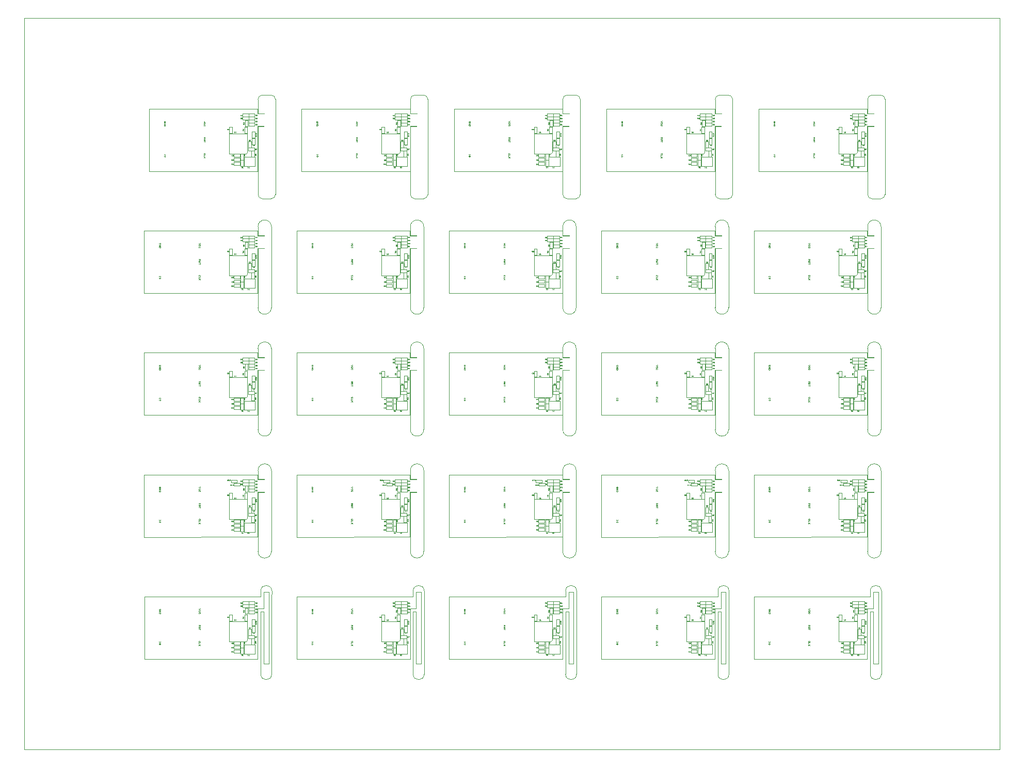
<source format=gbr>
G04 EasyPC Gerber Version 20.0.2 Build 4112 *
G04 #@! TF.Part,Single*
G04 #@! TF.FileFunction,Legend,Top *
%FSLAX35Y35*%
%MOIN*%
%ADD11C,0.00004*%
%ADD14C,0.00079*%
%ADD13C,0.00118*%
%ADD12C,0.00157*%
X0Y0D02*
D02*
D11*
X77413Y137346D02*
Y177665D01*
X147432Y177673*
X150637Y177665*
Y174520*
X154972*
Y174720*
X150838*
Y180287*
G75*
G02X159503I4333*
G01*
Y128102*
G75*
G02X150838I-4333*
G01*
Y166299*
X154972*
Y166500*
X150637*
Y137362*
X77413Y137346*
Y216087D02*
Y256406D01*
X147432Y256413*
X150637Y256406*
Y253260*
X154972*
Y253461*
X150838*
Y259028*
G75*
G02X159503I4333*
G01*
Y206843*
G75*
G02X150838I-4333*
G01*
Y245039*
X154972*
Y245240*
X150637*
Y216102*
X77413Y216087*
Y294827D02*
Y335146D01*
X147432Y335154*
X150637Y335146*
Y332000*
X154972*
Y332201*
X150838*
Y337768*
G75*
G02X159503I4333*
G01*
Y285583*
G75*
G02X150838I-4333*
G01*
Y323780*
X154972*
Y323980*
X150637*
Y294843*
X77413Y294827*
X77436Y58622D02*
X150669D01*
Y91335*
X154613*
Y101925*
X157755*
Y55622*
X154613*
Y89331*
X152641*
Y48764*
G75*
G03X159724I3541*
G01*
Y97815*
X159771Y102543*
G75*
G03X152641I-3565*
G01*
Y98961*
X77417*
X77436Y98941*
Y58622*
X80602Y373583D02*
Y413898D01*
X150684Y413925*
Y410772*
X155019*
Y410972*
X150881*
Y419996*
G75*
G02X153669Y422783I2787*
G01*
X159363*
G75*
G02X162106Y420041J-2743*
G01*
Y358581*
G75*
G02X159374Y355850I-2731*
G01*
X153654*
G75*
G02X150881Y358623J2773*
G01*
Y402551*
X154731*
Y402752*
X150684*
Y373614*
X80602Y373583*
X175838Y137346D02*
Y177665D01*
X245857Y177673*
X249062Y177665*
Y174520*
X253397*
Y174720*
X249263*
Y180287*
G75*
G02X257928I4333*
G01*
Y128102*
G75*
G02X249263I-4333*
G01*
Y166299*
X253397*
Y166500*
X249062*
Y137362*
X175838Y137346*
Y216087D02*
Y256406D01*
X245857Y256413*
X249062Y256406*
Y253260*
X253397*
Y253461*
X249263*
Y259028*
G75*
G02X257928I4333*
G01*
Y206843*
G75*
G02X249263I-4333*
G01*
Y245039*
X253397*
Y245240*
X249062*
Y216102*
X175838Y216087*
Y294827D02*
Y335146D01*
X245857Y335154*
X249062Y335146*
Y332000*
X253397*
Y332201*
X249263*
Y337768*
G75*
G02X257928I4333*
G01*
Y285583*
G75*
G02X249263I-4333*
G01*
Y323780*
X253397*
Y323980*
X249062*
Y294843*
X175838Y294827*
X175861Y58622D02*
X249094D01*
Y91335*
X253039*
Y101925*
X256180*
Y55622*
X253039*
Y89331*
X251066*
Y48764*
G75*
G03X258149I3541*
G01*
Y97815*
X258196Y102543*
G75*
G03X251066I-3565*
G01*
Y98961*
X175842*
X175861Y98941*
Y58622*
X179027Y373583D02*
Y413898D01*
X249109Y413925*
Y410772*
X253444*
Y410972*
X249306*
Y419996*
G75*
G02X252094Y422783I2787*
G01*
X257788*
G75*
G02X260531Y420041J-2743*
G01*
Y358581*
G75*
G02X257800Y355850I-2731*
G01*
X252079*
G75*
G02X249306Y358623J2773*
G01*
Y402551*
X253157*
Y402752*
X249109*
Y373614*
X179027Y373583*
X274263Y137346D02*
Y177665D01*
X344283Y177673*
X347487Y177665*
Y174520*
X351822*
Y174720*
X347688*
Y180287*
G75*
G02X356354I4333*
G01*
Y128102*
G75*
G02X347688I-4333*
G01*
Y166299*
X351822*
Y166500*
X347487*
Y137362*
X274263Y137346*
Y216087D02*
Y256406D01*
X344283Y256413*
X347487Y256406*
Y253260*
X351822*
Y253461*
X347688*
Y259028*
G75*
G02X356354I4333*
G01*
Y206843*
G75*
G02X347688I-4333*
G01*
Y245039*
X351822*
Y245240*
X347487*
Y216102*
X274263Y216087*
Y294827D02*
Y335146D01*
X344283Y335154*
X347487Y335146*
Y332000*
X351822*
Y332201*
X347688*
Y337768*
G75*
G02X356354I4333*
G01*
Y285583*
G75*
G02X347688I-4333*
G01*
Y323780*
X351822*
Y323980*
X347487*
Y294843*
X274263Y294827*
X274287Y58622D02*
X347519D01*
Y91335*
X351464*
Y101925*
X354606*
Y55622*
X351464*
Y89331*
X349491*
Y48764*
G75*
G03X356574I3541*
G01*
Y97815*
X356621Y102543*
G75*
G03X349491I-3565*
G01*
Y98961*
X274267*
X274287Y98941*
Y58622*
X277452Y373583D02*
Y413898D01*
X347535Y413925*
Y410772*
X351869*
Y410972*
X347731*
Y419996*
G75*
G02X350519Y422783I2787*
G01*
X356213*
G75*
G02X358956Y420041J-2743*
G01*
Y358581*
G75*
G02X356225Y355850I-2731*
G01*
X350504*
G75*
G02X347731Y358623J2773*
G01*
Y402551*
X351582*
Y402752*
X347535*
Y373614*
X277452Y373583*
X372688Y137346D02*
Y177665D01*
X442708Y177673*
X445913Y177665*
Y174520*
X450247*
Y174720*
X446113*
Y180287*
G75*
G02X454779I4333*
G01*
Y128102*
G75*
G02X446113I-4333*
G01*
Y166299*
X450247*
Y166500*
X445913*
Y137362*
X372688Y137346*
Y216087D02*
Y256406D01*
X442708Y256413*
X445913Y256406*
Y253260*
X450247*
Y253461*
X446113*
Y259028*
G75*
G02X454779I4333*
G01*
Y206843*
G75*
G02X446113I-4333*
G01*
Y245039*
X450247*
Y245240*
X445913*
Y216102*
X372688Y216087*
Y294827D02*
Y335146D01*
X442708Y335154*
X445913Y335146*
Y332000*
X450247*
Y332201*
X446113*
Y337768*
G75*
G02X454779I4333*
G01*
Y285583*
G75*
G02X446113I-4333*
G01*
Y323780*
X450247*
Y323980*
X445913*
Y294843*
X372688Y294827*
X372712Y58622D02*
X445944D01*
Y91335*
X449889*
Y101925*
X453031*
Y55622*
X449889*
Y89331*
X447917*
Y48764*
G75*
G03X454999I3541*
G01*
Y97815*
X455046Y102543*
G75*
G03X447917I-3565*
G01*
Y98961*
X372692*
X372712Y98941*
Y58622*
X375877Y373583D02*
Y413898D01*
X445960Y413925*
Y410772*
X450294*
Y410972*
X446157*
Y419996*
G75*
G02X448944Y422783I2787*
G01*
X454638*
G75*
G02X457381Y420041J-2743*
G01*
Y358581*
G75*
G02X454650Y355850I-2731*
G01*
X448930*
G75*
G02X446157Y358623J2773*
G01*
Y402551*
X450007*
Y402752*
X445960*
Y373614*
X375877Y373583*
X471113Y137346D02*
Y177665D01*
X541133Y177673*
X544338Y177665*
Y174520*
X548672*
Y174720*
X544539*
Y180287*
G75*
G02X553204I4333*
G01*
Y128102*
G75*
G02X544539I-4333*
G01*
Y166299*
X548672*
Y166500*
X544338*
Y137362*
X471113Y137346*
Y216087D02*
Y256406D01*
X541133Y256413*
X544338Y256406*
Y253260*
X548672*
Y253461*
X544539*
Y259028*
G75*
G02X553204I4333*
G01*
Y206843*
G75*
G02X544539I-4333*
G01*
Y245039*
X548672*
Y245240*
X544338*
Y216102*
X471113Y216087*
Y294827D02*
Y335146D01*
X541133Y335154*
X544338Y335146*
Y332000*
X548672*
Y332201*
X544539*
Y337768*
G75*
G02X553204I4333*
G01*
Y285583*
G75*
G02X544539I-4333*
G01*
Y323780*
X548672*
Y323980*
X544338*
Y294843*
X471113Y294827*
X471137Y58622D02*
X544369D01*
Y91335*
X548314*
Y101925*
X551456*
Y55622*
X548314*
Y89331*
X546342*
Y48764*
G75*
G03X553424I3541*
G01*
Y97815*
X553472Y102543*
G75*
G03X546342I-3565*
G01*
Y98961*
X471117*
X471137Y98941*
Y58622*
X474302Y373583D02*
Y413898D01*
X544385Y413925*
Y410772*
X548720*
Y410972*
X544582*
Y419996*
G75*
G02X547369Y422783I2787*
G01*
X553063*
G75*
G02X555806Y420041J-2743*
G01*
Y358581*
G75*
G02X553075Y355850I-2731*
G01*
X547355*
G75*
G02X544582Y358623J2773*
G01*
Y402551*
X548432*
Y402752*
X544385*
Y373614*
X474302Y373583*
D02*
D12*
X87008Y69711D02*
Y69416D01*
Y69564D02*
X87894D01*
Y69711D02*
Y69416D01*
X87304Y68752D02*
X87599D01*
X87746Y68678*
X87820Y68604*
X87894Y68457*
Y68309*
X87820Y68161*
X87746Y68087*
X87599Y68014*
X87304*
X87156Y68087*
X87082Y68161*
X87008Y68309*
Y68457*
X87082Y68604*
X87156Y68678*
X87304Y68752*
X87377Y90440D02*
Y90219D01*
X87304*
X87156Y90292*
X87082Y90366*
X87008Y90514*
Y90661*
X87082Y90809*
X87156Y90883*
X87304Y90957*
X87599*
X87746Y90883*
X87820Y90809*
X87894Y90661*
Y90514*
X87820Y90366*
X87746Y90292*
X87599Y90219*
X87008Y89776D02*
X87894D01*
X87008Y89037*
X87894*
X87008Y88594D02*
X87894D01*
Y88152*
X87820Y88004*
X87746Y87930*
X87599Y87856*
X87304*
X87156Y87930*
X87082Y88004*
X87008Y88152*
Y88594*
Y148452D02*
Y148156D01*
Y148304D02*
X87894D01*
Y148452D02*
Y148156D01*
X87304Y147492D02*
X87599D01*
X87746Y147418*
X87820Y147344*
X87894Y147197*
Y147049*
X87820Y146902*
X87746Y146828*
X87599Y146754*
X87304*
X87156Y146828*
X87082Y146902*
X87008Y147049*
Y147197*
X87082Y147344*
X87156Y147418*
X87304Y147492*
X87377Y169180D02*
Y168959D01*
X87304*
X87156Y169032*
X87082Y169106*
X87008Y169254*
Y169402*
X87082Y169549*
X87156Y169623*
X87304Y169697*
X87599*
X87746Y169623*
X87820Y169549*
X87894Y169402*
Y169254*
X87820Y169106*
X87746Y169032*
X87599Y168959*
X87008Y168516D02*
X87894D01*
X87008Y167778*
X87894*
X87008Y167335D02*
X87894D01*
Y166892*
X87820Y166744*
X87746Y166670*
X87599Y166596*
X87304*
X87156Y166670*
X87082Y166744*
X87008Y166892*
Y167335*
Y227192D02*
Y226896D01*
Y227044D02*
X87894D01*
Y227192D02*
Y226896D01*
X87304Y226232D02*
X87599D01*
X87746Y226158*
X87820Y226085*
X87894Y225937*
Y225789*
X87820Y225642*
X87746Y225568*
X87599Y225494*
X87304*
X87156Y225568*
X87082Y225642*
X87008Y225789*
Y225937*
X87082Y226085*
X87156Y226158*
X87304Y226232*
X87377Y247920D02*
Y247699D01*
X87304*
X87156Y247772*
X87082Y247846*
X87008Y247994*
Y248142*
X87082Y248289*
X87156Y248363*
X87304Y248437*
X87599*
X87746Y248363*
X87820Y248289*
X87894Y248142*
Y247994*
X87820Y247846*
X87746Y247772*
X87599Y247699*
X87008Y247256D02*
X87894D01*
X87008Y246518*
X87894*
X87008Y246075D02*
X87894D01*
Y245632*
X87820Y245484*
X87746Y245410*
X87599Y245337*
X87304*
X87156Y245410*
X87082Y245484*
X87008Y245632*
Y246075*
Y305932D02*
Y305637D01*
Y305784D02*
X87894D01*
Y305932D02*
Y305637D01*
X87304Y304972D02*
X87599D01*
X87746Y304898*
X87820Y304825*
X87894Y304677*
Y304530*
X87820Y304382*
X87746Y304308*
X87599Y304234*
X87304*
X87156Y304308*
X87082Y304382*
X87008Y304530*
Y304677*
X87082Y304825*
X87156Y304898*
X87304Y304972*
X87377Y326660D02*
Y326439D01*
X87304*
X87156Y326513*
X87082Y326587*
X87008Y326734*
Y326882*
X87082Y327030*
X87156Y327103*
X87304Y327177*
X87599*
X87746Y327103*
X87820Y327030*
X87894Y326882*
Y326734*
X87820Y326587*
X87746Y326513*
X87599Y326439*
X87008Y325996D02*
X87894D01*
X87008Y325258*
X87894*
X87008Y324815D02*
X87894D01*
Y324372*
X87820Y324224*
X87746Y324150*
X87599Y324077*
X87304*
X87156Y324150*
X87082Y324224*
X87008Y324372*
Y324815*
X90158Y384672D02*
Y384377D01*
Y384524D02*
X91044D01*
Y384672D02*
Y384377D01*
X90453Y383713D02*
X90748D01*
X90896Y383639*
X90970Y383565*
X91044Y383417*
Y383270*
X90970Y383122*
X90896Y383048*
X90748Y382974*
X90453*
X90306Y383048*
X90231Y383122*
X90158Y383270*
Y383417*
X90231Y383565*
X90306Y383639*
X90453Y383713*
X90527Y405400D02*
Y405179D01*
X90453*
X90306Y405253*
X90231Y405327*
X90158Y405474*
Y405622*
X90231Y405770*
X90306Y405843*
X90453Y405917*
X90748*
X90896Y405843*
X90970Y405770*
X91044Y405622*
Y405474*
X90970Y405327*
X90896Y405253*
X90748Y405179*
X90158Y404736D02*
X91044D01*
X90158Y403998*
X91044*
X90158Y403555D02*
X91044D01*
Y403112*
X90970Y402965*
X90896Y402891*
X90748Y402817*
X90453*
X90306Y402891*
X90231Y402965*
X90158Y403112*
Y403555*
X112746Y69565D02*
X112672Y69639D01*
X112599Y69786*
Y70008*
X112672Y70156*
X112746Y70229*
X112894Y70303*
X113189*
X113337Y70229*
X113411Y70156*
X113485Y70008*
Y69786*
X113411Y69639*
X113337Y69565*
X113485Y69122D02*
X112599D01*
Y68384*
Y67941D02*
X113485D01*
X113042D02*
Y67719D01*
X113485Y67203*
X113042Y67719D02*
X112599Y67203D01*
Y80512D02*
X113485D01*
Y79995*
X113411Y79847*
X113263Y79774*
X113115Y79847*
X113042Y79995*
Y80512*
Y79995D02*
X112599Y79774D01*
X112820Y79331D02*
X112672Y79257D01*
X112599Y79109*
Y78814*
X112672Y78666*
X112820Y78593*
X112968Y78666*
X113042Y78814*
Y79109*
X113115Y79257*
X113263Y79331*
X113411Y79257*
X113485Y79109*
Y78814*
X113411Y78666*
X113263Y78593*
X112599Y77780D02*
X113485D01*
Y78150D02*
Y77411D01*
Y91087D02*
X112599Y90717D01*
X113485Y90348*
X112746Y89167D02*
X112672Y89241D01*
X112599Y89389*
Y89610*
X112672Y89758*
X112746Y89831*
X112894Y89906*
X113189*
X113337Y89831*
X113411Y89758*
X113485Y89610*
Y89389*
X113411Y89241*
X113337Y89167*
X112746Y87986D02*
X112672Y88060D01*
X112599Y88207*
Y88429*
X112672Y88577*
X112746Y88650*
X112894Y88724*
X113189*
X113337Y88650*
X113411Y88577*
X113485Y88429*
Y88207*
X113411Y88060*
X113337Y87986*
X112746Y148305D02*
X112672Y148379D01*
X112599Y148526*
Y148748*
X112672Y148896*
X112746Y148969*
X112894Y149043*
X113189*
X113337Y148969*
X113411Y148896*
X113485Y148748*
Y148526*
X113411Y148379*
X113337Y148305*
X113485Y147862D02*
X112599D01*
Y147124*
Y146681D02*
X113485D01*
X113042D02*
Y146459D01*
X113485Y145943*
X113042Y146459D02*
X112599Y145943D01*
Y159252D02*
X113485D01*
Y158735*
X113411Y158587*
X113263Y158514*
X113115Y158587*
X113042Y158735*
Y159252*
Y158735D02*
X112599Y158514D01*
X112820Y158071D02*
X112672Y157997D01*
X112599Y157849*
Y157554*
X112672Y157406*
X112820Y157333*
X112968Y157406*
X113042Y157554*
Y157849*
X113115Y157997*
X113263Y158071*
X113411Y157997*
X113485Y157849*
Y157554*
X113411Y157406*
X113263Y157333*
X112599Y156520D02*
X113485D01*
Y156890D02*
Y156152D01*
Y169827D02*
X112599Y169457D01*
X113485Y169089*
X112746Y167907D02*
X112672Y167981D01*
X112599Y168129*
Y168350*
X112672Y168498*
X112746Y168572*
X112894Y168646*
X113189*
X113337Y168572*
X113411Y168498*
X113485Y168350*
Y168129*
X113411Y167981*
X113337Y167907*
X112746Y166726D02*
X112672Y166800D01*
X112599Y166948*
Y167169*
X112672Y167317*
X112746Y167391*
X112894Y167465*
X113189*
X113337Y167391*
X113411Y167317*
X113485Y167169*
Y166948*
X113411Y166800*
X113337Y166726*
X112746Y227045D02*
X112672Y227119D01*
X112599Y227267*
Y227488*
X112672Y227636*
X112746Y227709*
X112894Y227783*
X113189*
X113337Y227709*
X113411Y227636*
X113485Y227488*
Y227267*
X113411Y227119*
X113337Y227045*
X113485Y226602D02*
X112599D01*
Y225864*
Y225421D02*
X113485D01*
X113042D02*
Y225200D01*
X113485Y224683*
X113042Y225200D02*
X112599Y224683D01*
Y237992D02*
X113485D01*
Y237475*
X113411Y237328*
X113263Y237254*
X113115Y237328*
X113042Y237475*
Y237992*
Y237475D02*
X112599Y237254D01*
X112820Y236811D02*
X112672Y236737D01*
X112599Y236589*
Y236294*
X112672Y236146*
X112820Y236073*
X112968Y236146*
X113042Y236294*
Y236589*
X113115Y236737*
X113263Y236811*
X113411Y236737*
X113485Y236589*
Y236294*
X113411Y236146*
X113263Y236073*
X112599Y235261D02*
X113485D01*
Y235630D02*
Y234892D01*
Y248567D02*
X112599Y248198D01*
X113485Y247829*
X112746Y246648D02*
X112672Y246721D01*
X112599Y246869*
Y247091*
X112672Y247238*
X112746Y247312*
X112894Y247386*
X113189*
X113337Y247312*
X113411Y247238*
X113485Y247091*
Y246869*
X113411Y246721*
X113337Y246648*
X112746Y245467D02*
X112672Y245540D01*
X112599Y245688*
Y245909*
X112672Y246057*
X112746Y246131*
X112894Y246205*
X113189*
X113337Y246131*
X113411Y246057*
X113485Y245909*
Y245688*
X113411Y245540*
X113337Y245467*
X112746Y305785D02*
X112672Y305859D01*
X112599Y306007*
Y306228*
X112672Y306376*
X112746Y306450*
X112894Y306524*
X113189*
X113337Y306450*
X113411Y306376*
X113485Y306228*
Y306007*
X113411Y305859*
X113337Y305785*
X113485Y305343D02*
X112599D01*
Y304604*
Y304161D02*
X113485D01*
X113042D02*
Y303940D01*
X113485Y303423*
X113042Y303940D02*
X112599Y303423D01*
Y316732D02*
X113485D01*
Y316215*
X113411Y316068*
X113263Y315994*
X113115Y316068*
X113042Y316215*
Y316732*
Y316215D02*
X112599Y315994D01*
X112820Y315551D02*
X112672Y315477D01*
X112599Y315330*
Y315034*
X112672Y314887*
X112820Y314813*
X112968Y314887*
X113042Y315034*
Y315330*
X113115Y315477*
X113263Y315551*
X113411Y315477*
X113485Y315330*
Y315034*
X113411Y314887*
X113263Y314813*
X112599Y314001D02*
X113485D01*
Y314370D02*
Y313632D01*
Y327307D02*
X112599Y326938D01*
X113485Y326569*
X112746Y325388D02*
X112672Y325461D01*
X112599Y325609*
Y325831*
X112672Y325978*
X112746Y326052*
X112894Y326126*
X113189*
X113337Y326052*
X113411Y325978*
X113485Y325831*
Y325609*
X113411Y325461*
X113337Y325388*
X112746Y324207D02*
X112672Y324280D01*
X112599Y324428*
Y324650*
X112672Y324797*
X112746Y324871*
X112894Y324945*
X113189*
X113337Y324871*
X113411Y324797*
X113485Y324650*
Y324428*
X113411Y324280*
X113337Y324207*
X115896Y384526D02*
X115822Y384599D01*
X115748Y384747*
Y384969*
X115822Y385116*
X115896Y385190*
X116044Y385264*
X116339*
X116487Y385190*
X116560Y385116*
X116634Y384969*
Y384747*
X116560Y384599*
X116487Y384526*
X116634Y384083D02*
X115748D01*
Y383344*
Y382902D02*
X116634D01*
X116191D02*
Y382680D01*
X116634Y382163*
X116191Y382680D02*
X115748Y382163D01*
Y395472D02*
X116634D01*
Y394956*
X116560Y394808*
X116413Y394734*
X116265Y394808*
X116191Y394956*
Y395472*
Y394956D02*
X115748Y394734D01*
X115970Y394291D02*
X115822Y394217D01*
X115748Y394070*
Y393774*
X115822Y393627*
X115970Y393553*
X116117Y393627*
X116191Y393774*
Y394070*
X116265Y394217*
X116413Y394291*
X116560Y394217*
X116634Y394070*
Y393774*
X116560Y393627*
X116413Y393553*
X115748Y392741D02*
X116634D01*
Y393110D02*
Y392372D01*
Y406047D02*
X115748Y405678D01*
X116634Y405309*
X115896Y404128D02*
X115822Y404202D01*
X115748Y404349*
Y404571*
X115822Y404719*
X115896Y404792*
X116044Y404866*
X116339*
X116487Y404792*
X116560Y404719*
X116634Y404571*
Y404349*
X116560Y404202*
X116487Y404128*
X115896Y402947D02*
X115822Y403020D01*
X115748Y403168*
Y403390*
X115822Y403537*
X115896Y403611*
X116044Y403685*
X116339*
X116487Y403611*
X116560Y403537*
X116634Y403390*
Y403168*
X116560Y403020*
X116487Y402947*
X134228Y87157D02*
Y83220D01*
X132259*
Y87157*
X134228*
Y165898D02*
Y161961D01*
X132259*
Y165898*
X134228*
Y244638D02*
Y240701D01*
X132259*
Y244638*
X134228*
Y323378D02*
Y319441D01*
X132259*
Y323378*
X134228*
Y402118D02*
Y398181D01*
X132259*
Y402118*
X134228*
X137413Y172382D02*
X133476D01*
Y174350*
X137413*
Y172382*
X139117Y62469D02*
X135180D01*
Y64437*
X139117*
Y62469*
Y65161D02*
X135180D01*
Y67130*
X139117*
Y65161*
Y67854D02*
X135180D01*
Y69823*
X139117*
Y67854*
Y141209D02*
X135180D01*
Y143177*
X139117*
Y141209*
Y143902D02*
X135180D01*
Y145870*
X139117*
Y143902*
Y146594D02*
X135180D01*
Y148563*
X139117*
Y146594*
Y219949D02*
X135180D01*
Y221917*
X139117*
Y219949*
Y222642D02*
X135180D01*
Y224610*
X139117*
Y222642*
Y225335D02*
X135180D01*
Y227303*
X139117*
Y225335*
Y298689D02*
X135180D01*
Y300657*
X139117*
Y298689*
Y301382D02*
X135180D01*
Y303350*
X139117*
Y301382*
Y304075D02*
X135180D01*
Y306043*
X139117*
Y304075*
Y377429D02*
X135180D01*
Y379398*
X139117*
Y377429*
Y380122D02*
X135180D01*
Y382091*
X139117*
Y380122*
Y382815D02*
X135180D01*
Y384783*
X139117*
Y382815*
X139283Y170374D02*
X135346D01*
Y172343*
X139283*
Y170374*
X141629Y65941D02*
Y62004D01*
X139661*
Y65941*
X141629*
Y69819D02*
Y65882D01*
X139661*
Y69819*
X141629*
Y144681D02*
Y140744D01*
X139661*
Y144681*
X141629*
Y148559D02*
Y144622D01*
X139661*
Y148559*
X141629*
Y223421D02*
Y219484D01*
X139661*
Y223421*
X141629*
Y227299D02*
Y223362D01*
X139661*
Y227299*
X141629*
Y302161D02*
Y298224D01*
X139661*
Y302161*
X141629*
Y306039D02*
Y302102D01*
X139661*
Y306039*
X141629*
Y380902D02*
Y376965D01*
X139661*
Y380902*
X141629*
Y384780D02*
Y380843D01*
X139661*
Y384780*
X141629*
X143190Y70005D02*
X132240D01*
Y82997*
X144051*
Y70866*
X143190Y70005*
Y148745D02*
X132240D01*
Y161737*
X144051*
Y149606*
X143190Y148745*
Y227485D02*
X132240D01*
Y240477*
X144051*
Y228346*
X143190Y227485*
Y306225D02*
X132240D01*
Y319217*
X144051*
Y307087*
X143190Y306225*
Y384965D02*
X132240D01*
Y397957*
X144051*
Y385827*
X143190Y384965*
X144051Y87157D02*
Y83220D01*
X142083*
Y87157*
X144051*
Y165898D02*
Y161961D01*
X142083*
Y165898*
X144051*
Y244638D02*
Y240701D01*
X142083*
Y244638*
X144051*
Y323378D02*
Y319441D01*
X142083*
Y323378*
X144051*
Y402118D02*
Y398181D01*
X142083*
Y402118*
X144051*
X144401Y91630D02*
Y87693D01*
X142432*
Y91630*
X144401*
Y170370D02*
Y166433D01*
X142432*
Y170370*
X144401*
Y249110D02*
Y245173D01*
X142432*
Y249110*
X144401*
Y327850D02*
Y323913D01*
X142432*
Y327850*
X144401*
Y406591D02*
Y402654D01*
X142432*
Y406591*
X144401*
X144794Y91831D02*
X140857D01*
Y93799*
X144794*
Y91831*
Y93799D02*
X140857D01*
Y95768*
X144794*
Y93799*
Y170571D02*
X140857D01*
Y172539*
X144794*
Y170571*
Y172539D02*
X140857D01*
Y174508*
X144794*
Y172539*
Y249311D02*
X140857D01*
Y251280*
X144794*
Y249311*
Y251280D02*
X140857D01*
Y253248*
X144794*
Y251280*
Y328051D02*
X140857D01*
Y330020*
X144794*
Y328051*
Y330020D02*
X140857D01*
Y331988*
X144794*
Y330020*
Y406791D02*
X140857D01*
Y408760*
X144794*
Y406791*
Y408760D02*
X140857D01*
Y410728*
X144794*
Y408760*
X146468Y77906D02*
Y73969D01*
X144499*
Y77906*
X146468*
Y156646D02*
Y152709D01*
X144499*
Y156646*
X146468*
Y235386D02*
Y231449D01*
X144499*
Y235386*
X146468*
Y314126D02*
Y310189D01*
X144499*
Y314126*
X146468*
Y392866D02*
Y388929D01*
X144499*
Y392866*
X146468*
X148440Y71945D02*
Y68008D01*
X146472*
Y71945*
X148440*
Y72012D02*
X144503D01*
Y73980*
X148440*
Y72012*
Y150685D02*
Y146748D01*
X146472*
Y150685*
X148440*
Y150752D02*
X144503D01*
Y152720*
X148440*
Y150752*
Y229425D02*
Y225488D01*
X146472*
Y229425*
X148440*
Y229492D02*
X144503D01*
Y231461*
X148440*
Y229492*
Y308165D02*
Y304228D01*
X146472*
Y308165*
X148440*
Y308232D02*
X144503D01*
Y310201*
X148440*
Y308232*
Y386906D02*
Y382969D01*
X146472*
Y386906*
X148440*
Y386972D02*
X144503D01*
Y388941*
X148440*
Y386972*
X148731Y87894D02*
X144794D01*
Y89862*
X148731*
Y87894*
Y89862D02*
X144794D01*
Y91831*
X148731*
Y89862*
Y91831D02*
X144794D01*
Y93799*
X148731*
Y91831*
Y93799D02*
X144794D01*
Y95768*
X148731*
Y93799*
Y166634D02*
X144794D01*
Y168602*
X148731*
Y166634*
Y168602D02*
X144794D01*
Y170571*
X148731*
Y168602*
Y170571D02*
X144794D01*
Y172539*
X148731*
Y170571*
Y172539D02*
X144794D01*
Y174508*
X148731*
Y172539*
Y245374D02*
X144794D01*
Y247343*
X148731*
Y245374*
Y247343D02*
X144794D01*
Y249311*
X148731*
Y247343*
Y249311D02*
X144794D01*
Y251280*
X148731*
Y249311*
Y251280D02*
X144794D01*
Y253248*
X148731*
Y251280*
Y324114D02*
X144794D01*
Y326083*
X148731*
Y324114*
Y326083D02*
X144794D01*
Y328051*
X148731*
Y326083*
Y328051D02*
X144794D01*
Y330020*
X148731*
Y328051*
Y330020D02*
X144794D01*
Y331988*
X148731*
Y330020*
Y402854D02*
X144794D01*
Y404823*
X148731*
Y402854*
Y404823D02*
X144794D01*
Y406791*
X148731*
Y404823*
Y406791D02*
X144794D01*
Y408760*
X148731*
Y406791*
Y408760D02*
X144794D01*
Y410728*
X148731*
Y408760*
X148776Y79894D02*
Y75957D01*
X146807*
Y79894*
X148776*
Y84193D02*
Y80256D01*
X146807*
Y84193*
X148776*
Y158634D02*
Y154697D01*
X146807*
Y158634*
X148776*
Y162933D02*
Y158996D01*
X146807*
Y162933*
X148776*
Y237374D02*
Y233437D01*
X146807*
Y237374*
X148776*
Y241673D02*
Y237736D01*
X146807*
Y241673*
X148776*
Y316114D02*
Y312177D01*
X146807*
Y316114*
X148776*
Y320413D02*
Y316476D01*
X146807*
Y320413*
X148776*
Y394854D02*
Y390917D01*
X146807*
Y394854*
X148776*
Y399154D02*
Y395217D01*
X146807*
Y399154*
X148776*
X148972Y61922D02*
X141886D01*
Y67828*
X148972*
Y61922*
Y140663D02*
X141886D01*
Y146568*
X148972*
Y140663*
Y219403D02*
X141886D01*
Y225308*
X148972*
Y219403*
Y298143D02*
X141886D01*
Y304048*
X148972*
Y298143*
Y376883D02*
X141886D01*
Y382789*
X148972*
Y376883*
X185433Y69711D02*
Y69416D01*
Y69564D02*
X186319D01*
Y69711D02*
Y69416D01*
X185729Y68752D02*
X186024D01*
X186172Y68678*
X186245Y68604*
X186319Y68457*
Y68309*
X186245Y68161*
X186172Y68087*
X186024Y68014*
X185729*
X185581Y68087*
X185507Y68161*
X185433Y68309*
Y68457*
X185507Y68604*
X185581Y68678*
X185729Y68752*
X185802Y90440D02*
Y90219D01*
X185729*
X185581Y90292*
X185507Y90366*
X185433Y90514*
Y90661*
X185507Y90809*
X185581Y90883*
X185729Y90957*
X186024*
X186172Y90883*
X186245Y90809*
X186319Y90661*
Y90514*
X186245Y90366*
X186172Y90292*
X186024Y90219*
X185433Y89776D02*
X186319D01*
X185433Y89037*
X186319*
X185433Y88594D02*
X186319D01*
Y88152*
X186245Y88004*
X186172Y87930*
X186024Y87856*
X185729*
X185581Y87930*
X185507Y88004*
X185433Y88152*
Y88594*
Y148452D02*
Y148156D01*
Y148304D02*
X186319D01*
Y148452D02*
Y148156D01*
X185729Y147492D02*
X186024D01*
X186172Y147418*
X186245Y147344*
X186319Y147197*
Y147049*
X186245Y146902*
X186172Y146828*
X186024Y146754*
X185729*
X185581Y146828*
X185507Y146902*
X185433Y147049*
Y147197*
X185507Y147344*
X185581Y147418*
X185729Y147492*
X185802Y169180D02*
Y168959D01*
X185729*
X185581Y169032*
X185507Y169106*
X185433Y169254*
Y169402*
X185507Y169549*
X185581Y169623*
X185729Y169697*
X186024*
X186172Y169623*
X186245Y169549*
X186319Y169402*
Y169254*
X186245Y169106*
X186172Y169032*
X186024Y168959*
X185433Y168516D02*
X186319D01*
X185433Y167778*
X186319*
X185433Y167335D02*
X186319D01*
Y166892*
X186245Y166744*
X186172Y166670*
X186024Y166596*
X185729*
X185581Y166670*
X185507Y166744*
X185433Y166892*
Y167335*
Y227192D02*
Y226896D01*
Y227044D02*
X186319D01*
Y227192D02*
Y226896D01*
X185729Y226232D02*
X186024D01*
X186172Y226158*
X186245Y226085*
X186319Y225937*
Y225789*
X186245Y225642*
X186172Y225568*
X186024Y225494*
X185729*
X185581Y225568*
X185507Y225642*
X185433Y225789*
Y225937*
X185507Y226085*
X185581Y226158*
X185729Y226232*
X185802Y247920D02*
Y247699D01*
X185729*
X185581Y247772*
X185507Y247846*
X185433Y247994*
Y248142*
X185507Y248289*
X185581Y248363*
X185729Y248437*
X186024*
X186172Y248363*
X186245Y248289*
X186319Y248142*
Y247994*
X186245Y247846*
X186172Y247772*
X186024Y247699*
X185433Y247256D02*
X186319D01*
X185433Y246518*
X186319*
X185433Y246075D02*
X186319D01*
Y245632*
X186245Y245484*
X186172Y245410*
X186024Y245337*
X185729*
X185581Y245410*
X185507Y245484*
X185433Y245632*
Y246075*
Y305932D02*
Y305637D01*
Y305784D02*
X186319D01*
Y305932D02*
Y305637D01*
X185729Y304972D02*
X186024D01*
X186172Y304898*
X186245Y304825*
X186319Y304677*
Y304530*
X186245Y304382*
X186172Y304308*
X186024Y304234*
X185729*
X185581Y304308*
X185507Y304382*
X185433Y304530*
Y304677*
X185507Y304825*
X185581Y304898*
X185729Y304972*
X185802Y326660D02*
Y326439D01*
X185729*
X185581Y326513*
X185507Y326587*
X185433Y326734*
Y326882*
X185507Y327030*
X185581Y327103*
X185729Y327177*
X186024*
X186172Y327103*
X186245Y327030*
X186319Y326882*
Y326734*
X186245Y326587*
X186172Y326513*
X186024Y326439*
X185433Y325996D02*
X186319D01*
X185433Y325258*
X186319*
X185433Y324815D02*
X186319D01*
Y324372*
X186245Y324224*
X186172Y324150*
X186024Y324077*
X185729*
X185581Y324150*
X185507Y324224*
X185433Y324372*
Y324815*
X188583Y384672D02*
Y384377D01*
Y384524D02*
X189469D01*
Y384672D02*
Y384377D01*
X188878Y383713D02*
X189174D01*
X189321Y383639*
X189395Y383565*
X189469Y383417*
Y383270*
X189395Y383122*
X189321Y383048*
X189174Y382974*
X188878*
X188731Y383048*
X188657Y383122*
X188583Y383270*
Y383417*
X188657Y383565*
X188731Y383639*
X188878Y383713*
X188952Y405400D02*
Y405179D01*
X188878*
X188731Y405253*
X188657Y405327*
X188583Y405474*
Y405622*
X188657Y405770*
X188731Y405843*
X188878Y405917*
X189174*
X189321Y405843*
X189395Y405770*
X189469Y405622*
Y405474*
X189395Y405327*
X189321Y405253*
X189174Y405179*
X188583Y404736D02*
X189469D01*
X188583Y403998*
X189469*
X188583Y403555D02*
X189469D01*
Y403112*
X189395Y402965*
X189321Y402891*
X189174Y402817*
X188878*
X188731Y402891*
X188657Y402965*
X188583Y403112*
Y403555*
X211172Y69565D02*
X211098Y69639D01*
X211024Y69786*
Y70008*
X211098Y70156*
X211172Y70229*
X211319Y70303*
X211615*
X211762Y70229*
X211836Y70156*
X211910Y70008*
Y69786*
X211836Y69639*
X211762Y69565*
X211910Y69122D02*
X211024D01*
Y68384*
Y67941D02*
X211910D01*
X211467D02*
Y67719D01*
X211910Y67203*
X211467Y67719D02*
X211024Y67203D01*
Y80512D02*
X211910D01*
Y79995*
X211836Y79847*
X211688Y79774*
X211541Y79847*
X211467Y79995*
Y80512*
Y79995D02*
X211024Y79774D01*
X211245Y79331D02*
X211098Y79257D01*
X211024Y79109*
Y78814*
X211098Y78666*
X211245Y78593*
X211393Y78666*
X211467Y78814*
Y79109*
X211541Y79257*
X211688Y79331*
X211836Y79257*
X211910Y79109*
Y78814*
X211836Y78666*
X211688Y78593*
X211024Y77780D02*
X211910D01*
Y78150D02*
Y77411D01*
Y91087D02*
X211024Y90717D01*
X211910Y90348*
X211172Y89167D02*
X211098Y89241D01*
X211024Y89389*
Y89610*
X211098Y89758*
X211172Y89831*
X211319Y89906*
X211615*
X211762Y89831*
X211836Y89758*
X211910Y89610*
Y89389*
X211836Y89241*
X211762Y89167*
X211172Y87986D02*
X211098Y88060D01*
X211024Y88207*
Y88429*
X211098Y88577*
X211172Y88650*
X211319Y88724*
X211615*
X211762Y88650*
X211836Y88577*
X211910Y88429*
Y88207*
X211836Y88060*
X211762Y87986*
X211172Y148305D02*
X211098Y148379D01*
X211024Y148526*
Y148748*
X211098Y148896*
X211172Y148969*
X211319Y149043*
X211615*
X211762Y148969*
X211836Y148896*
X211910Y148748*
Y148526*
X211836Y148379*
X211762Y148305*
X211910Y147862D02*
X211024D01*
Y147124*
Y146681D02*
X211910D01*
X211467D02*
Y146459D01*
X211910Y145943*
X211467Y146459D02*
X211024Y145943D01*
Y159252D02*
X211910D01*
Y158735*
X211836Y158587*
X211688Y158514*
X211541Y158587*
X211467Y158735*
Y159252*
Y158735D02*
X211024Y158514D01*
X211245Y158071D02*
X211098Y157997D01*
X211024Y157849*
Y157554*
X211098Y157406*
X211245Y157333*
X211393Y157406*
X211467Y157554*
Y157849*
X211541Y157997*
X211688Y158071*
X211836Y157997*
X211910Y157849*
Y157554*
X211836Y157406*
X211688Y157333*
X211024Y156520D02*
X211910D01*
Y156890D02*
Y156152D01*
Y169827D02*
X211024Y169457D01*
X211910Y169089*
X211172Y167907D02*
X211098Y167981D01*
X211024Y168129*
Y168350*
X211098Y168498*
X211172Y168572*
X211319Y168646*
X211615*
X211762Y168572*
X211836Y168498*
X211910Y168350*
Y168129*
X211836Y167981*
X211762Y167907*
X211172Y166726D02*
X211098Y166800D01*
X211024Y166948*
Y167169*
X211098Y167317*
X211172Y167391*
X211319Y167465*
X211615*
X211762Y167391*
X211836Y167317*
X211910Y167169*
Y166948*
X211836Y166800*
X211762Y166726*
X211172Y227045D02*
X211098Y227119D01*
X211024Y227267*
Y227488*
X211098Y227636*
X211172Y227709*
X211319Y227783*
X211615*
X211762Y227709*
X211836Y227636*
X211910Y227488*
Y227267*
X211836Y227119*
X211762Y227045*
X211910Y226602D02*
X211024D01*
Y225864*
Y225421D02*
X211910D01*
X211467D02*
Y225200D01*
X211910Y224683*
X211467Y225200D02*
X211024Y224683D01*
Y237992D02*
X211910D01*
Y237475*
X211836Y237328*
X211688Y237254*
X211541Y237328*
X211467Y237475*
Y237992*
Y237475D02*
X211024Y237254D01*
X211245Y236811D02*
X211098Y236737D01*
X211024Y236589*
Y236294*
X211098Y236146*
X211245Y236073*
X211393Y236146*
X211467Y236294*
Y236589*
X211541Y236737*
X211688Y236811*
X211836Y236737*
X211910Y236589*
Y236294*
X211836Y236146*
X211688Y236073*
X211024Y235261D02*
X211910D01*
Y235630D02*
Y234892D01*
Y248567D02*
X211024Y248198D01*
X211910Y247829*
X211172Y246648D02*
X211098Y246721D01*
X211024Y246869*
Y247091*
X211098Y247238*
X211172Y247312*
X211319Y247386*
X211615*
X211762Y247312*
X211836Y247238*
X211910Y247091*
Y246869*
X211836Y246721*
X211762Y246648*
X211172Y245467D02*
X211098Y245540D01*
X211024Y245688*
Y245909*
X211098Y246057*
X211172Y246131*
X211319Y246205*
X211615*
X211762Y246131*
X211836Y246057*
X211910Y245909*
Y245688*
X211836Y245540*
X211762Y245467*
X211172Y305785D02*
X211098Y305859D01*
X211024Y306007*
Y306228*
X211098Y306376*
X211172Y306450*
X211319Y306524*
X211615*
X211762Y306450*
X211836Y306376*
X211910Y306228*
Y306007*
X211836Y305859*
X211762Y305785*
X211910Y305343D02*
X211024D01*
Y304604*
Y304161D02*
X211910D01*
X211467D02*
Y303940D01*
X211910Y303423*
X211467Y303940D02*
X211024Y303423D01*
Y316732D02*
X211910D01*
Y316215*
X211836Y316068*
X211688Y315994*
X211541Y316068*
X211467Y316215*
Y316732*
Y316215D02*
X211024Y315994D01*
X211245Y315551D02*
X211098Y315477D01*
X211024Y315330*
Y315034*
X211098Y314887*
X211245Y314813*
X211393Y314887*
X211467Y315034*
Y315330*
X211541Y315477*
X211688Y315551*
X211836Y315477*
X211910Y315330*
Y315034*
X211836Y314887*
X211688Y314813*
X211024Y314001D02*
X211910D01*
Y314370D02*
Y313632D01*
Y327307D02*
X211024Y326938D01*
X211910Y326569*
X211172Y325388D02*
X211098Y325461D01*
X211024Y325609*
Y325831*
X211098Y325978*
X211172Y326052*
X211319Y326126*
X211615*
X211762Y326052*
X211836Y325978*
X211910Y325831*
Y325609*
X211836Y325461*
X211762Y325388*
X211172Y324207D02*
X211098Y324280D01*
X211024Y324428*
Y324650*
X211098Y324797*
X211172Y324871*
X211319Y324945*
X211615*
X211762Y324871*
X211836Y324797*
X211910Y324650*
Y324428*
X211836Y324280*
X211762Y324207*
X214321Y384526D02*
X214247Y384599D01*
X214174Y384747*
Y384969*
X214247Y385116*
X214321Y385190*
X214469Y385264*
X214764*
X214912Y385190*
X214985Y385116*
X215059Y384969*
Y384747*
X214985Y384599*
X214912Y384526*
X215059Y384083D02*
X214174D01*
Y383344*
Y382902D02*
X215059D01*
X214617D02*
Y382680D01*
X215059Y382163*
X214617Y382680D02*
X214174Y382163D01*
Y395472D02*
X215059D01*
Y394956*
X214985Y394808*
X214838Y394734*
X214690Y394808*
X214617Y394956*
Y395472*
Y394956D02*
X214174Y394734D01*
X214395Y394291D02*
X214247Y394217D01*
X214174Y394070*
Y393774*
X214247Y393627*
X214395Y393553*
X214543Y393627*
X214617Y393774*
Y394070*
X214690Y394217*
X214838Y394291*
X214985Y394217*
X215059Y394070*
Y393774*
X214985Y393627*
X214838Y393553*
X214174Y392741D02*
X215059D01*
Y393110D02*
Y392372D01*
Y406047D02*
X214174Y405678D01*
X215059Y405309*
X214321Y404128D02*
X214247Y404202D01*
X214174Y404349*
Y404571*
X214247Y404719*
X214321Y404792*
X214469Y404866*
X214764*
X214912Y404792*
X214985Y404719*
X215059Y404571*
Y404349*
X214985Y404202*
X214912Y404128*
X214321Y402947D02*
X214247Y403020D01*
X214174Y403168*
Y403390*
X214247Y403537*
X214321Y403611*
X214469Y403685*
X214764*
X214912Y403611*
X214985Y403537*
X215059Y403390*
Y403168*
X214985Y403020*
X214912Y402947*
X232653Y87157D02*
Y83220D01*
X230684*
Y87157*
X232653*
Y165898D02*
Y161961D01*
X230684*
Y165898*
X232653*
Y244638D02*
Y240701D01*
X230684*
Y244638*
X232653*
Y323378D02*
Y319441D01*
X230684*
Y323378*
X232653*
Y402118D02*
Y398181D01*
X230684*
Y402118*
X232653*
X235838Y172382D02*
X231901D01*
Y174350*
X235838*
Y172382*
X237543Y62469D02*
X233606D01*
Y64437*
X237543*
Y62469*
Y65161D02*
X233606D01*
Y67130*
X237543*
Y65161*
Y67854D02*
X233606D01*
Y69823*
X237543*
Y67854*
Y141209D02*
X233606D01*
Y143177*
X237543*
Y141209*
Y143902D02*
X233606D01*
Y145870*
X237543*
Y143902*
Y146594D02*
X233606D01*
Y148563*
X237543*
Y146594*
Y219949D02*
X233606D01*
Y221917*
X237543*
Y219949*
Y222642D02*
X233606D01*
Y224610*
X237543*
Y222642*
Y225335D02*
X233606D01*
Y227303*
X237543*
Y225335*
Y298689D02*
X233606D01*
Y300657*
X237543*
Y298689*
Y301382D02*
X233606D01*
Y303350*
X237543*
Y301382*
Y304075D02*
X233606D01*
Y306043*
X237543*
Y304075*
Y377429D02*
X233606D01*
Y379398*
X237543*
Y377429*
Y380122D02*
X233606D01*
Y382091*
X237543*
Y380122*
Y382815D02*
X233606D01*
Y384783*
X237543*
Y382815*
X237708Y170374D02*
X233771D01*
Y172343*
X237708*
Y170374*
X240054Y65941D02*
Y62004D01*
X238086*
Y65941*
X240054*
Y69819D02*
Y65882D01*
X238086*
Y69819*
X240054*
Y144681D02*
Y140744D01*
X238086*
Y144681*
X240054*
Y148559D02*
Y144622D01*
X238086*
Y148559*
X240054*
Y223421D02*
Y219484D01*
X238086*
Y223421*
X240054*
Y227299D02*
Y223362D01*
X238086*
Y227299*
X240054*
Y302161D02*
Y298224D01*
X238086*
Y302161*
X240054*
Y306039D02*
Y302102D01*
X238086*
Y306039*
X240054*
Y380902D02*
Y376965D01*
X238086*
Y380902*
X240054*
Y384780D02*
Y380843D01*
X238086*
Y384780*
X240054*
X241615Y70005D02*
X230665D01*
Y82997*
X242476*
Y70866*
X241615Y70005*
Y148745D02*
X230665D01*
Y161737*
X242476*
Y149606*
X241615Y148745*
Y227485D02*
X230665D01*
Y240477*
X242476*
Y228346*
X241615Y227485*
Y306225D02*
X230665D01*
Y319217*
X242476*
Y307087*
X241615Y306225*
Y384965D02*
X230665D01*
Y397957*
X242476*
Y385827*
X241615Y384965*
X242476Y87157D02*
Y83220D01*
X240508*
Y87157*
X242476*
Y165898D02*
Y161961D01*
X240508*
Y165898*
X242476*
Y244638D02*
Y240701D01*
X240508*
Y244638*
X242476*
Y323378D02*
Y319441D01*
X240508*
Y323378*
X242476*
Y402118D02*
Y398181D01*
X240508*
Y402118*
X242476*
X242826Y91630D02*
Y87693D01*
X240857*
Y91630*
X242826*
Y170370D02*
Y166433D01*
X240857*
Y170370*
X242826*
Y249110D02*
Y245173D01*
X240857*
Y249110*
X242826*
Y327850D02*
Y323913D01*
X240857*
Y327850*
X242826*
Y406591D02*
Y402654D01*
X240857*
Y406591*
X242826*
X243220Y91831D02*
X239283D01*
Y93799*
X243220*
Y91831*
Y93799D02*
X239283D01*
Y95768*
X243220*
Y93799*
Y170571D02*
X239283D01*
Y172539*
X243220*
Y170571*
Y172539D02*
X239283D01*
Y174508*
X243220*
Y172539*
Y249311D02*
X239283D01*
Y251280*
X243220*
Y249311*
Y251280D02*
X239283D01*
Y253248*
X243220*
Y251280*
Y328051D02*
X239283D01*
Y330020*
X243220*
Y328051*
Y330020D02*
X239283D01*
Y331988*
X243220*
Y330020*
Y406791D02*
X239283D01*
Y408760*
X243220*
Y406791*
Y408760D02*
X239283D01*
Y410728*
X243220*
Y408760*
X244893Y77906D02*
Y73969D01*
X242924*
Y77906*
X244893*
Y156646D02*
Y152709D01*
X242924*
Y156646*
X244893*
Y235386D02*
Y231449D01*
X242924*
Y235386*
X244893*
Y314126D02*
Y310189D01*
X242924*
Y314126*
X244893*
Y392866D02*
Y388929D01*
X242924*
Y392866*
X244893*
X246865Y71945D02*
Y68008D01*
X244897*
Y71945*
X246865*
Y72012D02*
X242928D01*
Y73980*
X246865*
Y72012*
Y150685D02*
Y146748D01*
X244897*
Y150685*
X246865*
Y150752D02*
X242928D01*
Y152720*
X246865*
Y150752*
Y229425D02*
Y225488D01*
X244897*
Y229425*
X246865*
Y229492D02*
X242928D01*
Y231461*
X246865*
Y229492*
Y308165D02*
Y304228D01*
X244897*
Y308165*
X246865*
Y308232D02*
X242928D01*
Y310201*
X246865*
Y308232*
Y386906D02*
Y382969D01*
X244897*
Y386906*
X246865*
Y386972D02*
X242928D01*
Y388941*
X246865*
Y386972*
X247157Y87894D02*
X243220D01*
Y89862*
X247157*
Y87894*
Y89862D02*
X243220D01*
Y91831*
X247157*
Y89862*
Y91831D02*
X243220D01*
Y93799*
X247157*
Y91831*
Y93799D02*
X243220D01*
Y95768*
X247157*
Y93799*
Y166634D02*
X243220D01*
Y168602*
X247157*
Y166634*
Y168602D02*
X243220D01*
Y170571*
X247157*
Y168602*
Y170571D02*
X243220D01*
Y172539*
X247157*
Y170571*
Y172539D02*
X243220D01*
Y174508*
X247157*
Y172539*
Y245374D02*
X243220D01*
Y247343*
X247157*
Y245374*
Y247343D02*
X243220D01*
Y249311*
X247157*
Y247343*
Y249311D02*
X243220D01*
Y251280*
X247157*
Y249311*
Y251280D02*
X243220D01*
Y253248*
X247157*
Y251280*
Y324114D02*
X243220D01*
Y326083*
X247157*
Y324114*
Y326083D02*
X243220D01*
Y328051*
X247157*
Y326083*
Y328051D02*
X243220D01*
Y330020*
X247157*
Y328051*
Y330020D02*
X243220D01*
Y331988*
X247157*
Y330020*
Y402854D02*
X243220D01*
Y404823*
X247157*
Y402854*
Y404823D02*
X243220D01*
Y406791*
X247157*
Y404823*
Y406791D02*
X243220D01*
Y408760*
X247157*
Y406791*
Y408760D02*
X243220D01*
Y410728*
X247157*
Y408760*
X247201Y79894D02*
Y75957D01*
X245232*
Y79894*
X247201*
Y84193D02*
Y80256D01*
X245232*
Y84193*
X247201*
Y158634D02*
Y154697D01*
X245232*
Y158634*
X247201*
Y162933D02*
Y158996D01*
X245232*
Y162933*
X247201*
Y237374D02*
Y233437D01*
X245232*
Y237374*
X247201*
Y241673D02*
Y237736D01*
X245232*
Y241673*
X247201*
Y316114D02*
Y312177D01*
X245232*
Y316114*
X247201*
Y320413D02*
Y316476D01*
X245232*
Y320413*
X247201*
Y394854D02*
Y390917D01*
X245232*
Y394854*
X247201*
Y399154D02*
Y395217D01*
X245232*
Y399154*
X247201*
X247398Y61922D02*
X240311D01*
Y67828*
X247398*
Y61922*
Y140663D02*
X240311D01*
Y146568*
X247398*
Y140663*
Y219403D02*
X240311D01*
Y225308*
X247398*
Y219403*
Y298143D02*
X240311D01*
Y304048*
X247398*
Y298143*
Y376883D02*
X240311D01*
Y382789*
X247398*
Y376883*
X283859Y69711D02*
Y69416D01*
Y69564D02*
X284744D01*
Y69711D02*
Y69416D01*
X284154Y68752D02*
X284449D01*
X284597Y68678*
X284670Y68604*
X284744Y68457*
Y68309*
X284670Y68161*
X284597Y68087*
X284449Y68014*
X284154*
X284006Y68087*
X283932Y68161*
X283859Y68309*
Y68457*
X283932Y68604*
X284006Y68678*
X284154Y68752*
X284228Y90440D02*
Y90219D01*
X284154*
X284006Y90292*
X283932Y90366*
X283859Y90514*
Y90661*
X283932Y90809*
X284006Y90883*
X284154Y90957*
X284449*
X284597Y90883*
X284670Y90809*
X284744Y90661*
Y90514*
X284670Y90366*
X284597Y90292*
X284449Y90219*
X283859Y89776D02*
X284744D01*
X283859Y89037*
X284744*
X283859Y88594D02*
X284744D01*
Y88152*
X284670Y88004*
X284597Y87930*
X284449Y87856*
X284154*
X284006Y87930*
X283932Y88004*
X283859Y88152*
Y88594*
Y148452D02*
Y148156D01*
Y148304D02*
X284744D01*
Y148452D02*
Y148156D01*
X284154Y147492D02*
X284449D01*
X284597Y147418*
X284670Y147344*
X284744Y147197*
Y147049*
X284670Y146902*
X284597Y146828*
X284449Y146754*
X284154*
X284006Y146828*
X283932Y146902*
X283859Y147049*
Y147197*
X283932Y147344*
X284006Y147418*
X284154Y147492*
X284228Y169180D02*
Y168959D01*
X284154*
X284006Y169032*
X283932Y169106*
X283859Y169254*
Y169402*
X283932Y169549*
X284006Y169623*
X284154Y169697*
X284449*
X284597Y169623*
X284670Y169549*
X284744Y169402*
Y169254*
X284670Y169106*
X284597Y169032*
X284449Y168959*
X283859Y168516D02*
X284744D01*
X283859Y167778*
X284744*
X283859Y167335D02*
X284744D01*
Y166892*
X284670Y166744*
X284597Y166670*
X284449Y166596*
X284154*
X284006Y166670*
X283932Y166744*
X283859Y166892*
Y167335*
Y227192D02*
Y226896D01*
Y227044D02*
X284744D01*
Y227192D02*
Y226896D01*
X284154Y226232D02*
X284449D01*
X284597Y226158*
X284670Y226085*
X284744Y225937*
Y225789*
X284670Y225642*
X284597Y225568*
X284449Y225494*
X284154*
X284006Y225568*
X283932Y225642*
X283859Y225789*
Y225937*
X283932Y226085*
X284006Y226158*
X284154Y226232*
X284228Y247920D02*
Y247699D01*
X284154*
X284006Y247772*
X283932Y247846*
X283859Y247994*
Y248142*
X283932Y248289*
X284006Y248363*
X284154Y248437*
X284449*
X284597Y248363*
X284670Y248289*
X284744Y248142*
Y247994*
X284670Y247846*
X284597Y247772*
X284449Y247699*
X283859Y247256D02*
X284744D01*
X283859Y246518*
X284744*
X283859Y246075D02*
X284744D01*
Y245632*
X284670Y245484*
X284597Y245410*
X284449Y245337*
X284154*
X284006Y245410*
X283932Y245484*
X283859Y245632*
Y246075*
Y305932D02*
Y305637D01*
Y305784D02*
X284744D01*
Y305932D02*
Y305637D01*
X284154Y304972D02*
X284449D01*
X284597Y304898*
X284670Y304825*
X284744Y304677*
Y304530*
X284670Y304382*
X284597Y304308*
X284449Y304234*
X284154*
X284006Y304308*
X283932Y304382*
X283859Y304530*
Y304677*
X283932Y304825*
X284006Y304898*
X284154Y304972*
X284228Y326660D02*
Y326439D01*
X284154*
X284006Y326513*
X283932Y326587*
X283859Y326734*
Y326882*
X283932Y327030*
X284006Y327103*
X284154Y327177*
X284449*
X284597Y327103*
X284670Y327030*
X284744Y326882*
Y326734*
X284670Y326587*
X284597Y326513*
X284449Y326439*
X283859Y325996D02*
X284744D01*
X283859Y325258*
X284744*
X283859Y324815D02*
X284744D01*
Y324372*
X284670Y324224*
X284597Y324150*
X284449Y324077*
X284154*
X284006Y324150*
X283932Y324224*
X283859Y324372*
Y324815*
X287008Y384672D02*
Y384377D01*
Y384524D02*
X287894D01*
Y384672D02*
Y384377D01*
X287304Y383713D02*
X287599D01*
X287746Y383639*
X287820Y383565*
X287894Y383417*
Y383270*
X287820Y383122*
X287746Y383048*
X287599Y382974*
X287304*
X287156Y383048*
X287082Y383122*
X287008Y383270*
Y383417*
X287082Y383565*
X287156Y383639*
X287304Y383713*
X287377Y405400D02*
Y405179D01*
X287304*
X287156Y405253*
X287082Y405327*
X287008Y405474*
Y405622*
X287082Y405770*
X287156Y405843*
X287304Y405917*
X287599*
X287746Y405843*
X287820Y405770*
X287894Y405622*
Y405474*
X287820Y405327*
X287746Y405253*
X287599Y405179*
X287008Y404736D02*
X287894D01*
X287008Y403998*
X287894*
X287008Y403555D02*
X287894D01*
Y403112*
X287820Y402965*
X287746Y402891*
X287599Y402817*
X287304*
X287156Y402891*
X287082Y402965*
X287008Y403112*
Y403555*
X309597Y69565D02*
X309523Y69639D01*
X309449Y69786*
Y70008*
X309523Y70156*
X309597Y70229*
X309744Y70303*
X310040*
X310187Y70229*
X310261Y70156*
X310335Y70008*
Y69786*
X310261Y69639*
X310187Y69565*
X310335Y69122D02*
X309449D01*
Y68384*
Y67941D02*
X310335D01*
X309892D02*
Y67719D01*
X310335Y67203*
X309892Y67719D02*
X309449Y67203D01*
Y80512D02*
X310335D01*
Y79995*
X310261Y79847*
X310113Y79774*
X309966Y79847*
X309892Y79995*
Y80512*
Y79995D02*
X309449Y79774D01*
X309670Y79331D02*
X309523Y79257D01*
X309449Y79109*
Y78814*
X309523Y78666*
X309670Y78593*
X309818Y78666*
X309892Y78814*
Y79109*
X309966Y79257*
X310113Y79331*
X310261Y79257*
X310335Y79109*
Y78814*
X310261Y78666*
X310113Y78593*
X309449Y77780D02*
X310335D01*
Y78150D02*
Y77411D01*
Y91087D02*
X309449Y90717D01*
X310335Y90348*
X309597Y89167D02*
X309523Y89241D01*
X309449Y89389*
Y89610*
X309523Y89758*
X309597Y89831*
X309744Y89906*
X310040*
X310187Y89831*
X310261Y89758*
X310335Y89610*
Y89389*
X310261Y89241*
X310187Y89167*
X309597Y87986D02*
X309523Y88060D01*
X309449Y88207*
Y88429*
X309523Y88577*
X309597Y88650*
X309744Y88724*
X310040*
X310187Y88650*
X310261Y88577*
X310335Y88429*
Y88207*
X310261Y88060*
X310187Y87986*
X309597Y148305D02*
X309523Y148379D01*
X309449Y148526*
Y148748*
X309523Y148896*
X309597Y148969*
X309744Y149043*
X310040*
X310187Y148969*
X310261Y148896*
X310335Y148748*
Y148526*
X310261Y148379*
X310187Y148305*
X310335Y147862D02*
X309449D01*
Y147124*
Y146681D02*
X310335D01*
X309892D02*
Y146459D01*
X310335Y145943*
X309892Y146459D02*
X309449Y145943D01*
Y159252D02*
X310335D01*
Y158735*
X310261Y158587*
X310113Y158514*
X309966Y158587*
X309892Y158735*
Y159252*
Y158735D02*
X309449Y158514D01*
X309670Y158071D02*
X309523Y157997D01*
X309449Y157849*
Y157554*
X309523Y157406*
X309670Y157333*
X309818Y157406*
X309892Y157554*
Y157849*
X309966Y157997*
X310113Y158071*
X310261Y157997*
X310335Y157849*
Y157554*
X310261Y157406*
X310113Y157333*
X309449Y156520D02*
X310335D01*
Y156890D02*
Y156152D01*
Y169827D02*
X309449Y169457D01*
X310335Y169089*
X309597Y167907D02*
X309523Y167981D01*
X309449Y168129*
Y168350*
X309523Y168498*
X309597Y168572*
X309744Y168646*
X310040*
X310187Y168572*
X310261Y168498*
X310335Y168350*
Y168129*
X310261Y167981*
X310187Y167907*
X309597Y166726D02*
X309523Y166800D01*
X309449Y166948*
Y167169*
X309523Y167317*
X309597Y167391*
X309744Y167465*
X310040*
X310187Y167391*
X310261Y167317*
X310335Y167169*
Y166948*
X310261Y166800*
X310187Y166726*
X309597Y227045D02*
X309523Y227119D01*
X309449Y227267*
Y227488*
X309523Y227636*
X309597Y227709*
X309744Y227783*
X310040*
X310187Y227709*
X310261Y227636*
X310335Y227488*
Y227267*
X310261Y227119*
X310187Y227045*
X310335Y226602D02*
X309449D01*
Y225864*
Y225421D02*
X310335D01*
X309892D02*
Y225200D01*
X310335Y224683*
X309892Y225200D02*
X309449Y224683D01*
Y237992D02*
X310335D01*
Y237475*
X310261Y237328*
X310113Y237254*
X309966Y237328*
X309892Y237475*
Y237992*
Y237475D02*
X309449Y237254D01*
X309670Y236811D02*
X309523Y236737D01*
X309449Y236589*
Y236294*
X309523Y236146*
X309670Y236073*
X309818Y236146*
X309892Y236294*
Y236589*
X309966Y236737*
X310113Y236811*
X310261Y236737*
X310335Y236589*
Y236294*
X310261Y236146*
X310113Y236073*
X309449Y235261D02*
X310335D01*
Y235630D02*
Y234892D01*
Y248567D02*
X309449Y248198D01*
X310335Y247829*
X309597Y246648D02*
X309523Y246721D01*
X309449Y246869*
Y247091*
X309523Y247238*
X309597Y247312*
X309744Y247386*
X310040*
X310187Y247312*
X310261Y247238*
X310335Y247091*
Y246869*
X310261Y246721*
X310187Y246648*
X309597Y245467D02*
X309523Y245540D01*
X309449Y245688*
Y245909*
X309523Y246057*
X309597Y246131*
X309744Y246205*
X310040*
X310187Y246131*
X310261Y246057*
X310335Y245909*
Y245688*
X310261Y245540*
X310187Y245467*
X309597Y305785D02*
X309523Y305859D01*
X309449Y306007*
Y306228*
X309523Y306376*
X309597Y306450*
X309744Y306524*
X310040*
X310187Y306450*
X310261Y306376*
X310335Y306228*
Y306007*
X310261Y305859*
X310187Y305785*
X310335Y305343D02*
X309449D01*
Y304604*
Y304161D02*
X310335D01*
X309892D02*
Y303940D01*
X310335Y303423*
X309892Y303940D02*
X309449Y303423D01*
Y316732D02*
X310335D01*
Y316215*
X310261Y316068*
X310113Y315994*
X309966Y316068*
X309892Y316215*
Y316732*
Y316215D02*
X309449Y315994D01*
X309670Y315551D02*
X309523Y315477D01*
X309449Y315330*
Y315034*
X309523Y314887*
X309670Y314813*
X309818Y314887*
X309892Y315034*
Y315330*
X309966Y315477*
X310113Y315551*
X310261Y315477*
X310335Y315330*
Y315034*
X310261Y314887*
X310113Y314813*
X309449Y314001D02*
X310335D01*
Y314370D02*
Y313632D01*
Y327307D02*
X309449Y326938D01*
X310335Y326569*
X309597Y325388D02*
X309523Y325461D01*
X309449Y325609*
Y325831*
X309523Y325978*
X309597Y326052*
X309744Y326126*
X310040*
X310187Y326052*
X310261Y325978*
X310335Y325831*
Y325609*
X310261Y325461*
X310187Y325388*
X309597Y324207D02*
X309523Y324280D01*
X309449Y324428*
Y324650*
X309523Y324797*
X309597Y324871*
X309744Y324945*
X310040*
X310187Y324871*
X310261Y324797*
X310335Y324650*
Y324428*
X310261Y324280*
X310187Y324207*
X312746Y384526D02*
X312672Y384599D01*
X312599Y384747*
Y384969*
X312672Y385116*
X312746Y385190*
X312894Y385264*
X313189*
X313337Y385190*
X313411Y385116*
X313485Y384969*
Y384747*
X313411Y384599*
X313337Y384526*
X313485Y384083D02*
X312599D01*
Y383344*
Y382902D02*
X313485D01*
X313042D02*
Y382680D01*
X313485Y382163*
X313042Y382680D02*
X312599Y382163D01*
Y395472D02*
X313485D01*
Y394956*
X313411Y394808*
X313263Y394734*
X313115Y394808*
X313042Y394956*
Y395472*
Y394956D02*
X312599Y394734D01*
X312820Y394291D02*
X312672Y394217D01*
X312599Y394070*
Y393774*
X312672Y393627*
X312820Y393553*
X312968Y393627*
X313042Y393774*
Y394070*
X313115Y394217*
X313263Y394291*
X313411Y394217*
X313485Y394070*
Y393774*
X313411Y393627*
X313263Y393553*
X312599Y392741D02*
X313485D01*
Y393110D02*
Y392372D01*
Y406047D02*
X312599Y405678D01*
X313485Y405309*
X312746Y404128D02*
X312672Y404202D01*
X312599Y404349*
Y404571*
X312672Y404719*
X312746Y404792*
X312894Y404866*
X313189*
X313337Y404792*
X313411Y404719*
X313485Y404571*
Y404349*
X313411Y404202*
X313337Y404128*
X312746Y402947D02*
X312672Y403020D01*
X312599Y403168*
Y403390*
X312672Y403537*
X312746Y403611*
X312894Y403685*
X313189*
X313337Y403611*
X313411Y403537*
X313485Y403390*
Y403168*
X313411Y403020*
X313337Y402947*
X331078Y87157D02*
Y83220D01*
X329109*
Y87157*
X331078*
Y165898D02*
Y161961D01*
X329109*
Y165898*
X331078*
Y244638D02*
Y240701D01*
X329109*
Y244638*
X331078*
Y323378D02*
Y319441D01*
X329109*
Y323378*
X331078*
Y402118D02*
Y398181D01*
X329109*
Y402118*
X331078*
X334263Y172382D02*
X330326D01*
Y174350*
X334263*
Y172382*
X335968Y62469D02*
X332031D01*
Y64437*
X335968*
Y62469*
Y65161D02*
X332031D01*
Y67130*
X335968*
Y65161*
Y67854D02*
X332031D01*
Y69823*
X335968*
Y67854*
Y141209D02*
X332031D01*
Y143177*
X335968*
Y141209*
Y143902D02*
X332031D01*
Y145870*
X335968*
Y143902*
Y146594D02*
X332031D01*
Y148563*
X335968*
Y146594*
Y219949D02*
X332031D01*
Y221917*
X335968*
Y219949*
Y222642D02*
X332031D01*
Y224610*
X335968*
Y222642*
Y225335D02*
X332031D01*
Y227303*
X335968*
Y225335*
Y298689D02*
X332031D01*
Y300657*
X335968*
Y298689*
Y301382D02*
X332031D01*
Y303350*
X335968*
Y301382*
Y304075D02*
X332031D01*
Y306043*
X335968*
Y304075*
Y377429D02*
X332031D01*
Y379398*
X335968*
Y377429*
Y380122D02*
X332031D01*
Y382091*
X335968*
Y380122*
Y382815D02*
X332031D01*
Y384783*
X335968*
Y382815*
X336133Y170374D02*
X332196D01*
Y172343*
X336133*
Y170374*
X338480Y65941D02*
Y62004D01*
X336511*
Y65941*
X338480*
Y69819D02*
Y65882D01*
X336511*
Y69819*
X338480*
Y144681D02*
Y140744D01*
X336511*
Y144681*
X338480*
Y148559D02*
Y144622D01*
X336511*
Y148559*
X338480*
Y223421D02*
Y219484D01*
X336511*
Y223421*
X338480*
Y227299D02*
Y223362D01*
X336511*
Y227299*
X338480*
Y302161D02*
Y298224D01*
X336511*
Y302161*
X338480*
Y306039D02*
Y302102D01*
X336511*
Y306039*
X338480*
Y380902D02*
Y376965D01*
X336511*
Y380902*
X338480*
Y384780D02*
Y380843D01*
X336511*
Y384780*
X338480*
X340040Y70005D02*
X329091D01*
Y82997*
X340902*
Y70866*
X340040Y70005*
Y148745D02*
X329091D01*
Y161737*
X340902*
Y149606*
X340040Y148745*
Y227485D02*
X329091D01*
Y240477*
X340902*
Y228346*
X340040Y227485*
Y306225D02*
X329091D01*
Y319217*
X340902*
Y307087*
X340040Y306225*
Y384965D02*
X329091D01*
Y397957*
X340902*
Y385827*
X340040Y384965*
X340902Y87157D02*
Y83220D01*
X338933*
Y87157*
X340902*
Y165898D02*
Y161961D01*
X338933*
Y165898*
X340902*
Y244638D02*
Y240701D01*
X338933*
Y244638*
X340902*
Y323378D02*
Y319441D01*
X338933*
Y323378*
X340902*
Y402118D02*
Y398181D01*
X338933*
Y402118*
X340902*
X341251Y91630D02*
Y87693D01*
X339283*
Y91630*
X341251*
Y170370D02*
Y166433D01*
X339283*
Y170370*
X341251*
Y249110D02*
Y245173D01*
X339283*
Y249110*
X341251*
Y327850D02*
Y323913D01*
X339283*
Y327850*
X341251*
Y406591D02*
Y402654D01*
X339283*
Y406591*
X341251*
X341645Y91831D02*
X337708D01*
Y93799*
X341645*
Y91831*
Y93799D02*
X337708D01*
Y95768*
X341645*
Y93799*
Y170571D02*
X337708D01*
Y172539*
X341645*
Y170571*
Y172539D02*
X337708D01*
Y174508*
X341645*
Y172539*
Y249311D02*
X337708D01*
Y251280*
X341645*
Y249311*
Y251280D02*
X337708D01*
Y253248*
X341645*
Y251280*
Y328051D02*
X337708D01*
Y330020*
X341645*
Y328051*
Y330020D02*
X337708D01*
Y331988*
X341645*
Y330020*
Y406791D02*
X337708D01*
Y408760*
X341645*
Y406791*
Y408760D02*
X337708D01*
Y410728*
X341645*
Y408760*
X343318Y77906D02*
Y73969D01*
X341350*
Y77906*
X343318*
Y156646D02*
Y152709D01*
X341350*
Y156646*
X343318*
Y235386D02*
Y231449D01*
X341350*
Y235386*
X343318*
Y314126D02*
Y310189D01*
X341350*
Y314126*
X343318*
Y392866D02*
Y388929D01*
X341350*
Y392866*
X343318*
X345291Y71945D02*
Y68008D01*
X343322*
Y71945*
X345291*
Y72012D02*
X341354D01*
Y73980*
X345291*
Y72012*
Y150685D02*
Y146748D01*
X343322*
Y150685*
X345291*
Y150752D02*
X341354D01*
Y152720*
X345291*
Y150752*
Y229425D02*
Y225488D01*
X343322*
Y229425*
X345291*
Y229492D02*
X341354D01*
Y231461*
X345291*
Y229492*
Y308165D02*
Y304228D01*
X343322*
Y308165*
X345291*
Y308232D02*
X341354D01*
Y310201*
X345291*
Y308232*
Y386906D02*
Y382969D01*
X343322*
Y386906*
X345291*
Y386972D02*
X341354D01*
Y388941*
X345291*
Y386972*
X345582Y87894D02*
X341645D01*
Y89862*
X345582*
Y87894*
Y89862D02*
X341645D01*
Y91831*
X345582*
Y89862*
Y91831D02*
X341645D01*
Y93799*
X345582*
Y91831*
Y93799D02*
X341645D01*
Y95768*
X345582*
Y93799*
Y166634D02*
X341645D01*
Y168602*
X345582*
Y166634*
Y168602D02*
X341645D01*
Y170571*
X345582*
Y168602*
Y170571D02*
X341645D01*
Y172539*
X345582*
Y170571*
Y172539D02*
X341645D01*
Y174508*
X345582*
Y172539*
Y245374D02*
X341645D01*
Y247343*
X345582*
Y245374*
Y247343D02*
X341645D01*
Y249311*
X345582*
Y247343*
Y249311D02*
X341645D01*
Y251280*
X345582*
Y249311*
Y251280D02*
X341645D01*
Y253248*
X345582*
Y251280*
Y324114D02*
X341645D01*
Y326083*
X345582*
Y324114*
Y326083D02*
X341645D01*
Y328051*
X345582*
Y326083*
Y328051D02*
X341645D01*
Y330020*
X345582*
Y328051*
Y330020D02*
X341645D01*
Y331988*
X345582*
Y330020*
Y402854D02*
X341645D01*
Y404823*
X345582*
Y402854*
Y404823D02*
X341645D01*
Y406791*
X345582*
Y404823*
Y406791D02*
X341645D01*
Y408760*
X345582*
Y406791*
Y408760D02*
X341645D01*
Y410728*
X345582*
Y408760*
X345626Y79894D02*
Y75957D01*
X343657*
Y79894*
X345626*
Y84193D02*
Y80256D01*
X343657*
Y84193*
X345626*
Y158634D02*
Y154697D01*
X343657*
Y158634*
X345626*
Y162933D02*
Y158996D01*
X343657*
Y162933*
X345626*
Y237374D02*
Y233437D01*
X343657*
Y237374*
X345626*
Y241673D02*
Y237736D01*
X343657*
Y241673*
X345626*
Y316114D02*
Y312177D01*
X343657*
Y316114*
X345626*
Y320413D02*
Y316476D01*
X343657*
Y320413*
X345626*
Y394854D02*
Y390917D01*
X343657*
Y394854*
X345626*
Y399154D02*
Y395217D01*
X343657*
Y399154*
X345626*
X345823Y61922D02*
X338736D01*
Y67828*
X345823*
Y61922*
Y140663D02*
X338736D01*
Y146568*
X345823*
Y140663*
Y219403D02*
X338736D01*
Y225308*
X345823*
Y219403*
Y298143D02*
X338736D01*
Y304048*
X345823*
Y298143*
Y376883D02*
X338736D01*
Y382789*
X345823*
Y376883*
X382284Y69711D02*
Y69416D01*
Y69564D02*
X383170D01*
Y69711D02*
Y69416D01*
X382579Y68752D02*
X382874D01*
X383022Y68678*
X383096Y68604*
X383170Y68457*
Y68309*
X383096Y68161*
X383022Y68087*
X382874Y68014*
X382579*
X382431Y68087*
X382357Y68161*
X382284Y68309*
Y68457*
X382357Y68604*
X382431Y68678*
X382579Y68752*
X382653Y90440D02*
Y90219D01*
X382579*
X382431Y90292*
X382357Y90366*
X382284Y90514*
Y90661*
X382357Y90809*
X382431Y90883*
X382579Y90957*
X382874*
X383022Y90883*
X383096Y90809*
X383170Y90661*
Y90514*
X383096Y90366*
X383022Y90292*
X382874Y90219*
X382284Y89776D02*
X383170D01*
X382284Y89037*
X383170*
X382284Y88594D02*
X383170D01*
Y88152*
X383096Y88004*
X383022Y87930*
X382874Y87856*
X382579*
X382431Y87930*
X382357Y88004*
X382284Y88152*
Y88594*
Y148452D02*
Y148156D01*
Y148304D02*
X383170D01*
Y148452D02*
Y148156D01*
X382579Y147492D02*
X382874D01*
X383022Y147418*
X383096Y147344*
X383170Y147197*
Y147049*
X383096Y146902*
X383022Y146828*
X382874Y146754*
X382579*
X382431Y146828*
X382357Y146902*
X382284Y147049*
Y147197*
X382357Y147344*
X382431Y147418*
X382579Y147492*
X382653Y169180D02*
Y168959D01*
X382579*
X382431Y169032*
X382357Y169106*
X382284Y169254*
Y169402*
X382357Y169549*
X382431Y169623*
X382579Y169697*
X382874*
X383022Y169623*
X383096Y169549*
X383170Y169402*
Y169254*
X383096Y169106*
X383022Y169032*
X382874Y168959*
X382284Y168516D02*
X383170D01*
X382284Y167778*
X383170*
X382284Y167335D02*
X383170D01*
Y166892*
X383096Y166744*
X383022Y166670*
X382874Y166596*
X382579*
X382431Y166670*
X382357Y166744*
X382284Y166892*
Y167335*
Y227192D02*
Y226896D01*
Y227044D02*
X383170D01*
Y227192D02*
Y226896D01*
X382579Y226232D02*
X382874D01*
X383022Y226158*
X383096Y226085*
X383170Y225937*
Y225789*
X383096Y225642*
X383022Y225568*
X382874Y225494*
X382579*
X382431Y225568*
X382357Y225642*
X382284Y225789*
Y225937*
X382357Y226085*
X382431Y226158*
X382579Y226232*
X382653Y247920D02*
Y247699D01*
X382579*
X382431Y247772*
X382357Y247846*
X382284Y247994*
Y248142*
X382357Y248289*
X382431Y248363*
X382579Y248437*
X382874*
X383022Y248363*
X383096Y248289*
X383170Y248142*
Y247994*
X383096Y247846*
X383022Y247772*
X382874Y247699*
X382284Y247256D02*
X383170D01*
X382284Y246518*
X383170*
X382284Y246075D02*
X383170D01*
Y245632*
X383096Y245484*
X383022Y245410*
X382874Y245337*
X382579*
X382431Y245410*
X382357Y245484*
X382284Y245632*
Y246075*
Y305932D02*
Y305637D01*
Y305784D02*
X383170D01*
Y305932D02*
Y305637D01*
X382579Y304972D02*
X382874D01*
X383022Y304898*
X383096Y304825*
X383170Y304677*
Y304530*
X383096Y304382*
X383022Y304308*
X382874Y304234*
X382579*
X382431Y304308*
X382357Y304382*
X382284Y304530*
Y304677*
X382357Y304825*
X382431Y304898*
X382579Y304972*
X382653Y326660D02*
Y326439D01*
X382579*
X382431Y326513*
X382357Y326587*
X382284Y326734*
Y326882*
X382357Y327030*
X382431Y327103*
X382579Y327177*
X382874*
X383022Y327103*
X383096Y327030*
X383170Y326882*
Y326734*
X383096Y326587*
X383022Y326513*
X382874Y326439*
X382284Y325996D02*
X383170D01*
X382284Y325258*
X383170*
X382284Y324815D02*
X383170D01*
Y324372*
X383096Y324224*
X383022Y324150*
X382874Y324077*
X382579*
X382431Y324150*
X382357Y324224*
X382284Y324372*
Y324815*
X385433Y384672D02*
Y384377D01*
Y384524D02*
X386319D01*
Y384672D02*
Y384377D01*
X385729Y383713D02*
X386024D01*
X386172Y383639*
X386245Y383565*
X386319Y383417*
Y383270*
X386245Y383122*
X386172Y383048*
X386024Y382974*
X385729*
X385581Y383048*
X385507Y383122*
X385433Y383270*
Y383417*
X385507Y383565*
X385581Y383639*
X385729Y383713*
X385802Y405400D02*
Y405179D01*
X385729*
X385581Y405253*
X385507Y405327*
X385433Y405474*
Y405622*
X385507Y405770*
X385581Y405843*
X385729Y405917*
X386024*
X386172Y405843*
X386245Y405770*
X386319Y405622*
Y405474*
X386245Y405327*
X386172Y405253*
X386024Y405179*
X385433Y404736D02*
X386319D01*
X385433Y403998*
X386319*
X385433Y403555D02*
X386319D01*
Y403112*
X386245Y402965*
X386172Y402891*
X386024Y402817*
X385729*
X385581Y402891*
X385507Y402965*
X385433Y403112*
Y403555*
X408022Y69565D02*
X407948Y69639D01*
X407874Y69786*
Y70008*
X407948Y70156*
X408022Y70229*
X408170Y70303*
X408465*
X408613Y70229*
X408686Y70156*
X408760Y70008*
Y69786*
X408686Y69639*
X408613Y69565*
X408760Y69122D02*
X407874D01*
Y68384*
Y67941D02*
X408760D01*
X408317D02*
Y67719D01*
X408760Y67203*
X408317Y67719D02*
X407874Y67203D01*
Y80512D02*
X408760D01*
Y79995*
X408686Y79847*
X408539Y79774*
X408391Y79847*
X408317Y79995*
Y80512*
Y79995D02*
X407874Y79774D01*
X408096Y79331D02*
X407948Y79257D01*
X407874Y79109*
Y78814*
X407948Y78666*
X408096Y78593*
X408243Y78666*
X408317Y78814*
Y79109*
X408391Y79257*
X408539Y79331*
X408686Y79257*
X408760Y79109*
Y78814*
X408686Y78666*
X408539Y78593*
X407874Y77780D02*
X408760D01*
Y78150D02*
Y77411D01*
Y91087D02*
X407874Y90717D01*
X408760Y90348*
X408022Y89167D02*
X407948Y89241D01*
X407874Y89389*
Y89610*
X407948Y89758*
X408022Y89831*
X408170Y89906*
X408465*
X408613Y89831*
X408686Y89758*
X408760Y89610*
Y89389*
X408686Y89241*
X408613Y89167*
X408022Y87986D02*
X407948Y88060D01*
X407874Y88207*
Y88429*
X407948Y88577*
X408022Y88650*
X408170Y88724*
X408465*
X408613Y88650*
X408686Y88577*
X408760Y88429*
Y88207*
X408686Y88060*
X408613Y87986*
X408022Y148305D02*
X407948Y148379D01*
X407874Y148526*
Y148748*
X407948Y148896*
X408022Y148969*
X408170Y149043*
X408465*
X408613Y148969*
X408686Y148896*
X408760Y148748*
Y148526*
X408686Y148379*
X408613Y148305*
X408760Y147862D02*
X407874D01*
Y147124*
Y146681D02*
X408760D01*
X408317D02*
Y146459D01*
X408760Y145943*
X408317Y146459D02*
X407874Y145943D01*
Y159252D02*
X408760D01*
Y158735*
X408686Y158587*
X408539Y158514*
X408391Y158587*
X408317Y158735*
Y159252*
Y158735D02*
X407874Y158514D01*
X408096Y158071D02*
X407948Y157997D01*
X407874Y157849*
Y157554*
X407948Y157406*
X408096Y157333*
X408243Y157406*
X408317Y157554*
Y157849*
X408391Y157997*
X408539Y158071*
X408686Y157997*
X408760Y157849*
Y157554*
X408686Y157406*
X408539Y157333*
X407874Y156520D02*
X408760D01*
Y156890D02*
Y156152D01*
Y169827D02*
X407874Y169457D01*
X408760Y169089*
X408022Y167907D02*
X407948Y167981D01*
X407874Y168129*
Y168350*
X407948Y168498*
X408022Y168572*
X408170Y168646*
X408465*
X408613Y168572*
X408686Y168498*
X408760Y168350*
Y168129*
X408686Y167981*
X408613Y167907*
X408022Y166726D02*
X407948Y166800D01*
X407874Y166948*
Y167169*
X407948Y167317*
X408022Y167391*
X408170Y167465*
X408465*
X408613Y167391*
X408686Y167317*
X408760Y167169*
Y166948*
X408686Y166800*
X408613Y166726*
X408022Y227045D02*
X407948Y227119D01*
X407874Y227267*
Y227488*
X407948Y227636*
X408022Y227709*
X408170Y227783*
X408465*
X408613Y227709*
X408686Y227636*
X408760Y227488*
Y227267*
X408686Y227119*
X408613Y227045*
X408760Y226602D02*
X407874D01*
Y225864*
Y225421D02*
X408760D01*
X408317D02*
Y225200D01*
X408760Y224683*
X408317Y225200D02*
X407874Y224683D01*
Y237992D02*
X408760D01*
Y237475*
X408686Y237328*
X408539Y237254*
X408391Y237328*
X408317Y237475*
Y237992*
Y237475D02*
X407874Y237254D01*
X408096Y236811D02*
X407948Y236737D01*
X407874Y236589*
Y236294*
X407948Y236146*
X408096Y236073*
X408243Y236146*
X408317Y236294*
Y236589*
X408391Y236737*
X408539Y236811*
X408686Y236737*
X408760Y236589*
Y236294*
X408686Y236146*
X408539Y236073*
X407874Y235261D02*
X408760D01*
Y235630D02*
Y234892D01*
Y248567D02*
X407874Y248198D01*
X408760Y247829*
X408022Y246648D02*
X407948Y246721D01*
X407874Y246869*
Y247091*
X407948Y247238*
X408022Y247312*
X408170Y247386*
X408465*
X408613Y247312*
X408686Y247238*
X408760Y247091*
Y246869*
X408686Y246721*
X408613Y246648*
X408022Y245467D02*
X407948Y245540D01*
X407874Y245688*
Y245909*
X407948Y246057*
X408022Y246131*
X408170Y246205*
X408465*
X408613Y246131*
X408686Y246057*
X408760Y245909*
Y245688*
X408686Y245540*
X408613Y245467*
X408022Y305785D02*
X407948Y305859D01*
X407874Y306007*
Y306228*
X407948Y306376*
X408022Y306450*
X408170Y306524*
X408465*
X408613Y306450*
X408686Y306376*
X408760Y306228*
Y306007*
X408686Y305859*
X408613Y305785*
X408760Y305343D02*
X407874D01*
Y304604*
Y304161D02*
X408760D01*
X408317D02*
Y303940D01*
X408760Y303423*
X408317Y303940D02*
X407874Y303423D01*
Y316732D02*
X408760D01*
Y316215*
X408686Y316068*
X408539Y315994*
X408391Y316068*
X408317Y316215*
Y316732*
Y316215D02*
X407874Y315994D01*
X408096Y315551D02*
X407948Y315477D01*
X407874Y315330*
Y315034*
X407948Y314887*
X408096Y314813*
X408243Y314887*
X408317Y315034*
Y315330*
X408391Y315477*
X408539Y315551*
X408686Y315477*
X408760Y315330*
Y315034*
X408686Y314887*
X408539Y314813*
X407874Y314001D02*
X408760D01*
Y314370D02*
Y313632D01*
Y327307D02*
X407874Y326938D01*
X408760Y326569*
X408022Y325388D02*
X407948Y325461D01*
X407874Y325609*
Y325831*
X407948Y325978*
X408022Y326052*
X408170Y326126*
X408465*
X408613Y326052*
X408686Y325978*
X408760Y325831*
Y325609*
X408686Y325461*
X408613Y325388*
X408022Y324207D02*
X407948Y324280D01*
X407874Y324428*
Y324650*
X407948Y324797*
X408022Y324871*
X408170Y324945*
X408465*
X408613Y324871*
X408686Y324797*
X408760Y324650*
Y324428*
X408686Y324280*
X408613Y324207*
X411172Y384526D02*
X411098Y384599D01*
X411024Y384747*
Y384969*
X411098Y385116*
X411172Y385190*
X411319Y385264*
X411615*
X411762Y385190*
X411836Y385116*
X411910Y384969*
Y384747*
X411836Y384599*
X411762Y384526*
X411910Y384083D02*
X411024D01*
Y383344*
Y382902D02*
X411910D01*
X411467D02*
Y382680D01*
X411910Y382163*
X411467Y382680D02*
X411024Y382163D01*
Y395472D02*
X411910D01*
Y394956*
X411836Y394808*
X411688Y394734*
X411541Y394808*
X411467Y394956*
Y395472*
Y394956D02*
X411024Y394734D01*
X411245Y394291D02*
X411098Y394217D01*
X411024Y394070*
Y393774*
X411098Y393627*
X411245Y393553*
X411393Y393627*
X411467Y393774*
Y394070*
X411541Y394217*
X411688Y394291*
X411836Y394217*
X411910Y394070*
Y393774*
X411836Y393627*
X411688Y393553*
X411024Y392741D02*
X411910D01*
Y393110D02*
Y392372D01*
Y406047D02*
X411024Y405678D01*
X411910Y405309*
X411172Y404128D02*
X411098Y404202D01*
X411024Y404349*
Y404571*
X411098Y404719*
X411172Y404792*
X411319Y404866*
X411615*
X411762Y404792*
X411836Y404719*
X411910Y404571*
Y404349*
X411836Y404202*
X411762Y404128*
X411172Y402947D02*
X411098Y403020D01*
X411024Y403168*
Y403390*
X411098Y403537*
X411172Y403611*
X411319Y403685*
X411615*
X411762Y403611*
X411836Y403537*
X411910Y403390*
Y403168*
X411836Y403020*
X411762Y402947*
X429503Y87157D02*
Y83220D01*
X427535*
Y87157*
X429503*
Y165898D02*
Y161961D01*
X427535*
Y165898*
X429503*
Y244638D02*
Y240701D01*
X427535*
Y244638*
X429503*
Y323378D02*
Y319441D01*
X427535*
Y323378*
X429503*
Y402118D02*
Y398181D01*
X427535*
Y402118*
X429503*
X432688Y172382D02*
X428751D01*
Y174350*
X432688*
Y172382*
X434393Y62469D02*
X430456D01*
Y64437*
X434393*
Y62469*
Y65161D02*
X430456D01*
Y67130*
X434393*
Y65161*
Y67854D02*
X430456D01*
Y69823*
X434393*
Y67854*
Y141209D02*
X430456D01*
Y143177*
X434393*
Y141209*
Y143902D02*
X430456D01*
Y145870*
X434393*
Y143902*
Y146594D02*
X430456D01*
Y148563*
X434393*
Y146594*
Y219949D02*
X430456D01*
Y221917*
X434393*
Y219949*
Y222642D02*
X430456D01*
Y224610*
X434393*
Y222642*
Y225335D02*
X430456D01*
Y227303*
X434393*
Y225335*
Y298689D02*
X430456D01*
Y300657*
X434393*
Y298689*
Y301382D02*
X430456D01*
Y303350*
X434393*
Y301382*
Y304075D02*
X430456D01*
Y306043*
X434393*
Y304075*
Y377429D02*
X430456D01*
Y379398*
X434393*
Y377429*
Y380122D02*
X430456D01*
Y382091*
X434393*
Y380122*
Y382815D02*
X430456D01*
Y384783*
X434393*
Y382815*
X434558Y170374D02*
X430621D01*
Y172343*
X434558*
Y170374*
X436905Y65941D02*
Y62004D01*
X434936*
Y65941*
X436905*
Y69819D02*
Y65882D01*
X434936*
Y69819*
X436905*
Y144681D02*
Y140744D01*
X434936*
Y144681*
X436905*
Y148559D02*
Y144622D01*
X434936*
Y148559*
X436905*
Y223421D02*
Y219484D01*
X434936*
Y223421*
X436905*
Y227299D02*
Y223362D01*
X434936*
Y227299*
X436905*
Y302161D02*
Y298224D01*
X434936*
Y302161*
X436905*
Y306039D02*
Y302102D01*
X434936*
Y306039*
X436905*
Y380902D02*
Y376965D01*
X434936*
Y380902*
X436905*
Y384780D02*
Y380843D01*
X434936*
Y384780*
X436905*
X438465Y70005D02*
X427516D01*
Y82997*
X439327*
Y70866*
X438465Y70005*
Y148745D02*
X427516D01*
Y161737*
X439327*
Y149606*
X438465Y148745*
Y227485D02*
X427516D01*
Y240477*
X439327*
Y228346*
X438465Y227485*
Y306225D02*
X427516D01*
Y319217*
X439327*
Y307087*
X438465Y306225*
Y384965D02*
X427516D01*
Y397957*
X439327*
Y385827*
X438465Y384965*
X439327Y87157D02*
Y83220D01*
X437358*
Y87157*
X439327*
Y165898D02*
Y161961D01*
X437358*
Y165898*
X439327*
Y244638D02*
Y240701D01*
X437358*
Y244638*
X439327*
Y323378D02*
Y319441D01*
X437358*
Y323378*
X439327*
Y402118D02*
Y398181D01*
X437358*
Y402118*
X439327*
X439676Y91630D02*
Y87693D01*
X437708*
Y91630*
X439676*
Y170370D02*
Y166433D01*
X437708*
Y170370*
X439676*
Y249110D02*
Y245173D01*
X437708*
Y249110*
X439676*
Y327850D02*
Y323913D01*
X437708*
Y327850*
X439676*
Y406591D02*
Y402654D01*
X437708*
Y406591*
X439676*
X440070Y91831D02*
X436133D01*
Y93799*
X440070*
Y91831*
Y93799D02*
X436133D01*
Y95768*
X440070*
Y93799*
Y170571D02*
X436133D01*
Y172539*
X440070*
Y170571*
Y172539D02*
X436133D01*
Y174508*
X440070*
Y172539*
Y249311D02*
X436133D01*
Y251280*
X440070*
Y249311*
Y251280D02*
X436133D01*
Y253248*
X440070*
Y251280*
Y328051D02*
X436133D01*
Y330020*
X440070*
Y328051*
Y330020D02*
X436133D01*
Y331988*
X440070*
Y330020*
Y406791D02*
X436133D01*
Y408760*
X440070*
Y406791*
Y408760D02*
X436133D01*
Y410728*
X440070*
Y408760*
X441743Y77906D02*
Y73969D01*
X439775*
Y77906*
X441743*
Y156646D02*
Y152709D01*
X439775*
Y156646*
X441743*
Y235386D02*
Y231449D01*
X439775*
Y235386*
X441743*
Y314126D02*
Y310189D01*
X439775*
Y314126*
X441743*
Y392866D02*
Y388929D01*
X439775*
Y392866*
X441743*
X443716Y71945D02*
Y68008D01*
X441747*
Y71945*
X443716*
Y72012D02*
X439779D01*
Y73980*
X443716*
Y72012*
Y150685D02*
Y146748D01*
X441747*
Y150685*
X443716*
Y150752D02*
X439779D01*
Y152720*
X443716*
Y150752*
Y229425D02*
Y225488D01*
X441747*
Y229425*
X443716*
Y229492D02*
X439779D01*
Y231461*
X443716*
Y229492*
Y308165D02*
Y304228D01*
X441747*
Y308165*
X443716*
Y308232D02*
X439779D01*
Y310201*
X443716*
Y308232*
Y386906D02*
Y382969D01*
X441747*
Y386906*
X443716*
Y386972D02*
X439779D01*
Y388941*
X443716*
Y386972*
X444007Y87894D02*
X440070D01*
Y89862*
X444007*
Y87894*
Y89862D02*
X440070D01*
Y91831*
X444007*
Y89862*
Y91831D02*
X440070D01*
Y93799*
X444007*
Y91831*
Y93799D02*
X440070D01*
Y95768*
X444007*
Y93799*
Y166634D02*
X440070D01*
Y168602*
X444007*
Y166634*
Y168602D02*
X440070D01*
Y170571*
X444007*
Y168602*
Y170571D02*
X440070D01*
Y172539*
X444007*
Y170571*
Y172539D02*
X440070D01*
Y174508*
X444007*
Y172539*
Y245374D02*
X440070D01*
Y247343*
X444007*
Y245374*
Y247343D02*
X440070D01*
Y249311*
X444007*
Y247343*
Y249311D02*
X440070D01*
Y251280*
X444007*
Y249311*
Y251280D02*
X440070D01*
Y253248*
X444007*
Y251280*
Y324114D02*
X440070D01*
Y326083*
X444007*
Y324114*
Y326083D02*
X440070D01*
Y328051*
X444007*
Y326083*
Y328051D02*
X440070D01*
Y330020*
X444007*
Y328051*
Y330020D02*
X440070D01*
Y331988*
X444007*
Y330020*
Y402854D02*
X440070D01*
Y404823*
X444007*
Y402854*
Y404823D02*
X440070D01*
Y406791*
X444007*
Y404823*
Y406791D02*
X440070D01*
Y408760*
X444007*
Y406791*
Y408760D02*
X440070D01*
Y410728*
X444007*
Y408760*
X444051Y79894D02*
Y75957D01*
X442083*
Y79894*
X444051*
Y84193D02*
Y80256D01*
X442083*
Y84193*
X444051*
Y158634D02*
Y154697D01*
X442083*
Y158634*
X444051*
Y162933D02*
Y158996D01*
X442083*
Y162933*
X444051*
Y237374D02*
Y233437D01*
X442083*
Y237374*
X444051*
Y241673D02*
Y237736D01*
X442083*
Y241673*
X444051*
Y316114D02*
Y312177D01*
X442083*
Y316114*
X444051*
Y320413D02*
Y316476D01*
X442083*
Y320413*
X444051*
Y394854D02*
Y390917D01*
X442083*
Y394854*
X444051*
Y399154D02*
Y395217D01*
X442083*
Y399154*
X444051*
X444248Y61922D02*
X437161D01*
Y67828*
X444248*
Y61922*
Y140663D02*
X437161D01*
Y146568*
X444248*
Y140663*
Y219403D02*
X437161D01*
Y225308*
X444248*
Y219403*
Y298143D02*
X437161D01*
Y304048*
X444248*
Y298143*
Y376883D02*
X437161D01*
Y382789*
X444248*
Y376883*
X480709Y69711D02*
Y69416D01*
Y69564D02*
X481595D01*
Y69711D02*
Y69416D01*
X481004Y68752D02*
X481300D01*
X481447Y68678*
X481521Y68604*
X481595Y68457*
Y68309*
X481521Y68161*
X481447Y68087*
X481300Y68014*
X481004*
X480857Y68087*
X480783Y68161*
X480709Y68309*
Y68457*
X480783Y68604*
X480857Y68678*
X481004Y68752*
X481078Y90440D02*
Y90219D01*
X481004*
X480857Y90292*
X480783Y90366*
X480709Y90514*
Y90661*
X480783Y90809*
X480857Y90883*
X481004Y90957*
X481300*
X481447Y90883*
X481521Y90809*
X481595Y90661*
Y90514*
X481521Y90366*
X481447Y90292*
X481300Y90219*
X480709Y89776D02*
X481595D01*
X480709Y89037*
X481595*
X480709Y88594D02*
X481595D01*
Y88152*
X481521Y88004*
X481447Y87930*
X481300Y87856*
X481004*
X480857Y87930*
X480783Y88004*
X480709Y88152*
Y88594*
Y148452D02*
Y148156D01*
Y148304D02*
X481595D01*
Y148452D02*
Y148156D01*
X481004Y147492D02*
X481300D01*
X481447Y147418*
X481521Y147344*
X481595Y147197*
Y147049*
X481521Y146902*
X481447Y146828*
X481300Y146754*
X481004*
X480857Y146828*
X480783Y146902*
X480709Y147049*
Y147197*
X480783Y147344*
X480857Y147418*
X481004Y147492*
X481078Y169180D02*
Y168959D01*
X481004*
X480857Y169032*
X480783Y169106*
X480709Y169254*
Y169402*
X480783Y169549*
X480857Y169623*
X481004Y169697*
X481300*
X481447Y169623*
X481521Y169549*
X481595Y169402*
Y169254*
X481521Y169106*
X481447Y169032*
X481300Y168959*
X480709Y168516D02*
X481595D01*
X480709Y167778*
X481595*
X480709Y167335D02*
X481595D01*
Y166892*
X481521Y166744*
X481447Y166670*
X481300Y166596*
X481004*
X480857Y166670*
X480783Y166744*
X480709Y166892*
Y167335*
Y227192D02*
Y226896D01*
Y227044D02*
X481595D01*
Y227192D02*
Y226896D01*
X481004Y226232D02*
X481300D01*
X481447Y226158*
X481521Y226085*
X481595Y225937*
Y225789*
X481521Y225642*
X481447Y225568*
X481300Y225494*
X481004*
X480857Y225568*
X480783Y225642*
X480709Y225789*
Y225937*
X480783Y226085*
X480857Y226158*
X481004Y226232*
X481078Y247920D02*
Y247699D01*
X481004*
X480857Y247772*
X480783Y247846*
X480709Y247994*
Y248142*
X480783Y248289*
X480857Y248363*
X481004Y248437*
X481300*
X481447Y248363*
X481521Y248289*
X481595Y248142*
Y247994*
X481521Y247846*
X481447Y247772*
X481300Y247699*
X480709Y247256D02*
X481595D01*
X480709Y246518*
X481595*
X480709Y246075D02*
X481595D01*
Y245632*
X481521Y245484*
X481447Y245410*
X481300Y245337*
X481004*
X480857Y245410*
X480783Y245484*
X480709Y245632*
Y246075*
Y305932D02*
Y305637D01*
Y305784D02*
X481595D01*
Y305932D02*
Y305637D01*
X481004Y304972D02*
X481300D01*
X481447Y304898*
X481521Y304825*
X481595Y304677*
Y304530*
X481521Y304382*
X481447Y304308*
X481300Y304234*
X481004*
X480857Y304308*
X480783Y304382*
X480709Y304530*
Y304677*
X480783Y304825*
X480857Y304898*
X481004Y304972*
X481078Y326660D02*
Y326439D01*
X481004*
X480857Y326513*
X480783Y326587*
X480709Y326734*
Y326882*
X480783Y327030*
X480857Y327103*
X481004Y327177*
X481300*
X481447Y327103*
X481521Y327030*
X481595Y326882*
Y326734*
X481521Y326587*
X481447Y326513*
X481300Y326439*
X480709Y325996D02*
X481595D01*
X480709Y325258*
X481595*
X480709Y324815D02*
X481595D01*
Y324372*
X481521Y324224*
X481447Y324150*
X481300Y324077*
X481004*
X480857Y324150*
X480783Y324224*
X480709Y324372*
Y324815*
X483859Y384672D02*
Y384377D01*
Y384524D02*
X484744D01*
Y384672D02*
Y384377D01*
X484154Y383713D02*
X484449D01*
X484597Y383639*
X484670Y383565*
X484744Y383417*
Y383270*
X484670Y383122*
X484597Y383048*
X484449Y382974*
X484154*
X484006Y383048*
X483932Y383122*
X483859Y383270*
Y383417*
X483932Y383565*
X484006Y383639*
X484154Y383713*
X484228Y405400D02*
Y405179D01*
X484154*
X484006Y405253*
X483932Y405327*
X483859Y405474*
Y405622*
X483932Y405770*
X484006Y405843*
X484154Y405917*
X484449*
X484597Y405843*
X484670Y405770*
X484744Y405622*
Y405474*
X484670Y405327*
X484597Y405253*
X484449Y405179*
X483859Y404736D02*
X484744D01*
X483859Y403998*
X484744*
X483859Y403555D02*
X484744D01*
Y403112*
X484670Y402965*
X484597Y402891*
X484449Y402817*
X484154*
X484006Y402891*
X483932Y402965*
X483859Y403112*
Y403555*
X506447Y69565D02*
X506373Y69639D01*
X506300Y69786*
Y70008*
X506373Y70156*
X506447Y70229*
X506595Y70303*
X506890*
X507038Y70229*
X507111Y70156*
X507185Y70008*
Y69786*
X507111Y69639*
X507038Y69565*
X507185Y69122D02*
X506300D01*
Y68384*
Y67941D02*
X507185D01*
X506743D02*
Y67719D01*
X507185Y67203*
X506743Y67719D02*
X506300Y67203D01*
Y80512D02*
X507185D01*
Y79995*
X507111Y79847*
X506964Y79774*
X506816Y79847*
X506743Y79995*
Y80512*
Y79995D02*
X506300Y79774D01*
X506521Y79331D02*
X506373Y79257D01*
X506300Y79109*
Y78814*
X506373Y78666*
X506521Y78593*
X506669Y78666*
X506743Y78814*
Y79109*
X506816Y79257*
X506964Y79331*
X507111Y79257*
X507185Y79109*
Y78814*
X507111Y78666*
X506964Y78593*
X506300Y77780D02*
X507185D01*
Y78150D02*
Y77411D01*
Y91087D02*
X506300Y90717D01*
X507185Y90348*
X506447Y89167D02*
X506373Y89241D01*
X506300Y89389*
Y89610*
X506373Y89758*
X506447Y89831*
X506595Y89906*
X506890*
X507038Y89831*
X507111Y89758*
X507185Y89610*
Y89389*
X507111Y89241*
X507038Y89167*
X506447Y87986D02*
X506373Y88060D01*
X506300Y88207*
Y88429*
X506373Y88577*
X506447Y88650*
X506595Y88724*
X506890*
X507038Y88650*
X507111Y88577*
X507185Y88429*
Y88207*
X507111Y88060*
X507038Y87986*
X506447Y148305D02*
X506373Y148379D01*
X506300Y148526*
Y148748*
X506373Y148896*
X506447Y148969*
X506595Y149043*
X506890*
X507038Y148969*
X507111Y148896*
X507185Y148748*
Y148526*
X507111Y148379*
X507038Y148305*
X507185Y147862D02*
X506300D01*
Y147124*
Y146681D02*
X507185D01*
X506743D02*
Y146459D01*
X507185Y145943*
X506743Y146459D02*
X506300Y145943D01*
Y159252D02*
X507185D01*
Y158735*
X507111Y158587*
X506964Y158514*
X506816Y158587*
X506743Y158735*
Y159252*
Y158735D02*
X506300Y158514D01*
X506521Y158071D02*
X506373Y157997D01*
X506300Y157849*
Y157554*
X506373Y157406*
X506521Y157333*
X506669Y157406*
X506743Y157554*
Y157849*
X506816Y157997*
X506964Y158071*
X507111Y157997*
X507185Y157849*
Y157554*
X507111Y157406*
X506964Y157333*
X506300Y156520D02*
X507185D01*
Y156890D02*
Y156152D01*
Y169827D02*
X506300Y169457D01*
X507185Y169089*
X506447Y167907D02*
X506373Y167981D01*
X506300Y168129*
Y168350*
X506373Y168498*
X506447Y168572*
X506595Y168646*
X506890*
X507038Y168572*
X507111Y168498*
X507185Y168350*
Y168129*
X507111Y167981*
X507038Y167907*
X506447Y166726D02*
X506373Y166800D01*
X506300Y166948*
Y167169*
X506373Y167317*
X506447Y167391*
X506595Y167465*
X506890*
X507038Y167391*
X507111Y167317*
X507185Y167169*
Y166948*
X507111Y166800*
X507038Y166726*
X506447Y227045D02*
X506373Y227119D01*
X506300Y227267*
Y227488*
X506373Y227636*
X506447Y227709*
X506595Y227783*
X506890*
X507038Y227709*
X507111Y227636*
X507185Y227488*
Y227267*
X507111Y227119*
X507038Y227045*
X507185Y226602D02*
X506300D01*
Y225864*
Y225421D02*
X507185D01*
X506743D02*
Y225200D01*
X507185Y224683*
X506743Y225200D02*
X506300Y224683D01*
Y237992D02*
X507185D01*
Y237475*
X507111Y237328*
X506964Y237254*
X506816Y237328*
X506743Y237475*
Y237992*
Y237475D02*
X506300Y237254D01*
X506521Y236811D02*
X506373Y236737D01*
X506300Y236589*
Y236294*
X506373Y236146*
X506521Y236073*
X506669Y236146*
X506743Y236294*
Y236589*
X506816Y236737*
X506964Y236811*
X507111Y236737*
X507185Y236589*
Y236294*
X507111Y236146*
X506964Y236073*
X506300Y235261D02*
X507185D01*
Y235630D02*
Y234892D01*
Y248567D02*
X506300Y248198D01*
X507185Y247829*
X506447Y246648D02*
X506373Y246721D01*
X506300Y246869*
Y247091*
X506373Y247238*
X506447Y247312*
X506595Y247386*
X506890*
X507038Y247312*
X507111Y247238*
X507185Y247091*
Y246869*
X507111Y246721*
X507038Y246648*
X506447Y245467D02*
X506373Y245540D01*
X506300Y245688*
Y245909*
X506373Y246057*
X506447Y246131*
X506595Y246205*
X506890*
X507038Y246131*
X507111Y246057*
X507185Y245909*
Y245688*
X507111Y245540*
X507038Y245467*
X506447Y305785D02*
X506373Y305859D01*
X506300Y306007*
Y306228*
X506373Y306376*
X506447Y306450*
X506595Y306524*
X506890*
X507038Y306450*
X507111Y306376*
X507185Y306228*
Y306007*
X507111Y305859*
X507038Y305785*
X507185Y305343D02*
X506300D01*
Y304604*
Y304161D02*
X507185D01*
X506743D02*
Y303940D01*
X507185Y303423*
X506743Y303940D02*
X506300Y303423D01*
Y316732D02*
X507185D01*
Y316215*
X507111Y316068*
X506964Y315994*
X506816Y316068*
X506743Y316215*
Y316732*
Y316215D02*
X506300Y315994D01*
X506521Y315551D02*
X506373Y315477D01*
X506300Y315330*
Y315034*
X506373Y314887*
X506521Y314813*
X506669Y314887*
X506743Y315034*
Y315330*
X506816Y315477*
X506964Y315551*
X507111Y315477*
X507185Y315330*
Y315034*
X507111Y314887*
X506964Y314813*
X506300Y314001D02*
X507185D01*
Y314370D02*
Y313632D01*
Y327307D02*
X506300Y326938D01*
X507185Y326569*
X506447Y325388D02*
X506373Y325461D01*
X506300Y325609*
Y325831*
X506373Y325978*
X506447Y326052*
X506595Y326126*
X506890*
X507038Y326052*
X507111Y325978*
X507185Y325831*
Y325609*
X507111Y325461*
X507038Y325388*
X506447Y324207D02*
X506373Y324280D01*
X506300Y324428*
Y324650*
X506373Y324797*
X506447Y324871*
X506595Y324945*
X506890*
X507038Y324871*
X507111Y324797*
X507185Y324650*
Y324428*
X507111Y324280*
X507038Y324207*
X509597Y384526D02*
X509523Y384599D01*
X509449Y384747*
Y384969*
X509523Y385116*
X509597Y385190*
X509744Y385264*
X510040*
X510187Y385190*
X510261Y385116*
X510335Y384969*
Y384747*
X510261Y384599*
X510187Y384526*
X510335Y384083D02*
X509449D01*
Y383344*
Y382902D02*
X510335D01*
X509892D02*
Y382680D01*
X510335Y382163*
X509892Y382680D02*
X509449Y382163D01*
Y395472D02*
X510335D01*
Y394956*
X510261Y394808*
X510113Y394734*
X509966Y394808*
X509892Y394956*
Y395472*
Y394956D02*
X509449Y394734D01*
X509670Y394291D02*
X509523Y394217D01*
X509449Y394070*
Y393774*
X509523Y393627*
X509670Y393553*
X509818Y393627*
X509892Y393774*
Y394070*
X509966Y394217*
X510113Y394291*
X510261Y394217*
X510335Y394070*
Y393774*
X510261Y393627*
X510113Y393553*
X509449Y392741D02*
X510335D01*
Y393110D02*
Y392372D01*
Y406047D02*
X509449Y405678D01*
X510335Y405309*
X509597Y404128D02*
X509523Y404202D01*
X509449Y404349*
Y404571*
X509523Y404719*
X509597Y404792*
X509744Y404866*
X510040*
X510187Y404792*
X510261Y404719*
X510335Y404571*
Y404349*
X510261Y404202*
X510187Y404128*
X509597Y402947D02*
X509523Y403020D01*
X509449Y403168*
Y403390*
X509523Y403537*
X509597Y403611*
X509744Y403685*
X510040*
X510187Y403611*
X510261Y403537*
X510335Y403390*
Y403168*
X510261Y403020*
X510187Y402947*
X527928Y87157D02*
Y83220D01*
X525960*
Y87157*
X527928*
Y165898D02*
Y161961D01*
X525960*
Y165898*
X527928*
Y244638D02*
Y240701D01*
X525960*
Y244638*
X527928*
Y323378D02*
Y319441D01*
X525960*
Y323378*
X527928*
Y402118D02*
Y398181D01*
X525960*
Y402118*
X527928*
X531113Y172382D02*
X527176D01*
Y174350*
X531113*
Y172382*
X532818Y62469D02*
X528881D01*
Y64437*
X532818*
Y62469*
Y65161D02*
X528881D01*
Y67130*
X532818*
Y65161*
Y67854D02*
X528881D01*
Y69823*
X532818*
Y67854*
Y141209D02*
X528881D01*
Y143177*
X532818*
Y141209*
Y143902D02*
X528881D01*
Y145870*
X532818*
Y143902*
Y146594D02*
X528881D01*
Y148563*
X532818*
Y146594*
Y219949D02*
X528881D01*
Y221917*
X532818*
Y219949*
Y222642D02*
X528881D01*
Y224610*
X532818*
Y222642*
Y225335D02*
X528881D01*
Y227303*
X532818*
Y225335*
Y298689D02*
X528881D01*
Y300657*
X532818*
Y298689*
Y301382D02*
X528881D01*
Y303350*
X532818*
Y301382*
Y304075D02*
X528881D01*
Y306043*
X532818*
Y304075*
Y377429D02*
X528881D01*
Y379398*
X532818*
Y377429*
Y380122D02*
X528881D01*
Y382091*
X532818*
Y380122*
Y382815D02*
X528881D01*
Y384783*
X532818*
Y382815*
X532983Y170374D02*
X529046D01*
Y172343*
X532983*
Y170374*
X535330Y65941D02*
Y62004D01*
X533361*
Y65941*
X535330*
Y69819D02*
Y65882D01*
X533361*
Y69819*
X535330*
Y144681D02*
Y140744D01*
X533361*
Y144681*
X535330*
Y148559D02*
Y144622D01*
X533361*
Y148559*
X535330*
Y223421D02*
Y219484D01*
X533361*
Y223421*
X535330*
Y227299D02*
Y223362D01*
X533361*
Y227299*
X535330*
Y302161D02*
Y298224D01*
X533361*
Y302161*
X535330*
Y306039D02*
Y302102D01*
X533361*
Y306039*
X535330*
Y380902D02*
Y376965D01*
X533361*
Y380902*
X535330*
Y384780D02*
Y380843D01*
X533361*
Y384780*
X535330*
X536891Y70005D02*
X525941D01*
Y82997*
X537752*
Y70866*
X536891Y70005*
Y148745D02*
X525941D01*
Y161737*
X537752*
Y149606*
X536891Y148745*
Y227485D02*
X525941D01*
Y240477*
X537752*
Y228346*
X536891Y227485*
Y306225D02*
X525941D01*
Y319217*
X537752*
Y307087*
X536891Y306225*
Y384965D02*
X525941D01*
Y397957*
X537752*
Y385827*
X536891Y384965*
X537752Y87157D02*
Y83220D01*
X535783*
Y87157*
X537752*
Y165898D02*
Y161961D01*
X535783*
Y165898*
X537752*
Y244638D02*
Y240701D01*
X535783*
Y244638*
X537752*
Y323378D02*
Y319441D01*
X535783*
Y323378*
X537752*
Y402118D02*
Y398181D01*
X535783*
Y402118*
X537752*
X538102Y91630D02*
Y87693D01*
X536133*
Y91630*
X538102*
Y170370D02*
Y166433D01*
X536133*
Y170370*
X538102*
Y249110D02*
Y245173D01*
X536133*
Y249110*
X538102*
Y327850D02*
Y323913D01*
X536133*
Y327850*
X538102*
Y406591D02*
Y402654D01*
X536133*
Y406591*
X538102*
X538495Y91831D02*
X534558D01*
Y93799*
X538495*
Y91831*
Y93799D02*
X534558D01*
Y95768*
X538495*
Y93799*
Y170571D02*
X534558D01*
Y172539*
X538495*
Y170571*
Y172539D02*
X534558D01*
Y174508*
X538495*
Y172539*
Y249311D02*
X534558D01*
Y251280*
X538495*
Y249311*
Y251280D02*
X534558D01*
Y253248*
X538495*
Y251280*
Y328051D02*
X534558D01*
Y330020*
X538495*
Y328051*
Y330020D02*
X534558D01*
Y331988*
X538495*
Y330020*
Y406791D02*
X534558D01*
Y408760*
X538495*
Y406791*
Y408760D02*
X534558D01*
Y410728*
X538495*
Y408760*
X540169Y77906D02*
Y73969D01*
X538200*
Y77906*
X540169*
Y156646D02*
Y152709D01*
X538200*
Y156646*
X540169*
Y235386D02*
Y231449D01*
X538200*
Y235386*
X540169*
Y314126D02*
Y310189D01*
X538200*
Y314126*
X540169*
Y392866D02*
Y388929D01*
X538200*
Y392866*
X540169*
X542141Y71945D02*
Y68008D01*
X540172*
Y71945*
X542141*
Y72012D02*
X538204D01*
Y73980*
X542141*
Y72012*
Y150685D02*
Y146748D01*
X540172*
Y150685*
X542141*
Y150752D02*
X538204D01*
Y152720*
X542141*
Y150752*
Y229425D02*
Y225488D01*
X540172*
Y229425*
X542141*
Y229492D02*
X538204D01*
Y231461*
X542141*
Y229492*
Y308165D02*
Y304228D01*
X540172*
Y308165*
X542141*
Y308232D02*
X538204D01*
Y310201*
X542141*
Y308232*
Y386906D02*
Y382969D01*
X540172*
Y386906*
X542141*
Y386972D02*
X538204D01*
Y388941*
X542141*
Y386972*
X542432Y87894D02*
X538495D01*
Y89862*
X542432*
Y87894*
Y89862D02*
X538495D01*
Y91831*
X542432*
Y89862*
Y91831D02*
X538495D01*
Y93799*
X542432*
Y91831*
Y93799D02*
X538495D01*
Y95768*
X542432*
Y93799*
Y166634D02*
X538495D01*
Y168602*
X542432*
Y166634*
Y168602D02*
X538495D01*
Y170571*
X542432*
Y168602*
Y170571D02*
X538495D01*
Y172539*
X542432*
Y170571*
Y172539D02*
X538495D01*
Y174508*
X542432*
Y172539*
Y245374D02*
X538495D01*
Y247343*
X542432*
Y245374*
Y247343D02*
X538495D01*
Y249311*
X542432*
Y247343*
Y249311D02*
X538495D01*
Y251280*
X542432*
Y249311*
Y251280D02*
X538495D01*
Y253248*
X542432*
Y251280*
Y324114D02*
X538495D01*
Y326083*
X542432*
Y324114*
Y326083D02*
X538495D01*
Y328051*
X542432*
Y326083*
Y328051D02*
X538495D01*
Y330020*
X542432*
Y328051*
Y330020D02*
X538495D01*
Y331988*
X542432*
Y330020*
Y402854D02*
X538495D01*
Y404823*
X542432*
Y402854*
Y404823D02*
X538495D01*
Y406791*
X542432*
Y404823*
Y406791D02*
X538495D01*
Y408760*
X542432*
Y406791*
Y408760D02*
X538495D01*
Y410728*
X542432*
Y408760*
X542476Y79894D02*
Y75957D01*
X540508*
Y79894*
X542476*
Y84193D02*
Y80256D01*
X540508*
Y84193*
X542476*
Y158634D02*
Y154697D01*
X540508*
Y158634*
X542476*
Y162933D02*
Y158996D01*
X540508*
Y162933*
X542476*
Y237374D02*
Y233437D01*
X540508*
Y237374*
X542476*
Y241673D02*
Y237736D01*
X540508*
Y241673*
X542476*
Y316114D02*
Y312177D01*
X540508*
Y316114*
X542476*
Y320413D02*
Y316476D01*
X540508*
Y320413*
X542476*
Y394854D02*
Y390917D01*
X540508*
Y394854*
X542476*
Y399154D02*
Y395217D01*
X540508*
Y399154*
X542476*
X542673Y61922D02*
X535587D01*
Y67828*
X542673*
Y61922*
Y140663D02*
X535587D01*
Y146568*
X542673*
Y140663*
Y219403D02*
X535587D01*
Y225308*
X542673*
Y219403*
Y298143D02*
X535587D01*
Y304048*
X542673*
Y298143*
Y376883D02*
X535587D01*
Y382789*
X542673*
Y376883*
D02*
D13*
X131381Y85514D02*
X131332Y85465D01*
X131233Y85415*
X131086*
X130987Y85465*
X130938Y85514*
X130889Y85612*
Y85809*
X130938Y85907*
X130987Y85957*
X131086Y86006*
X131233*
X131332Y85957*
X131381Y85907*
X131676Y85465D02*
X131775Y85415D01*
X131922*
X132021Y85465*
X132070Y85563*
Y85612*
X132021Y85711*
X131922Y85760*
X131676*
Y86006*
X132070*
X131381Y164254D02*
X131332Y164205D01*
X131233Y164156*
X131086*
X130987Y164205*
X130938Y164254*
X130889Y164352*
Y164549*
X130938Y164648*
X130987Y164697*
X131086Y164746*
X131233*
X131332Y164697*
X131381Y164648*
X131676Y164205D02*
X131775Y164156D01*
X131922*
X132021Y164205*
X132070Y164303*
Y164352*
X132021Y164451*
X131922Y164500*
X131676*
Y164746*
X132070*
X131381Y242994D02*
X131332Y242945D01*
X131233Y242896*
X131086*
X130987Y242945*
X130938Y242994*
X130889Y243093*
Y243289*
X130938Y243388*
X130987Y243437*
X131086Y243486*
X131233*
X131332Y243437*
X131381Y243388*
X131676Y242945D02*
X131775Y242896D01*
X131922*
X132021Y242945*
X132070Y243043*
Y243093*
X132021Y243191*
X131922Y243240*
X131676*
Y243486*
X132070*
X131381Y321734D02*
X131332Y321685D01*
X131233Y321636*
X131086*
X130987Y321685*
X130938Y321734*
X130889Y321833*
Y322030*
X130938Y322128*
X130987Y322177*
X131086Y322226*
X131233*
X131332Y322177*
X131381Y322128*
X131676Y321685D02*
X131775Y321636D01*
X131922*
X132021Y321685*
X132070Y321783*
Y321833*
X132021Y321931*
X131922Y321980*
X131676*
Y322226*
X132070*
X131381Y400474D02*
X131332Y400425D01*
X131233Y400376*
X131086*
X130987Y400425*
X130938Y400474*
X130889Y400573*
Y400770*
X130938Y400868*
X130987Y400917*
X131086Y400967*
X131233*
X131332Y400917*
X131381Y400868*
X131676Y400425D02*
X131775Y400376D01*
X131922*
X132021Y400425*
X132070Y400524*
Y400573*
X132021Y400671*
X131922Y400720*
X131676*
Y400967*
X132070*
X131562Y173888D02*
X131513Y173839D01*
X131415Y173789*
X131267*
X131169Y173839*
X131119Y173888*
X131070Y173986*
Y174183*
X131119Y174281*
X131169Y174331*
X131267Y174380*
X131415*
X131513Y174331*
X131562Y174281*
X131956Y173789D02*
X132153D01*
X132054D02*
Y174380D01*
X131956Y174281*
X133039Y173789D02*
X132645D01*
X132989Y174134*
X133039Y174232*
X132989Y174331*
X132891Y174380*
X132743*
X132645Y174331*
X133420Y170829D02*
X133371Y170780D01*
X133273Y170730*
X133125*
X133027Y170780*
X132978Y170829*
X132928Y170927*
Y171124*
X132978Y171222*
X133027Y171272*
X133125Y171321*
X133273*
X133371Y171272*
X133420Y171222*
X133814Y170730D02*
X134011D01*
X133913D02*
Y171321D01*
X133814Y171222*
X134552Y170780D02*
X134651Y170730D01*
X134749*
X134848Y170780*
X134897Y170878*
X134848Y170976*
X134749Y171026*
X134651*
X134749D02*
X134848Y171075D01*
X134897Y171173*
X134848Y171272*
X134749Y171321*
X134651*
X134552Y171272*
X134133Y63148D02*
X134084Y63098D01*
X133985Y63049*
X133838*
X133739Y63098*
X133690Y63148*
X133641Y63246*
Y63443*
X133690Y63541*
X133739Y63591*
X133838Y63640*
X133985*
X134084Y63591*
X134133Y63541*
X134674Y63049D02*
Y63640D01*
X134428Y63246*
X134822*
X134133Y141888D02*
X134084Y141839D01*
X133985Y141789*
X133838*
X133739Y141839*
X133690Y141888*
X133641Y141986*
Y142183*
X133690Y142281*
X133739Y142331*
X133838Y142380*
X133985*
X134084Y142331*
X134133Y142281*
X134674Y141789D02*
Y142380D01*
X134428Y141986*
X134822*
X134133Y220628D02*
X134084Y220579D01*
X133985Y220530*
X133838*
X133739Y220579*
X133690Y220628*
X133641Y220726*
Y220923*
X133690Y221022*
X133739Y221071*
X133838Y221120*
X133985*
X134084Y221071*
X134133Y221022*
X134674Y220530D02*
Y221120D01*
X134428Y220726*
X134822*
X134133Y299368D02*
X134084Y299319D01*
X133985Y299270*
X133838*
X133739Y299319*
X133690Y299368*
X133641Y299467*
Y299663*
X133690Y299762*
X133739Y299811*
X133838Y299860*
X133985*
X134084Y299811*
X134133Y299762*
X134674Y299270D02*
Y299860D01*
X134428Y299467*
X134822*
X134133Y378108D02*
X134084Y378059D01*
X133985Y378010*
X133838*
X133739Y378059*
X133690Y378108*
X133641Y378207*
Y378404*
X133690Y378502*
X133739Y378551*
X133838Y378600*
X133985*
X134084Y378551*
X134133Y378502*
X134674Y378010D02*
Y378600D01*
X134428Y378207*
X134822*
X134200Y65793D02*
X134151Y65744D01*
X134052Y65695*
X133905*
X133806Y65744*
X133757Y65793*
X133708Y65892*
Y66089*
X133757Y66187*
X133806Y66236*
X133905Y66285*
X134052*
X134151Y66236*
X134200Y66187*
X134643Y65990D02*
X134741D01*
X134840Y66039*
X134889Y66138*
X134840Y66236*
X134741Y66285*
X134643*
X134544Y66236*
X134495Y66138*
X134544Y66039*
X134643Y65990*
X134544Y65941*
X134495Y65843*
X134544Y65744*
X134643Y65695*
X134741*
X134840Y65744*
X134889Y65843*
X134840Y65941*
X134741Y65990*
X134200Y144533D02*
X134151Y144484D01*
X134052Y144435*
X133905*
X133806Y144484*
X133757Y144533*
X133708Y144632*
Y144829*
X133757Y144927*
X133806Y144976*
X133905Y145026*
X134052*
X134151Y144976*
X134200Y144927*
X134643Y144730D02*
X134741D01*
X134840Y144780*
X134889Y144878*
X134840Y144976*
X134741Y145026*
X134643*
X134544Y144976*
X134495Y144878*
X134544Y144780*
X134643Y144730*
X134544Y144681*
X134495Y144583*
X134544Y144484*
X134643Y144435*
X134741*
X134840Y144484*
X134889Y144583*
X134840Y144681*
X134741Y144730*
X134200Y223274D02*
X134151Y223224D01*
X134052Y223175*
X133905*
X133806Y223224*
X133757Y223274*
X133708Y223372*
Y223569*
X133757Y223667*
X133806Y223717*
X133905Y223766*
X134052*
X134151Y223717*
X134200Y223667*
X134643Y223470D02*
X134741D01*
X134840Y223520*
X134889Y223618*
X134840Y223717*
X134741Y223766*
X134643*
X134544Y223717*
X134495Y223618*
X134544Y223520*
X134643Y223470*
X134544Y223421*
X134495Y223323*
X134544Y223224*
X134643Y223175*
X134741*
X134840Y223224*
X134889Y223323*
X134840Y223421*
X134741Y223470*
X134200Y302014D02*
X134151Y301965D01*
X134052Y301915*
X133905*
X133806Y301965*
X133757Y302014*
X133708Y302112*
Y302309*
X133757Y302407*
X133806Y302457*
X133905Y302506*
X134052*
X134151Y302457*
X134200Y302407*
X134643Y302211D02*
X134741D01*
X134840Y302260*
X134889Y302358*
X134840Y302457*
X134741Y302506*
X134643*
X134544Y302457*
X134495Y302358*
X134544Y302260*
X134643Y302211*
X134544Y302161*
X134495Y302063*
X134544Y301965*
X134643Y301915*
X134741*
X134840Y301965*
X134889Y302063*
X134840Y302161*
X134741Y302211*
X134200Y380754D02*
X134151Y380705D01*
X134052Y380656*
X133905*
X133806Y380705*
X133757Y380754*
X133708Y380852*
Y381049*
X133757Y381148*
X133806Y381197*
X133905Y381246*
X134052*
X134151Y381197*
X134200Y381148*
X134643Y380951D02*
X134741D01*
X134840Y381000*
X134889Y381098*
X134840Y381197*
X134741Y381246*
X134643*
X134544Y381197*
X134495Y381098*
X134544Y381000*
X134643Y380951*
X134544Y380902*
X134495Y380803*
X134544Y380705*
X134643Y380656*
X134741*
X134840Y380705*
X134889Y380803*
X134840Y380902*
X134741Y380951*
X134216Y68687D02*
X134167Y68638D01*
X134068Y68589*
X133920*
X133822Y68638*
X133773Y68687*
X133724Y68785*
Y68982*
X133773Y69081*
X133822Y69130*
X133920Y69179*
X134068*
X134167Y69130*
X134216Y69081*
X134659Y68589D02*
X134757Y68638D01*
X134856Y68736*
X134905Y68884*
Y69031*
X134856Y69130*
X134757Y69179*
X134659*
X134560Y69130*
X134511Y69031*
X134560Y68933*
X134659Y68884*
X134757*
X134856Y68933*
X134905Y69031*
X134216Y147427D02*
X134167Y147378D01*
X134068Y147329*
X133920*
X133822Y147378*
X133773Y147427*
X133724Y147526*
Y147722*
X133773Y147821*
X133822Y147870*
X133920Y147919*
X134068*
X134167Y147870*
X134216Y147821*
X134659Y147329D02*
X134757Y147378D01*
X134856Y147476*
X134905Y147624*
Y147772*
X134856Y147870*
X134757Y147919*
X134659*
X134560Y147870*
X134511Y147772*
X134560Y147673*
X134659Y147624*
X134757*
X134856Y147673*
X134905Y147772*
X134216Y226167D02*
X134167Y226118D01*
X134068Y226069*
X133920*
X133822Y226118*
X133773Y226167*
X133724Y226266*
Y226463*
X133773Y226561*
X133822Y226610*
X133920Y226659*
X134068*
X134167Y226610*
X134216Y226561*
X134659Y226069D02*
X134757Y226118D01*
X134856Y226217*
X134905Y226364*
Y226512*
X134856Y226610*
X134757Y226659*
X134659*
X134560Y226610*
X134511Y226512*
X134560Y226413*
X134659Y226364*
X134757*
X134856Y226413*
X134905Y226512*
X134216Y304907D02*
X134167Y304858D01*
X134068Y304809*
X133920*
X133822Y304858*
X133773Y304907*
X133724Y305006*
Y305203*
X133773Y305301*
X133822Y305350*
X133920Y305400*
X134068*
X134167Y305350*
X134216Y305301*
X134659Y304809D02*
X134757Y304858D01*
X134856Y304957*
X134905Y305104*
Y305252*
X134856Y305350*
X134757Y305400*
X134659*
X134560Y305350*
X134511Y305252*
X134560Y305154*
X134659Y305104*
X134757*
X134856Y305154*
X134905Y305252*
X134216Y383648D02*
X134167Y383598D01*
X134068Y383549*
X133920*
X133822Y383598*
X133773Y383648*
X133724Y383746*
Y383943*
X133773Y384041*
X133822Y384091*
X133920Y384140*
X134068*
X134167Y384091*
X134216Y384041*
X134659Y383549D02*
X134757Y383598D01*
X134856Y383697*
X134905Y383844*
Y383992*
X134856Y384091*
X134757Y384140*
X134659*
X134560Y384091*
X134511Y383992*
X134560Y383894*
X134659Y383844*
X134757*
X134856Y383894*
X134905Y383992*
X135558Y84140D02*
Y83697D01*
X135607Y83598*
X135706Y83549*
X135903*
X136001Y83598*
X136050Y83697*
Y84140*
X136444Y83549D02*
X136641D01*
X136543D02*
Y84140D01*
X136444Y84041*
X135558Y162880D02*
Y162437D01*
X135607Y162339*
X135706Y162289*
X135903*
X136001Y162339*
X136050Y162437*
Y162880*
X136444Y162289D02*
X136641D01*
X136543D02*
Y162880D01*
X136444Y162781*
X135558Y241620D02*
Y241177D01*
X135607Y241079*
X135706Y241030*
X135903*
X136001Y241079*
X136050Y241177*
Y241620*
X136444Y241030D02*
X136641D01*
X136543D02*
Y241620D01*
X136444Y241522*
X135558Y320360D02*
Y319917D01*
X135607Y319819*
X135706Y319770*
X135903*
X136001Y319819*
X136050Y319917*
Y320360*
X136444Y319770D02*
X136641D01*
X136543D02*
Y320360D01*
X136444Y320262*
X135558Y399100D02*
Y398657D01*
X135607Y398559*
X135706Y398510*
X135903*
X136001Y398559*
X136050Y398657*
Y399100*
X136444Y398510D02*
X136641D01*
X136543D02*
Y399100D01*
X136444Y399002*
X139460Y92474D02*
Y93065D01*
X139804*
X139903Y93016*
X139952Y92917*
X139903Y92819*
X139804Y92770*
X139460*
X139804D02*
X139952Y92474D01*
X140296Y92524D02*
X140395Y92474D01*
X140493*
X140592Y92524*
X140641Y92622*
X140592Y92720*
X140493Y92770*
X140395*
X140493D02*
X140592Y92819D01*
X140641Y92917*
X140592Y93016*
X140493Y93065*
X140395*
X140296Y93016*
X139460Y94443D02*
Y95033D01*
X139804*
X139903Y94984*
X139952Y94886*
X139903Y94787*
X139804Y94738*
X139460*
X139804D02*
X139952Y94443D01*
X140493D02*
Y95033D01*
X140247Y94640*
X140641*
X139460Y171215D02*
Y171805D01*
X139804*
X139903Y171756*
X139952Y171657*
X139903Y171559*
X139804Y171510*
X139460*
X139804D02*
X139952Y171215D01*
X140296Y171264D02*
X140395Y171215D01*
X140493*
X140592Y171264*
X140641Y171362*
X140592Y171461*
X140493Y171510*
X140395*
X140493D02*
X140592Y171559D01*
X140641Y171657*
X140592Y171756*
X140493Y171805*
X140395*
X140296Y171756*
X139460Y173183D02*
Y173774D01*
X139804*
X139903Y173724*
X139952Y173626*
X139903Y173528*
X139804Y173478*
X139460*
X139804D02*
X139952Y173183D01*
X140493D02*
Y173774D01*
X140247Y173380*
X140641*
X139460Y249955D02*
Y250545D01*
X139804*
X139903Y250496*
X139952Y250398*
X139903Y250299*
X139804Y250250*
X139460*
X139804D02*
X139952Y249955D01*
X140296Y250004D02*
X140395Y249955D01*
X140493*
X140592Y250004*
X140641Y250102*
X140592Y250201*
X140493Y250250*
X140395*
X140493D02*
X140592Y250299D01*
X140641Y250398*
X140592Y250496*
X140493Y250545*
X140395*
X140296Y250496*
X139460Y251923D02*
Y252514D01*
X139804*
X139903Y252465*
X139952Y252366*
X139903Y252268*
X139804Y252219*
X139460*
X139804D02*
X139952Y251923D01*
X140493D02*
Y252514D01*
X140247Y252120*
X140641*
X139460Y328695D02*
Y329285D01*
X139804*
X139903Y329236*
X139952Y329138*
X139903Y329039*
X139804Y328990*
X139460*
X139804D02*
X139952Y328695D01*
X140296Y328744D02*
X140395Y328695D01*
X140493*
X140592Y328744*
X140641Y328843*
X140592Y328941*
X140493Y328990*
X140395*
X140493D02*
X140592Y329039D01*
X140641Y329138*
X140592Y329236*
X140493Y329285*
X140395*
X140296Y329236*
X139460Y330663D02*
Y331254D01*
X139804*
X139903Y331205*
X139952Y331106*
X139903Y331008*
X139804Y330959*
X139460*
X139804D02*
X139952Y330663D01*
X140493D02*
Y331254D01*
X140247Y330860*
X140641*
X139460Y407435D02*
Y408026D01*
X139804*
X139903Y407976*
X139952Y407878*
X139903Y407780*
X139804Y407730*
X139460*
X139804D02*
X139952Y407435D01*
X140296Y407484D02*
X140395Y407435D01*
X140493*
X140592Y407484*
X140641Y407583*
X140592Y407681*
X140493Y407730*
X140395*
X140493D02*
X140592Y407780D01*
X140641Y407878*
X140592Y407976*
X140493Y408026*
X140395*
X140296Y407976*
X139460Y409404D02*
Y409994D01*
X139804*
X139903Y409945*
X139952Y409846*
X139903Y409748*
X139804Y409699*
X139460*
X139804D02*
X139952Y409404D01*
X140493D02*
Y409994D01*
X140247Y409600*
X140641*
X140582Y61085D02*
X140533Y61035D01*
X140434Y60986*
X140287*
X140188Y61035*
X140139Y61085*
X140090Y61183*
Y61380*
X140139Y61478*
X140188Y61528*
X140287Y61577*
X140434*
X140533Y61528*
X140582Y61478*
X140976Y60986D02*
X141172D01*
X141074D02*
Y61577D01*
X140976Y61478*
X140582Y139825D02*
X140533Y139776D01*
X140434Y139726*
X140287*
X140188Y139776*
X140139Y139825*
X140090Y139923*
Y140120*
X140139Y140219*
X140188Y140268*
X140287Y140317*
X140434*
X140533Y140268*
X140582Y140219*
X140976Y139726D02*
X141172D01*
X141074D02*
Y140317D01*
X140976Y140219*
X140582Y218565D02*
X140533Y218516D01*
X140434Y218467*
X140287*
X140188Y218516*
X140139Y218565*
X140090Y218663*
Y218860*
X140139Y218959*
X140188Y219008*
X140287Y219057*
X140434*
X140533Y219008*
X140582Y218959*
X140976Y218467D02*
X141172D01*
X141074D02*
Y219057D01*
X140976Y218959*
X140582Y297305D02*
X140533Y297256D01*
X140434Y297207*
X140287*
X140188Y297256*
X140139Y297305*
X140090Y297404*
Y297600*
X140139Y297699*
X140188Y297748*
X140287Y297797*
X140434*
X140533Y297748*
X140582Y297699*
X140976Y297207D02*
X141172D01*
X141074D02*
Y297797D01*
X140976Y297699*
X140582Y376045D02*
X140533Y375996D01*
X140434Y375947*
X140287*
X140188Y375996*
X140139Y376045*
X140090Y376144*
Y376341*
X140139Y376439*
X140188Y376488*
X140287Y376537*
X140434*
X140533Y376488*
X140582Y376439*
X140976Y375947D02*
X141172D01*
X141074D02*
Y376537D01*
X140976Y376439*
X140867Y85807D02*
X141458D01*
Y85463*
X141409Y85364*
X141310Y85315*
X141212Y85364*
X141163Y85463*
Y85807*
Y85463D02*
X140867Y85315D01*
Y84921D02*
Y84724D01*
Y84823D02*
X141458D01*
X141359Y84921*
X140867Y164547D02*
X141458D01*
Y164203*
X141409Y164104*
X141310Y164055*
X141212Y164104*
X141163Y164203*
Y164547*
Y164203D02*
X140867Y164055D01*
Y163661D02*
Y163465D01*
Y163563D02*
X141458D01*
X141359Y163661*
X140867Y243287D02*
X141458D01*
Y242943*
X141409Y242844*
X141310Y242795*
X141212Y242844*
X141163Y242943*
Y243287*
Y242943D02*
X140867Y242795D01*
Y242402D02*
Y242205D01*
Y242303D02*
X141458D01*
X141359Y242402*
X140867Y322028D02*
X141458D01*
Y321683*
X141409Y321585*
X141310Y321535*
X141212Y321585*
X141163Y321683*
Y322028*
Y321683D02*
X140867Y321535D01*
Y321142D02*
Y320945D01*
Y321043D02*
X141458D01*
X141359Y321142*
X140867Y400768D02*
X141458D01*
Y400423*
X141409Y400325*
X141310Y400276*
X141212Y400325*
X141163Y400423*
Y400768*
Y400423D02*
X140867Y400276D01*
Y399882D02*
Y399685D01*
Y399783D02*
X141458D01*
X141359Y399882*
X141403Y90118D02*
X141993D01*
Y89774*
X141944Y89675*
X141846Y89626*
X141747Y89675*
X141698Y89774*
Y90118*
Y89774D02*
X141403Y89626D01*
Y88937D02*
Y89331D01*
X141747Y88986*
X141846Y88937*
X141944Y88986*
X141993Y89085*
Y89232*
X141944Y89331*
X141403Y168858D02*
X141993D01*
Y168514*
X141944Y168415*
X141846Y168366*
X141747Y168415*
X141698Y168514*
Y168858*
Y168514D02*
X141403Y168366D01*
Y167677D02*
Y168071D01*
X141747Y167726*
X141846Y167677*
X141944Y167726*
X141993Y167825*
Y167972*
X141944Y168071*
X141403Y247598D02*
X141993D01*
Y247254*
X141944Y247156*
X141846Y247106*
X141747Y247156*
X141698Y247254*
Y247598*
Y247254D02*
X141403Y247106D01*
Y246417D02*
Y246811D01*
X141747Y246467*
X141846Y246417*
X141944Y246467*
X141993Y246565*
Y246713*
X141944Y246811*
X141403Y326339D02*
X141993D01*
Y325994*
X141944Y325896*
X141846Y325846*
X141747Y325896*
X141698Y325994*
Y326339*
Y325994D02*
X141403Y325846D01*
Y325157D02*
Y325551D01*
X141747Y325207*
X141846Y325157*
X141944Y325207*
X141993Y325305*
Y325453*
X141944Y325551*
X141403Y405079D02*
X141993D01*
Y404734*
X141944Y404636*
X141846Y404587*
X141747Y404636*
X141698Y404734*
Y405079*
Y404734D02*
X141403Y404587D01*
Y403898D02*
Y404291D01*
X141747Y403947*
X141846Y403898*
X141944Y403947*
X141993Y404045*
Y404193*
X141944Y404291*
X141879Y69161D02*
X141830Y69211D01*
X141781Y69309*
Y69457*
X141830Y69555*
X141879Y69604*
X141978Y69654*
X142174*
X142273Y69604*
X142322Y69555*
X142371Y69457*
Y69309*
X142322Y69211*
X142273Y69161*
X141928Y68866D02*
X142027Y68817D01*
X142076Y68719*
Y68620*
X142027Y68522*
X141928Y68472*
X141830Y68522*
X141781Y68620*
Y68719*
X141830Y68817*
X141928Y68866*
X142076*
X142224Y68817*
X142322Y68719*
X142371Y68620*
X141879Y147902D02*
X141830Y147951D01*
X141781Y148049*
Y148197*
X141830Y148295*
X141879Y148344*
X141978Y148394*
X142174*
X142273Y148344*
X142322Y148295*
X142371Y148197*
Y148049*
X142322Y147951*
X142273Y147902*
X141928Y147606D02*
X142027Y147557D01*
X142076Y147459*
Y147360*
X142027Y147262*
X141928Y147213*
X141830Y147262*
X141781Y147360*
Y147459*
X141830Y147557*
X141928Y147606*
X142076*
X142224Y147557*
X142322Y147459*
X142371Y147360*
X141879Y226642D02*
X141830Y226691D01*
X141781Y226789*
Y226937*
X141830Y227035*
X141879Y227085*
X141978Y227134*
X142174*
X142273Y227085*
X142322Y227035*
X142371Y226937*
Y226789*
X142322Y226691*
X142273Y226642*
X141928Y226346D02*
X142027Y226297D01*
X142076Y226199*
Y226100*
X142027Y226002*
X141928Y225953*
X141830Y226002*
X141781Y226100*
Y226199*
X141830Y226297*
X141928Y226346*
X142076*
X142224Y226297*
X142322Y226199*
X142371Y226100*
X141879Y305382D02*
X141830Y305431D01*
X141781Y305530*
Y305677*
X141830Y305776*
X141879Y305825*
X141978Y305874*
X142174*
X142273Y305825*
X142322Y305776*
X142371Y305677*
Y305530*
X142322Y305431*
X142273Y305382*
X141928Y305087D02*
X142027Y305037D01*
X142076Y304939*
Y304841*
X142027Y304742*
X141928Y304693*
X141830Y304742*
X141781Y304841*
Y304939*
X141830Y305037*
X141928Y305087*
X142076*
X142224Y305037*
X142322Y304939*
X142371Y304841*
X141879Y384122D02*
X141830Y384171D01*
X141781Y384270*
Y384417*
X141830Y384516*
X141879Y384565*
X141978Y384614*
X142174*
X142273Y384565*
X142322Y384516*
X142371Y384417*
Y384270*
X142322Y384171*
X142273Y384122*
X141928Y383827D02*
X142027Y383778D01*
X142076Y383679*
Y383581*
X142027Y383482*
X141928Y383433*
X141830Y383482*
X141781Y383581*
Y383679*
X141830Y383778*
X141928Y383827*
X142076*
X142224Y383778*
X142322Y383679*
X142371Y383581*
X144078Y60963D02*
X144570Y61553D01*
X144078D02*
X144570Y60963D01*
X144964D02*
X145161D01*
X145062D02*
Y61553D01*
X144964Y61455*
X144078Y139703D02*
X144570Y140293D01*
X144078D02*
X144570Y139703D01*
X144964D02*
X145161D01*
X145062D02*
Y140293D01*
X144964Y140195*
X144078Y218443D02*
X144570Y219033D01*
X144078D02*
X144570Y218443D01*
X144964D02*
X145161D01*
X145062D02*
Y219033D01*
X144964Y218935*
X144078Y297183D02*
X144570Y297774D01*
X144078D02*
X144570Y297183D01*
X144964D02*
X145161D01*
X145062D02*
Y297774D01*
X144964Y297675*
X144078Y375923D02*
X144570Y376514D01*
X144078D02*
X144570Y375923D01*
X144964D02*
X145161D01*
X145062D02*
Y376514D01*
X144964Y376415*
X145322Y78455D02*
X145273Y78406D01*
X145174Y78356*
X145027*
X144928Y78406*
X144879Y78455*
X144830Y78553*
Y78750*
X144879Y78848*
X144928Y78898*
X145027Y78947*
X145174*
X145273Y78898*
X145322Y78848*
X145667Y78406D02*
X145765Y78356D01*
X145863*
X145962Y78406*
X146011Y78504*
X145962Y78602*
X145863Y78652*
X145765*
X145863D02*
X145962Y78701D01*
X146011Y78799*
X145962Y78898*
X145863Y78947*
X145765*
X145667Y78898*
X145322Y157195D02*
X145273Y157146D01*
X145174Y157096*
X145027*
X144928Y157146*
X144879Y157195*
X144830Y157293*
Y157490*
X144879Y157589*
X144928Y157638*
X145027Y157687*
X145174*
X145273Y157638*
X145322Y157589*
X145667Y157146D02*
X145765Y157096D01*
X145863*
X145962Y157146*
X146011Y157244*
X145962Y157343*
X145863Y157392*
X145765*
X145863D02*
X145962Y157441D01*
X146011Y157539*
X145962Y157638*
X145863Y157687*
X145765*
X145667Y157638*
X145322Y235935D02*
X145273Y235886D01*
X145174Y235837*
X145027*
X144928Y235886*
X144879Y235935*
X144830Y236033*
Y236230*
X144879Y236329*
X144928Y236378*
X145027Y236427*
X145174*
X145273Y236378*
X145322Y236329*
X145667Y235886D02*
X145765Y235837D01*
X145863*
X145962Y235886*
X146011Y235984*
X145962Y236083*
X145863Y236132*
X145765*
X145863D02*
X145962Y236181D01*
X146011Y236280*
X145962Y236378*
X145863Y236427*
X145765*
X145667Y236378*
X145322Y314675D02*
X145273Y314626D01*
X145174Y314577*
X145027*
X144928Y314626*
X144879Y314675*
X144830Y314774*
Y314970*
X144879Y315069*
X144928Y315118*
X145027Y315167*
X145174*
X145273Y315118*
X145322Y315069*
X145667Y314626D02*
X145765Y314577D01*
X145863*
X145962Y314626*
X146011Y314724*
X145962Y314823*
X145863Y314872*
X145765*
X145863D02*
X145962Y314921D01*
X146011Y315020*
X145962Y315118*
X145863Y315167*
X145765*
X145667Y315118*
X145322Y393415D02*
X145273Y393366D01*
X145174Y393317*
X145027*
X144928Y393366*
X144879Y393415*
X144830Y393514*
Y393711*
X144879Y393809*
X144928Y393858*
X145027Y393907*
X145174*
X145273Y393858*
X145322Y393809*
X145667Y393366D02*
X145765Y393317D01*
X145863*
X145962Y393366*
X146011Y393465*
X145962Y393563*
X145863Y393612*
X145765*
X145863D02*
X145962Y393661D01*
X146011Y393760*
X145962Y393858*
X145863Y393907*
X145765*
X145667Y393858*
X147480Y75789D02*
Y75199D01*
X147972*
X148365D02*
X148562D01*
X148464D02*
Y75789D01*
X148365Y75691*
X147480Y154530D02*
Y153939D01*
X147972*
X148365D02*
X148562D01*
X148464D02*
Y154530D01*
X148365Y154431*
X147480Y233270D02*
Y232679D01*
X147972*
X148365D02*
X148562D01*
X148464D02*
Y233270D01*
X148365Y233171*
X147480Y312010D02*
Y311419D01*
X147972*
X148365D02*
X148562D01*
X148464D02*
Y312010D01*
X148365Y311911*
X147480Y390750D02*
Y390159D01*
X147972*
X148365D02*
X148562D01*
X148464D02*
Y390750D01*
X148365Y390652*
X148946Y69543D02*
X148897Y69593D01*
X148848Y69691*
Y69839*
X148897Y69937*
X148946Y69986*
X149044Y70035*
X149241*
X149340Y69986*
X149389Y69937*
X149438Y69839*
Y69691*
X149389Y69593*
X149340Y69543*
X148848Y68854D02*
Y69248D01*
X149192Y68904*
X149291Y68854*
X149389Y68904*
X149438Y69002*
Y69150*
X149389Y69248*
X148946Y148283D02*
X148897Y148333D01*
X148848Y148431*
Y148579*
X148897Y148677*
X148946Y148726*
X149044Y148776*
X149241*
X149340Y148726*
X149389Y148677*
X149438Y148579*
Y148431*
X149389Y148333*
X149340Y148283*
X148848Y147594D02*
Y147988D01*
X149192Y147644*
X149291Y147594*
X149389Y147644*
X149438Y147742*
Y147890*
X149389Y147988*
X148946Y227024D02*
X148897Y227073D01*
X148848Y227171*
Y227319*
X148897Y227417*
X148946Y227467*
X149044Y227516*
X149241*
X149340Y227467*
X149389Y227417*
X149438Y227319*
Y227171*
X149389Y227073*
X149340Y227024*
X148848Y226335D02*
Y226728D01*
X149192Y226384*
X149291Y226335*
X149389Y226384*
X149438Y226482*
Y226630*
X149389Y226728*
X148946Y305764D02*
X148897Y305813D01*
X148848Y305911*
Y306059*
X148897Y306157*
X148946Y306207*
X149044Y306256*
X149241*
X149340Y306207*
X149389Y306157*
X149438Y306059*
Y305911*
X149389Y305813*
X149340Y305764*
X148848Y305075D02*
Y305469D01*
X149192Y305124*
X149291Y305075*
X149389Y305124*
X149438Y305222*
Y305370*
X149389Y305469*
X148946Y384504D02*
X148897Y384553D01*
X148848Y384652*
Y384799*
X148897Y384898*
X148946Y384947*
X149044Y384996*
X149241*
X149340Y384947*
X149389Y384898*
X149438Y384799*
Y384652*
X149389Y384553*
X149340Y384504*
X148848Y383815D02*
Y384209D01*
X149192Y383864*
X149291Y383815*
X149389Y383864*
X149438Y383963*
Y384110*
X149389Y384209*
X149326Y72652D02*
X149277Y72602D01*
X149178Y72553*
X149031*
X148932Y72602*
X148883Y72652*
X148834Y72750*
Y72947*
X148883Y73045*
X148932Y73094*
X149031Y73144*
X149178*
X149277Y73094*
X149326Y73045*
X149621Y72553D02*
X150015Y73144D01*
X149621*
X149326Y151392D02*
X149277Y151343D01*
X149178Y151293*
X149031*
X148932Y151343*
X148883Y151392*
X148834Y151490*
Y151687*
X148883Y151785*
X148932Y151835*
X149031Y151884*
X149178*
X149277Y151835*
X149326Y151785*
X149621Y151293D02*
X150015Y151884D01*
X149621*
X149326Y230132D02*
X149277Y230083D01*
X149178Y230033*
X149031*
X148932Y230083*
X148883Y230132*
X148834Y230230*
Y230427*
X148883Y230526*
X148932Y230575*
X149031Y230624*
X149178*
X149277Y230575*
X149326Y230526*
X149621Y230033D02*
X150015Y230624D01*
X149621*
X149326Y308872D02*
X149277Y308823D01*
X149178Y308774*
X149031*
X148932Y308823*
X148883Y308872*
X148834Y308970*
Y309167*
X148883Y309266*
X148932Y309315*
X149031Y309364*
X149178*
X149277Y309315*
X149326Y309266*
X149621Y308774D02*
X150015Y309364D01*
X149621*
X149326Y387612D02*
X149277Y387563D01*
X149178Y387514*
X149031*
X148932Y387563*
X148883Y387612*
X148834Y387711*
Y387907*
X148883Y388006*
X148932Y388055*
X149031Y388104*
X149178*
X149277Y388055*
X149326Y388006*
X149621Y387514D02*
X150015Y388104D01*
X149621*
X149320Y82756D02*
X149271Y82805D01*
X149222Y82904*
Y83051*
X149271Y83150*
X149320Y83199*
X149419Y83248*
X149615*
X149714Y83199*
X149763Y83150*
X149812Y83051*
Y82904*
X149763Y82805*
X149714Y82756*
X149222Y82362D02*
Y82165D01*
Y82264D02*
X149812D01*
X149714Y82362*
X149271Y81624D02*
X149222Y81526D01*
Y81427*
X149271Y81329*
X149369Y81280*
X149665*
X149763Y81329*
X149812Y81427*
Y81526*
X149763Y81624*
X149665Y81673*
X149369*
X149271Y81624*
X149763Y81329*
X149320Y161496D02*
X149271Y161545D01*
X149222Y161644*
Y161791*
X149271Y161890*
X149320Y161939*
X149419Y161988*
X149615*
X149714Y161939*
X149763Y161890*
X149812Y161791*
Y161644*
X149763Y161545*
X149714Y161496*
X149222Y161102D02*
Y160906D01*
Y161004D02*
X149812D01*
X149714Y161102*
X149271Y160364D02*
X149222Y160266D01*
Y160167*
X149271Y160069*
X149369Y160020*
X149665*
X149763Y160069*
X149812Y160167*
Y160266*
X149763Y160364*
X149665Y160413*
X149369*
X149271Y160364*
X149763Y160069*
X149320Y240236D02*
X149271Y240285D01*
X149222Y240384*
Y240531*
X149271Y240630*
X149320Y240679*
X149419Y240728*
X149615*
X149714Y240679*
X149763Y240630*
X149812Y240531*
Y240384*
X149763Y240285*
X149714Y240236*
X149222Y239843D02*
Y239646D01*
Y239744D02*
X149812D01*
X149714Y239843*
X149271Y239104D02*
X149222Y239006D01*
Y238907*
X149271Y238809*
X149369Y238760*
X149665*
X149763Y238809*
X149812Y238907*
Y239006*
X149763Y239104*
X149665Y239154*
X149369*
X149271Y239104*
X149763Y238809*
X149320Y318976D02*
X149271Y319026D01*
X149222Y319124*
Y319272*
X149271Y319370*
X149320Y319419*
X149419Y319469*
X149615*
X149714Y319419*
X149763Y319370*
X149812Y319272*
Y319124*
X149763Y319026*
X149714Y318976*
X149222Y318583D02*
Y318386D01*
Y318484D02*
X149812D01*
X149714Y318583*
X149271Y317844D02*
X149222Y317746D01*
Y317648*
X149271Y317549*
X149369Y317500*
X149665*
X149763Y317549*
X149812Y317648*
Y317746*
X149763Y317844*
X149665Y317894*
X149369*
X149271Y317844*
X149763Y317549*
X149320Y397717D02*
X149271Y397766D01*
X149222Y397864*
Y398012*
X149271Y398110*
X149320Y398159*
X149419Y398209*
X149615*
X149714Y398159*
X149763Y398110*
X149812Y398012*
Y397864*
X149763Y397766*
X149714Y397717*
X149222Y397323D02*
Y397126D01*
Y397224D02*
X149812D01*
X149714Y397323*
X149271Y396585D02*
X149222Y396486D01*
Y396388*
X149271Y396289*
X149369Y396240*
X149665*
X149763Y396289*
X149812Y396388*
Y396486*
X149763Y396585*
X149665Y396634*
X149369*
X149271Y396585*
X149763Y396289*
X149165Y88565D02*
Y89156D01*
X149460*
X149558Y89106*
X149607Y89057*
X149657Y88959*
Y88762*
X149607Y88663*
X149558Y88614*
X149460Y88565*
X149165*
X150050D02*
X150247D01*
X150149D02*
Y89156D01*
X150050Y89057*
X149165Y90533D02*
Y91124D01*
X149460*
X149558Y91075*
X149607Y91026*
X149657Y90927*
Y90730*
X149607Y90632*
X149558Y90583*
X149460Y90533*
X149165*
X150346D02*
X149952D01*
X150296Y90878*
X150346Y90976*
X150296Y91075*
X150198Y91124*
X150050*
X149952Y91075*
X149165Y92502D02*
Y93093D01*
X149460*
X149558Y93043*
X149607Y92994*
X149657Y92896*
Y92699*
X149607Y92600*
X149558Y92551*
X149460Y92502*
X149165*
X150001Y92551D02*
X150100Y92502D01*
X150198*
X150296Y92551*
X150346Y92650*
X150296Y92748*
X150198Y92797*
X150100*
X150198D02*
X150296Y92846D01*
X150346Y92945*
X150296Y93043*
X150198Y93093*
X150100*
X150001Y93043*
X149165Y94470D02*
Y95061D01*
X149460*
X149558Y95012*
X149607Y94963*
X149657Y94864*
Y94667*
X149607Y94569*
X149558Y94520*
X149460Y94470*
X149165*
X150198D02*
Y95061D01*
X149952Y94667*
X150346*
X149165Y167305D02*
Y167896D01*
X149460*
X149558Y167846*
X149607Y167797*
X149657Y167699*
Y167502*
X149607Y167404*
X149558Y167354*
X149460Y167305*
X149165*
X150050D02*
X150247D01*
X150149D02*
Y167896D01*
X150050Y167797*
X149165Y169274D02*
Y169864D01*
X149460*
X149558Y169815*
X149607Y169766*
X149657Y169667*
Y169470*
X149607Y169372*
X149558Y169323*
X149460Y169274*
X149165*
X150346D02*
X149952D01*
X150296Y169618*
X150346Y169717*
X150296Y169815*
X150198Y169864*
X150050*
X149952Y169815*
X149165Y171242D02*
Y171833D01*
X149460*
X149558Y171783*
X149607Y171734*
X149657Y171636*
Y171439*
X149607Y171341*
X149558Y171291*
X149460Y171242*
X149165*
X150001Y171291D02*
X150100Y171242D01*
X150198*
X150296Y171291*
X150346Y171390*
X150296Y171488*
X150198Y171537*
X150100*
X150198D02*
X150296Y171587D01*
X150346Y171685*
X150296Y171783*
X150198Y171833*
X150100*
X150001Y171783*
X149165Y173211D02*
Y173801D01*
X149460*
X149558Y173752*
X149607Y173703*
X149657Y173604*
Y173407*
X149607Y173309*
X149558Y173260*
X149460Y173211*
X149165*
X150198D02*
Y173801D01*
X149952Y173407*
X150346*
X149165Y246045D02*
Y246636D01*
X149460*
X149558Y246587*
X149607Y246537*
X149657Y246439*
Y246242*
X149607Y246144*
X149558Y246094*
X149460Y246045*
X149165*
X150050D02*
X150247D01*
X150149D02*
Y246636D01*
X150050Y246537*
X149165Y248014D02*
Y248604D01*
X149460*
X149558Y248555*
X149607Y248506*
X149657Y248407*
Y248211*
X149607Y248112*
X149558Y248063*
X149460Y248014*
X149165*
X150346D02*
X149952D01*
X150296Y248358*
X150346Y248457*
X150296Y248555*
X150198Y248604*
X150050*
X149952Y248555*
X149165Y249982D02*
Y250573D01*
X149460*
X149558Y250524*
X149607Y250474*
X149657Y250376*
Y250179*
X149607Y250081*
X149558Y250031*
X149460Y249982*
X149165*
X150001Y250031D02*
X150100Y249982D01*
X150198*
X150296Y250031*
X150346Y250130*
X150296Y250228*
X150198Y250278*
X150100*
X150198D02*
X150296Y250327D01*
X150346Y250425*
X150296Y250524*
X150198Y250573*
X150100*
X150001Y250524*
X149165Y251951D02*
Y252541D01*
X149460*
X149558Y252492*
X149607Y252443*
X149657Y252344*
Y252148*
X149607Y252049*
X149558Y252000*
X149460Y251951*
X149165*
X150198D02*
Y252541D01*
X149952Y252148*
X150346*
X149165Y324785D02*
Y325376D01*
X149460*
X149558Y325327*
X149607Y325278*
X149657Y325179*
Y324982*
X149607Y324884*
X149558Y324835*
X149460Y324785*
X149165*
X150050D02*
X150247D01*
X150149D02*
Y325376D01*
X150050Y325278*
X149165Y326754D02*
Y327344D01*
X149460*
X149558Y327295*
X149607Y327246*
X149657Y327148*
Y326951*
X149607Y326852*
X149558Y326803*
X149460Y326754*
X149165*
X150346D02*
X149952D01*
X150296Y327098*
X150346Y327197*
X150296Y327295*
X150198Y327344*
X150050*
X149952Y327295*
X149165Y328722D02*
Y329313D01*
X149460*
X149558Y329264*
X149607Y329215*
X149657Y329116*
Y328919*
X149607Y328821*
X149558Y328772*
X149460Y328722*
X149165*
X150001Y328772D02*
X150100Y328722D01*
X150198*
X150296Y328772*
X150346Y328870*
X150296Y328969*
X150198Y329018*
X150100*
X150198D02*
X150296Y329067D01*
X150346Y329165*
X150296Y329264*
X150198Y329313*
X150100*
X150001Y329264*
X149165Y330691D02*
Y331281D01*
X149460*
X149558Y331232*
X149607Y331183*
X149657Y331085*
Y330888*
X149607Y330789*
X149558Y330740*
X149460Y330691*
X149165*
X150198D02*
Y331281D01*
X149952Y330888*
X150346*
X149165Y403526D02*
Y404116D01*
X149460*
X149558Y404067*
X149607Y404018*
X149657Y403919*
Y403722*
X149607Y403624*
X149558Y403575*
X149460Y403526*
X149165*
X150050D02*
X150247D01*
X150149D02*
Y404116D01*
X150050Y404018*
X149165Y405494D02*
Y406085D01*
X149460*
X149558Y406035*
X149607Y405986*
X149657Y405888*
Y405691*
X149607Y405593*
X149558Y405543*
X149460Y405494*
X149165*
X150346D02*
X149952D01*
X150296Y405839*
X150346Y405937*
X150296Y406035*
X150198Y406085*
X150050*
X149952Y406035*
X149165Y407463D02*
Y408053D01*
X149460*
X149558Y408004*
X149607Y407955*
X149657Y407856*
Y407659*
X149607Y407561*
X149558Y407512*
X149460Y407463*
X149165*
X150001Y407512D02*
X150100Y407463D01*
X150198*
X150296Y407512*
X150346Y407610*
X150296Y407709*
X150198Y407758*
X150100*
X150198D02*
X150296Y407807D01*
X150346Y407906*
X150296Y408004*
X150198Y408053*
X150100*
X150001Y408004*
X149165Y409431D02*
Y410022D01*
X149460*
X149558Y409972*
X149607Y409923*
X149657Y409825*
Y409628*
X149607Y409530*
X149558Y409480*
X149460Y409431*
X149165*
X150198D02*
Y410022D01*
X149952Y409628*
X150346*
X229806Y85514D02*
X229757Y85465D01*
X229659Y85415*
X229511*
X229413Y85465*
X229363Y85514*
X229314Y85612*
Y85809*
X229363Y85907*
X229413Y85957*
X229511Y86006*
X229659*
X229757Y85957*
X229806Y85907*
X230102Y85465D02*
X230200Y85415D01*
X230348*
X230446Y85465*
X230495Y85563*
Y85612*
X230446Y85711*
X230348Y85760*
X230102*
Y86006*
X230495*
X229806Y164254D02*
X229757Y164205D01*
X229659Y164156*
X229511*
X229413Y164205*
X229363Y164254*
X229314Y164352*
Y164549*
X229363Y164648*
X229413Y164697*
X229511Y164746*
X229659*
X229757Y164697*
X229806Y164648*
X230102Y164205D02*
X230200Y164156D01*
X230348*
X230446Y164205*
X230495Y164303*
Y164352*
X230446Y164451*
X230348Y164500*
X230102*
Y164746*
X230495*
X229806Y242994D02*
X229757Y242945D01*
X229659Y242896*
X229511*
X229413Y242945*
X229363Y242994*
X229314Y243093*
Y243289*
X229363Y243388*
X229413Y243437*
X229511Y243486*
X229659*
X229757Y243437*
X229806Y243388*
X230102Y242945D02*
X230200Y242896D01*
X230348*
X230446Y242945*
X230495Y243043*
Y243093*
X230446Y243191*
X230348Y243240*
X230102*
Y243486*
X230495*
X229806Y321734D02*
X229757Y321685D01*
X229659Y321636*
X229511*
X229413Y321685*
X229363Y321734*
X229314Y321833*
Y322030*
X229363Y322128*
X229413Y322177*
X229511Y322226*
X229659*
X229757Y322177*
X229806Y322128*
X230102Y321685D02*
X230200Y321636D01*
X230348*
X230446Y321685*
X230495Y321783*
Y321833*
X230446Y321931*
X230348Y321980*
X230102*
Y322226*
X230495*
X229806Y400474D02*
X229757Y400425D01*
X229659Y400376*
X229511*
X229413Y400425*
X229363Y400474*
X229314Y400573*
Y400770*
X229363Y400868*
X229413Y400917*
X229511Y400967*
X229659*
X229757Y400917*
X229806Y400868*
X230102Y400425D02*
X230200Y400376D01*
X230348*
X230446Y400425*
X230495Y400524*
Y400573*
X230446Y400671*
X230348Y400720*
X230102*
Y400967*
X230495*
X229987Y173888D02*
X229938Y173839D01*
X229840Y173789*
X229692*
X229594Y173839*
X229544Y173888*
X229495Y173986*
Y174183*
X229544Y174281*
X229594Y174331*
X229692Y174380*
X229840*
X229938Y174331*
X229987Y174281*
X230381Y173789D02*
X230578D01*
X230480D02*
Y174380D01*
X230381Y174281*
X231464Y173789D02*
X231070D01*
X231415Y174134*
X231464Y174232*
X231415Y174331*
X231316Y174380*
X231169*
X231070Y174331*
X231846Y170829D02*
X231796Y170780D01*
X231698Y170730*
X231550*
X231452Y170780*
X231403Y170829*
X231354Y170927*
Y171124*
X231403Y171222*
X231452Y171272*
X231550Y171321*
X231698*
X231796Y171272*
X231846Y171222*
X232239Y170730D02*
X232436D01*
X232338D02*
Y171321D01*
X232239Y171222*
X232978Y170780D02*
X233076Y170730D01*
X233174*
X233273Y170780*
X233322Y170878*
X233273Y170976*
X233174Y171026*
X233076*
X233174D02*
X233273Y171075D01*
X233322Y171173*
X233273Y171272*
X233174Y171321*
X233076*
X232978Y171272*
X232558Y63148D02*
X232509Y63098D01*
X232411Y63049*
X232263*
X232165Y63098*
X232115Y63148*
X232066Y63246*
Y63443*
X232115Y63541*
X232165Y63591*
X232263Y63640*
X232411*
X232509Y63591*
X232558Y63541*
X233100Y63049D02*
Y63640D01*
X232854Y63246*
X233247*
X232558Y141888D02*
X232509Y141839D01*
X232411Y141789*
X232263*
X232165Y141839*
X232115Y141888*
X232066Y141986*
Y142183*
X232115Y142281*
X232165Y142331*
X232263Y142380*
X232411*
X232509Y142331*
X232558Y142281*
X233100Y141789D02*
Y142380D01*
X232854Y141986*
X233247*
X232558Y220628D02*
X232509Y220579D01*
X232411Y220530*
X232263*
X232165Y220579*
X232115Y220628*
X232066Y220726*
Y220923*
X232115Y221022*
X232165Y221071*
X232263Y221120*
X232411*
X232509Y221071*
X232558Y221022*
X233100Y220530D02*
Y221120D01*
X232854Y220726*
X233247*
X232558Y299368D02*
X232509Y299319D01*
X232411Y299270*
X232263*
X232165Y299319*
X232115Y299368*
X232066Y299467*
Y299663*
X232115Y299762*
X232165Y299811*
X232263Y299860*
X232411*
X232509Y299811*
X232558Y299762*
X233100Y299270D02*
Y299860D01*
X232854Y299467*
X233247*
X232558Y378108D02*
X232509Y378059D01*
X232411Y378010*
X232263*
X232165Y378059*
X232115Y378108*
X232066Y378207*
Y378404*
X232115Y378502*
X232165Y378551*
X232263Y378600*
X232411*
X232509Y378551*
X232558Y378502*
X233100Y378010D02*
Y378600D01*
X232854Y378207*
X233247*
X232625Y65793D02*
X232576Y65744D01*
X232478Y65695*
X232330*
X232231Y65744*
X232182Y65793*
X232133Y65892*
Y66089*
X232182Y66187*
X232231Y66236*
X232330Y66285*
X232478*
X232576Y66236*
X232625Y66187*
X233068Y65990D02*
X233167D01*
X233265Y66039*
X233314Y66138*
X233265Y66236*
X233167Y66285*
X233068*
X232970Y66236*
X232920Y66138*
X232970Y66039*
X233068Y65990*
X232970Y65941*
X232920Y65843*
X232970Y65744*
X233068Y65695*
X233167*
X233265Y65744*
X233314Y65843*
X233265Y65941*
X233167Y65990*
X232625Y144533D02*
X232576Y144484D01*
X232478Y144435*
X232330*
X232231Y144484*
X232182Y144533*
X232133Y144632*
Y144829*
X232182Y144927*
X232231Y144976*
X232330Y145026*
X232478*
X232576Y144976*
X232625Y144927*
X233068Y144730D02*
X233167D01*
X233265Y144780*
X233314Y144878*
X233265Y144976*
X233167Y145026*
X233068*
X232970Y144976*
X232920Y144878*
X232970Y144780*
X233068Y144730*
X232970Y144681*
X232920Y144583*
X232970Y144484*
X233068Y144435*
X233167*
X233265Y144484*
X233314Y144583*
X233265Y144681*
X233167Y144730*
X232625Y223274D02*
X232576Y223224D01*
X232478Y223175*
X232330*
X232231Y223224*
X232182Y223274*
X232133Y223372*
Y223569*
X232182Y223667*
X232231Y223717*
X232330Y223766*
X232478*
X232576Y223717*
X232625Y223667*
X233068Y223470D02*
X233167D01*
X233265Y223520*
X233314Y223618*
X233265Y223717*
X233167Y223766*
X233068*
X232970Y223717*
X232920Y223618*
X232970Y223520*
X233068Y223470*
X232970Y223421*
X232920Y223323*
X232970Y223224*
X233068Y223175*
X233167*
X233265Y223224*
X233314Y223323*
X233265Y223421*
X233167Y223470*
X232625Y302014D02*
X232576Y301965D01*
X232478Y301915*
X232330*
X232231Y301965*
X232182Y302014*
X232133Y302112*
Y302309*
X232182Y302407*
X232231Y302457*
X232330Y302506*
X232478*
X232576Y302457*
X232625Y302407*
X233068Y302211D02*
X233167D01*
X233265Y302260*
X233314Y302358*
X233265Y302457*
X233167Y302506*
X233068*
X232970Y302457*
X232920Y302358*
X232970Y302260*
X233068Y302211*
X232970Y302161*
X232920Y302063*
X232970Y301965*
X233068Y301915*
X233167*
X233265Y301965*
X233314Y302063*
X233265Y302161*
X233167Y302211*
X232625Y380754D02*
X232576Y380705D01*
X232478Y380656*
X232330*
X232231Y380705*
X232182Y380754*
X232133Y380852*
Y381049*
X232182Y381148*
X232231Y381197*
X232330Y381246*
X232478*
X232576Y381197*
X232625Y381148*
X233068Y380951D02*
X233167D01*
X233265Y381000*
X233314Y381098*
X233265Y381197*
X233167Y381246*
X233068*
X232970Y381197*
X232920Y381098*
X232970Y381000*
X233068Y380951*
X232970Y380902*
X232920Y380803*
X232970Y380705*
X233068Y380656*
X233167*
X233265Y380705*
X233314Y380803*
X233265Y380902*
X233167Y380951*
X232641Y68687D02*
X232592Y68638D01*
X232493Y68589*
X232346*
X232247Y68638*
X232198Y68687*
X232149Y68785*
Y68982*
X232198Y69081*
X232247Y69130*
X232346Y69179*
X232493*
X232592Y69130*
X232641Y69081*
X233084Y68589D02*
X233182Y68638D01*
X233281Y68736*
X233330Y68884*
Y69031*
X233281Y69130*
X233182Y69179*
X233084*
X232985Y69130*
X232936Y69031*
X232985Y68933*
X233084Y68884*
X233182*
X233281Y68933*
X233330Y69031*
X232641Y147427D02*
X232592Y147378D01*
X232493Y147329*
X232346*
X232247Y147378*
X232198Y147427*
X232149Y147526*
Y147722*
X232198Y147821*
X232247Y147870*
X232346Y147919*
X232493*
X232592Y147870*
X232641Y147821*
X233084Y147329D02*
X233182Y147378D01*
X233281Y147476*
X233330Y147624*
Y147772*
X233281Y147870*
X233182Y147919*
X233084*
X232985Y147870*
X232936Y147772*
X232985Y147673*
X233084Y147624*
X233182*
X233281Y147673*
X233330Y147772*
X232641Y226167D02*
X232592Y226118D01*
X232493Y226069*
X232346*
X232247Y226118*
X232198Y226167*
X232149Y226266*
Y226463*
X232198Y226561*
X232247Y226610*
X232346Y226659*
X232493*
X232592Y226610*
X232641Y226561*
X233084Y226069D02*
X233182Y226118D01*
X233281Y226217*
X233330Y226364*
Y226512*
X233281Y226610*
X233182Y226659*
X233084*
X232985Y226610*
X232936Y226512*
X232985Y226413*
X233084Y226364*
X233182*
X233281Y226413*
X233330Y226512*
X232641Y304907D02*
X232592Y304858D01*
X232493Y304809*
X232346*
X232247Y304858*
X232198Y304907*
X232149Y305006*
Y305203*
X232198Y305301*
X232247Y305350*
X232346Y305400*
X232493*
X232592Y305350*
X232641Y305301*
X233084Y304809D02*
X233182Y304858D01*
X233281Y304957*
X233330Y305104*
Y305252*
X233281Y305350*
X233182Y305400*
X233084*
X232985Y305350*
X232936Y305252*
X232985Y305154*
X233084Y305104*
X233182*
X233281Y305154*
X233330Y305252*
X232641Y383648D02*
X232592Y383598D01*
X232493Y383549*
X232346*
X232247Y383598*
X232198Y383648*
X232149Y383746*
Y383943*
X232198Y384041*
X232247Y384091*
X232346Y384140*
X232493*
X232592Y384091*
X232641Y384041*
X233084Y383549D02*
X233182Y383598D01*
X233281Y383697*
X233330Y383844*
Y383992*
X233281Y384091*
X233182Y384140*
X233084*
X232985Y384091*
X232936Y383992*
X232985Y383894*
X233084Y383844*
X233182*
X233281Y383894*
X233330Y383992*
X233983Y84140D02*
Y83697D01*
X234033Y83598*
X234131Y83549*
X234328*
X234426Y83598*
X234476Y83697*
Y84140*
X234869Y83549D02*
X235066D01*
X234968D02*
Y84140D01*
X234869Y84041*
X233983Y162880D02*
Y162437D01*
X234033Y162339*
X234131Y162289*
X234328*
X234426Y162339*
X234476Y162437*
Y162880*
X234869Y162289D02*
X235066D01*
X234968D02*
Y162880D01*
X234869Y162781*
X233983Y241620D02*
Y241177D01*
X234033Y241079*
X234131Y241030*
X234328*
X234426Y241079*
X234476Y241177*
Y241620*
X234869Y241030D02*
X235066D01*
X234968D02*
Y241620D01*
X234869Y241522*
X233983Y320360D02*
Y319917D01*
X234033Y319819*
X234131Y319770*
X234328*
X234426Y319819*
X234476Y319917*
Y320360*
X234869Y319770D02*
X235066D01*
X234968D02*
Y320360D01*
X234869Y320262*
X233983Y399100D02*
Y398657D01*
X234033Y398559*
X234131Y398510*
X234328*
X234426Y398559*
X234476Y398657*
Y399100*
X234869Y398510D02*
X235066D01*
X234968D02*
Y399100D01*
X234869Y399002*
X237885Y92474D02*
Y93065D01*
X238230*
X238328Y93016*
X238377Y92917*
X238328Y92819*
X238230Y92770*
X237885*
X238230D02*
X238377Y92474D01*
X238722Y92524D02*
X238820Y92474D01*
X238919*
X239017Y92524*
X239066Y92622*
X239017Y92720*
X238919Y92770*
X238820*
X238919D02*
X239017Y92819D01*
X239066Y92917*
X239017Y93016*
X238919Y93065*
X238820*
X238722Y93016*
X237885Y94443D02*
Y95033D01*
X238230*
X238328Y94984*
X238377Y94886*
X238328Y94787*
X238230Y94738*
X237885*
X238230D02*
X238377Y94443D01*
X238919D02*
Y95033D01*
X238672Y94640*
X239066*
X237885Y171215D02*
Y171805D01*
X238230*
X238328Y171756*
X238377Y171657*
X238328Y171559*
X238230Y171510*
X237885*
X238230D02*
X238377Y171215D01*
X238722Y171264D02*
X238820Y171215D01*
X238919*
X239017Y171264*
X239066Y171362*
X239017Y171461*
X238919Y171510*
X238820*
X238919D02*
X239017Y171559D01*
X239066Y171657*
X239017Y171756*
X238919Y171805*
X238820*
X238722Y171756*
X237885Y173183D02*
Y173774D01*
X238230*
X238328Y173724*
X238377Y173626*
X238328Y173528*
X238230Y173478*
X237885*
X238230D02*
X238377Y173183D01*
X238919D02*
Y173774D01*
X238672Y173380*
X239066*
X237885Y249955D02*
Y250545D01*
X238230*
X238328Y250496*
X238377Y250398*
X238328Y250299*
X238230Y250250*
X237885*
X238230D02*
X238377Y249955D01*
X238722Y250004D02*
X238820Y249955D01*
X238919*
X239017Y250004*
X239066Y250102*
X239017Y250201*
X238919Y250250*
X238820*
X238919D02*
X239017Y250299D01*
X239066Y250398*
X239017Y250496*
X238919Y250545*
X238820*
X238722Y250496*
X237885Y251923D02*
Y252514D01*
X238230*
X238328Y252465*
X238377Y252366*
X238328Y252268*
X238230Y252219*
X237885*
X238230D02*
X238377Y251923D01*
X238919D02*
Y252514D01*
X238672Y252120*
X239066*
X237885Y328695D02*
Y329285D01*
X238230*
X238328Y329236*
X238377Y329138*
X238328Y329039*
X238230Y328990*
X237885*
X238230D02*
X238377Y328695D01*
X238722Y328744D02*
X238820Y328695D01*
X238919*
X239017Y328744*
X239066Y328843*
X239017Y328941*
X238919Y328990*
X238820*
X238919D02*
X239017Y329039D01*
X239066Y329138*
X239017Y329236*
X238919Y329285*
X238820*
X238722Y329236*
X237885Y330663D02*
Y331254D01*
X238230*
X238328Y331205*
X238377Y331106*
X238328Y331008*
X238230Y330959*
X237885*
X238230D02*
X238377Y330663D01*
X238919D02*
Y331254D01*
X238672Y330860*
X239066*
X237885Y407435D02*
Y408026D01*
X238230*
X238328Y407976*
X238377Y407878*
X238328Y407780*
X238230Y407730*
X237885*
X238230D02*
X238377Y407435D01*
X238722Y407484D02*
X238820Y407435D01*
X238919*
X239017Y407484*
X239066Y407583*
X239017Y407681*
X238919Y407730*
X238820*
X238919D02*
X239017Y407780D01*
X239066Y407878*
X239017Y407976*
X238919Y408026*
X238820*
X238722Y407976*
X237885Y409404D02*
Y409994D01*
X238230*
X238328Y409945*
X238377Y409846*
X238328Y409748*
X238230Y409699*
X237885*
X238230D02*
X238377Y409404D01*
X238919D02*
Y409994D01*
X238672Y409600*
X239066*
X239007Y61085D02*
X238958Y61035D01*
X238859Y60986*
X238712*
X238613Y61035*
X238564Y61085*
X238515Y61183*
Y61380*
X238564Y61478*
X238613Y61528*
X238712Y61577*
X238859*
X238958Y61528*
X239007Y61478*
X239401Y60986D02*
X239598D01*
X239499D02*
Y61577D01*
X239401Y61478*
X239007Y139825D02*
X238958Y139776D01*
X238859Y139726*
X238712*
X238613Y139776*
X238564Y139825*
X238515Y139923*
Y140120*
X238564Y140219*
X238613Y140268*
X238712Y140317*
X238859*
X238958Y140268*
X239007Y140219*
X239401Y139726D02*
X239598D01*
X239499D02*
Y140317D01*
X239401Y140219*
X239007Y218565D02*
X238958Y218516D01*
X238859Y218467*
X238712*
X238613Y218516*
X238564Y218565*
X238515Y218663*
Y218860*
X238564Y218959*
X238613Y219008*
X238712Y219057*
X238859*
X238958Y219008*
X239007Y218959*
X239401Y218467D02*
X239598D01*
X239499D02*
Y219057D01*
X239401Y218959*
X239007Y297305D02*
X238958Y297256D01*
X238859Y297207*
X238712*
X238613Y297256*
X238564Y297305*
X238515Y297404*
Y297600*
X238564Y297699*
X238613Y297748*
X238712Y297797*
X238859*
X238958Y297748*
X239007Y297699*
X239401Y297207D02*
X239598D01*
X239499D02*
Y297797D01*
X239401Y297699*
X239007Y376045D02*
X238958Y375996D01*
X238859Y375947*
X238712*
X238613Y375996*
X238564Y376045*
X238515Y376144*
Y376341*
X238564Y376439*
X238613Y376488*
X238712Y376537*
X238859*
X238958Y376488*
X239007Y376439*
X239401Y375947D02*
X239598D01*
X239499D02*
Y376537D01*
X239401Y376439*
X239293Y85807D02*
X239883D01*
Y85463*
X239834Y85364*
X239735Y85315*
X239637Y85364*
X239588Y85463*
Y85807*
Y85463D02*
X239293Y85315D01*
Y84921D02*
Y84724D01*
Y84823D02*
X239883D01*
X239785Y84921*
X239293Y164547D02*
X239883D01*
Y164203*
X239834Y164104*
X239735Y164055*
X239637Y164104*
X239588Y164203*
Y164547*
Y164203D02*
X239293Y164055D01*
Y163661D02*
Y163465D01*
Y163563D02*
X239883D01*
X239785Y163661*
X239293Y243287D02*
X239883D01*
Y242943*
X239834Y242844*
X239735Y242795*
X239637Y242844*
X239588Y242943*
Y243287*
Y242943D02*
X239293Y242795D01*
Y242402D02*
Y242205D01*
Y242303D02*
X239883D01*
X239785Y242402*
X239293Y322028D02*
X239883D01*
Y321683*
X239834Y321585*
X239735Y321535*
X239637Y321585*
X239588Y321683*
Y322028*
Y321683D02*
X239293Y321535D01*
Y321142D02*
Y320945D01*
Y321043D02*
X239883D01*
X239785Y321142*
X239293Y400768D02*
X239883D01*
Y400423*
X239834Y400325*
X239735Y400276*
X239637Y400325*
X239588Y400423*
Y400768*
Y400423D02*
X239293Y400276D01*
Y399882D02*
Y399685D01*
Y399783D02*
X239883D01*
X239785Y399882*
X239828Y90118D02*
X240419D01*
Y89774*
X240369Y89675*
X240271Y89626*
X240172Y89675*
X240123Y89774*
Y90118*
Y89774D02*
X239828Y89626D01*
Y88937D02*
Y89331D01*
X240172Y88986*
X240271Y88937*
X240369Y88986*
X240419Y89085*
Y89232*
X240369Y89331*
X239828Y168858D02*
X240419D01*
Y168514*
X240369Y168415*
X240271Y168366*
X240172Y168415*
X240123Y168514*
Y168858*
Y168514D02*
X239828Y168366D01*
Y167677D02*
Y168071D01*
X240172Y167726*
X240271Y167677*
X240369Y167726*
X240419Y167825*
Y167972*
X240369Y168071*
X239828Y247598D02*
X240419D01*
Y247254*
X240369Y247156*
X240271Y247106*
X240172Y247156*
X240123Y247254*
Y247598*
Y247254D02*
X239828Y247106D01*
Y246417D02*
Y246811D01*
X240172Y246467*
X240271Y246417*
X240369Y246467*
X240419Y246565*
Y246713*
X240369Y246811*
X239828Y326339D02*
X240419D01*
Y325994*
X240369Y325896*
X240271Y325846*
X240172Y325896*
X240123Y325994*
Y326339*
Y325994D02*
X239828Y325846D01*
Y325157D02*
Y325551D01*
X240172Y325207*
X240271Y325157*
X240369Y325207*
X240419Y325305*
Y325453*
X240369Y325551*
X239828Y405079D02*
X240419D01*
Y404734*
X240369Y404636*
X240271Y404587*
X240172Y404636*
X240123Y404734*
Y405079*
Y404734D02*
X239828Y404587D01*
Y403898D02*
Y404291D01*
X240172Y403947*
X240271Y403898*
X240369Y403947*
X240419Y404045*
Y404193*
X240369Y404291*
X240304Y69161D02*
X240255Y69211D01*
X240206Y69309*
Y69457*
X240255Y69555*
X240304Y69604*
X240403Y69654*
X240600*
X240698Y69604*
X240747Y69555*
X240796Y69457*
Y69309*
X240747Y69211*
X240698Y69161*
X240354Y68866D02*
X240452Y68817D01*
X240501Y68719*
Y68620*
X240452Y68522*
X240354Y68472*
X240255Y68522*
X240206Y68620*
Y68719*
X240255Y68817*
X240354Y68866*
X240501*
X240649Y68817*
X240747Y68719*
X240796Y68620*
X240304Y147902D02*
X240255Y147951D01*
X240206Y148049*
Y148197*
X240255Y148295*
X240304Y148344*
X240403Y148394*
X240600*
X240698Y148344*
X240747Y148295*
X240796Y148197*
Y148049*
X240747Y147951*
X240698Y147902*
X240354Y147606D02*
X240452Y147557D01*
X240501Y147459*
Y147360*
X240452Y147262*
X240354Y147213*
X240255Y147262*
X240206Y147360*
Y147459*
X240255Y147557*
X240354Y147606*
X240501*
X240649Y147557*
X240747Y147459*
X240796Y147360*
X240304Y226642D02*
X240255Y226691D01*
X240206Y226789*
Y226937*
X240255Y227035*
X240304Y227085*
X240403Y227134*
X240600*
X240698Y227085*
X240747Y227035*
X240796Y226937*
Y226789*
X240747Y226691*
X240698Y226642*
X240354Y226346D02*
X240452Y226297D01*
X240501Y226199*
Y226100*
X240452Y226002*
X240354Y225953*
X240255Y226002*
X240206Y226100*
Y226199*
X240255Y226297*
X240354Y226346*
X240501*
X240649Y226297*
X240747Y226199*
X240796Y226100*
X240304Y305382D02*
X240255Y305431D01*
X240206Y305530*
Y305677*
X240255Y305776*
X240304Y305825*
X240403Y305874*
X240600*
X240698Y305825*
X240747Y305776*
X240796Y305677*
Y305530*
X240747Y305431*
X240698Y305382*
X240354Y305087D02*
X240452Y305037D01*
X240501Y304939*
Y304841*
X240452Y304742*
X240354Y304693*
X240255Y304742*
X240206Y304841*
Y304939*
X240255Y305037*
X240354Y305087*
X240501*
X240649Y305037*
X240747Y304939*
X240796Y304841*
X240304Y384122D02*
X240255Y384171D01*
X240206Y384270*
Y384417*
X240255Y384516*
X240304Y384565*
X240403Y384614*
X240600*
X240698Y384565*
X240747Y384516*
X240796Y384417*
Y384270*
X240747Y384171*
X240698Y384122*
X240354Y383827D02*
X240452Y383778D01*
X240501Y383679*
Y383581*
X240452Y383482*
X240354Y383433*
X240255Y383482*
X240206Y383581*
Y383679*
X240255Y383778*
X240354Y383827*
X240501*
X240649Y383778*
X240747Y383679*
X240796Y383581*
X242503Y60963D02*
X242995Y61553D01*
X242503D02*
X242995Y60963D01*
X243389D02*
X243586D01*
X243487D02*
Y61553D01*
X243389Y61455*
X242503Y139703D02*
X242995Y140293D01*
X242503D02*
X242995Y139703D01*
X243389D02*
X243586D01*
X243487D02*
Y140293D01*
X243389Y140195*
X242503Y218443D02*
X242995Y219033D01*
X242503D02*
X242995Y218443D01*
X243389D02*
X243586D01*
X243487D02*
Y219033D01*
X243389Y218935*
X242503Y297183D02*
X242995Y297774D01*
X242503D02*
X242995Y297183D01*
X243389D02*
X243586D01*
X243487D02*
Y297774D01*
X243389Y297675*
X242503Y375923D02*
X242995Y376514D01*
X242503D02*
X242995Y375923D01*
X243389D02*
X243586D01*
X243487D02*
Y376514D01*
X243389Y376415*
X243747Y78455D02*
X243698Y78406D01*
X243600Y78356*
X243452*
X243354Y78406*
X243304Y78455*
X243255Y78553*
Y78750*
X243304Y78848*
X243354Y78898*
X243452Y78947*
X243600*
X243698Y78898*
X243747Y78848*
X244092Y78406D02*
X244190Y78356D01*
X244289*
X244387Y78406*
X244436Y78504*
X244387Y78602*
X244289Y78652*
X244190*
X244289D02*
X244387Y78701D01*
X244436Y78799*
X244387Y78898*
X244289Y78947*
X244190*
X244092Y78898*
X243747Y157195D02*
X243698Y157146D01*
X243600Y157096*
X243452*
X243354Y157146*
X243304Y157195*
X243255Y157293*
Y157490*
X243304Y157589*
X243354Y157638*
X243452Y157687*
X243600*
X243698Y157638*
X243747Y157589*
X244092Y157146D02*
X244190Y157096D01*
X244289*
X244387Y157146*
X244436Y157244*
X244387Y157343*
X244289Y157392*
X244190*
X244289D02*
X244387Y157441D01*
X244436Y157539*
X244387Y157638*
X244289Y157687*
X244190*
X244092Y157638*
X243747Y235935D02*
X243698Y235886D01*
X243600Y235837*
X243452*
X243354Y235886*
X243304Y235935*
X243255Y236033*
Y236230*
X243304Y236329*
X243354Y236378*
X243452Y236427*
X243600*
X243698Y236378*
X243747Y236329*
X244092Y235886D02*
X244190Y235837D01*
X244289*
X244387Y235886*
X244436Y235984*
X244387Y236083*
X244289Y236132*
X244190*
X244289D02*
X244387Y236181D01*
X244436Y236280*
X244387Y236378*
X244289Y236427*
X244190*
X244092Y236378*
X243747Y314675D02*
X243698Y314626D01*
X243600Y314577*
X243452*
X243354Y314626*
X243304Y314675*
X243255Y314774*
Y314970*
X243304Y315069*
X243354Y315118*
X243452Y315167*
X243600*
X243698Y315118*
X243747Y315069*
X244092Y314626D02*
X244190Y314577D01*
X244289*
X244387Y314626*
X244436Y314724*
X244387Y314823*
X244289Y314872*
X244190*
X244289D02*
X244387Y314921D01*
X244436Y315020*
X244387Y315118*
X244289Y315167*
X244190*
X244092Y315118*
X243747Y393415D02*
X243698Y393366D01*
X243600Y393317*
X243452*
X243354Y393366*
X243304Y393415*
X243255Y393514*
Y393711*
X243304Y393809*
X243354Y393858*
X243452Y393907*
X243600*
X243698Y393858*
X243747Y393809*
X244092Y393366D02*
X244190Y393317D01*
X244289*
X244387Y393366*
X244436Y393465*
X244387Y393563*
X244289Y393612*
X244190*
X244289D02*
X244387Y393661D01*
X244436Y393760*
X244387Y393858*
X244289Y393907*
X244190*
X244092Y393858*
X245905Y75789D02*
Y75199D01*
X246397*
X246791D02*
X246987D01*
X246889D02*
Y75789D01*
X246791Y75691*
X245905Y154530D02*
Y153939D01*
X246397*
X246791D02*
X246987D01*
X246889D02*
Y154530D01*
X246791Y154431*
X245905Y233270D02*
Y232679D01*
X246397*
X246791D02*
X246987D01*
X246889D02*
Y233270D01*
X246791Y233171*
X245905Y312010D02*
Y311419D01*
X246397*
X246791D02*
X246987D01*
X246889D02*
Y312010D01*
X246791Y311911*
X245905Y390750D02*
Y390159D01*
X246397*
X246791D02*
X246987D01*
X246889D02*
Y390750D01*
X246791Y390652*
X247371Y69543D02*
X247322Y69593D01*
X247273Y69691*
Y69839*
X247322Y69937*
X247371Y69986*
X247470Y70035*
X247667*
X247765Y69986*
X247814Y69937*
X247863Y69839*
Y69691*
X247814Y69593*
X247765Y69543*
X247273Y68854D02*
Y69248D01*
X247617Y68904*
X247716Y68854*
X247814Y68904*
X247863Y69002*
Y69150*
X247814Y69248*
X247371Y148283D02*
X247322Y148333D01*
X247273Y148431*
Y148579*
X247322Y148677*
X247371Y148726*
X247470Y148776*
X247667*
X247765Y148726*
X247814Y148677*
X247863Y148579*
Y148431*
X247814Y148333*
X247765Y148283*
X247273Y147594D02*
Y147988D01*
X247617Y147644*
X247716Y147594*
X247814Y147644*
X247863Y147742*
Y147890*
X247814Y147988*
X247371Y227024D02*
X247322Y227073D01*
X247273Y227171*
Y227319*
X247322Y227417*
X247371Y227467*
X247470Y227516*
X247667*
X247765Y227467*
X247814Y227417*
X247863Y227319*
Y227171*
X247814Y227073*
X247765Y227024*
X247273Y226335D02*
Y226728D01*
X247617Y226384*
X247716Y226335*
X247814Y226384*
X247863Y226482*
Y226630*
X247814Y226728*
X247371Y305764D02*
X247322Y305813D01*
X247273Y305911*
Y306059*
X247322Y306157*
X247371Y306207*
X247470Y306256*
X247667*
X247765Y306207*
X247814Y306157*
X247863Y306059*
Y305911*
X247814Y305813*
X247765Y305764*
X247273Y305075D02*
Y305469D01*
X247617Y305124*
X247716Y305075*
X247814Y305124*
X247863Y305222*
Y305370*
X247814Y305469*
X247371Y384504D02*
X247322Y384553D01*
X247273Y384652*
Y384799*
X247322Y384898*
X247371Y384947*
X247470Y384996*
X247667*
X247765Y384947*
X247814Y384898*
X247863Y384799*
Y384652*
X247814Y384553*
X247765Y384504*
X247273Y383815D02*
Y384209D01*
X247617Y383864*
X247716Y383815*
X247814Y383864*
X247863Y383963*
Y384110*
X247814Y384209*
X247751Y72652D02*
X247702Y72602D01*
X247604Y72553*
X247456*
X247357Y72602*
X247308Y72652*
X247259Y72750*
Y72947*
X247308Y73045*
X247357Y73094*
X247456Y73144*
X247604*
X247702Y73094*
X247751Y73045*
X248046Y72553D02*
X248440Y73144D01*
X248046*
X247751Y151392D02*
X247702Y151343D01*
X247604Y151293*
X247456*
X247357Y151343*
X247308Y151392*
X247259Y151490*
Y151687*
X247308Y151785*
X247357Y151835*
X247456Y151884*
X247604*
X247702Y151835*
X247751Y151785*
X248046Y151293D02*
X248440Y151884D01*
X248046*
X247751Y230132D02*
X247702Y230083D01*
X247604Y230033*
X247456*
X247357Y230083*
X247308Y230132*
X247259Y230230*
Y230427*
X247308Y230526*
X247357Y230575*
X247456Y230624*
X247604*
X247702Y230575*
X247751Y230526*
X248046Y230033D02*
X248440Y230624D01*
X248046*
X247751Y308872D02*
X247702Y308823D01*
X247604Y308774*
X247456*
X247357Y308823*
X247308Y308872*
X247259Y308970*
Y309167*
X247308Y309266*
X247357Y309315*
X247456Y309364*
X247604*
X247702Y309315*
X247751Y309266*
X248046Y308774D02*
X248440Y309364D01*
X248046*
X247751Y387612D02*
X247702Y387563D01*
X247604Y387514*
X247456*
X247357Y387563*
X247308Y387612*
X247259Y387711*
Y387907*
X247308Y388006*
X247357Y388055*
X247456Y388104*
X247604*
X247702Y388055*
X247751Y388006*
X248046Y387514D02*
X248440Y388104D01*
X248046*
X247745Y82756D02*
X247696Y82805D01*
X247647Y82904*
Y83051*
X247696Y83150*
X247745Y83199*
X247844Y83248*
X248041*
X248139Y83199*
X248188Y83150*
X248237Y83051*
Y82904*
X248188Y82805*
X248139Y82756*
X247647Y82362D02*
Y82165D01*
Y82264D02*
X248237D01*
X248139Y82362*
X247696Y81624D02*
X247647Y81526D01*
Y81427*
X247696Y81329*
X247794Y81280*
X248090*
X248188Y81329*
X248237Y81427*
Y81526*
X248188Y81624*
X248090Y81673*
X247794*
X247696Y81624*
X248188Y81329*
X247745Y161496D02*
X247696Y161545D01*
X247647Y161644*
Y161791*
X247696Y161890*
X247745Y161939*
X247844Y161988*
X248041*
X248139Y161939*
X248188Y161890*
X248237Y161791*
Y161644*
X248188Y161545*
X248139Y161496*
X247647Y161102D02*
Y160906D01*
Y161004D02*
X248237D01*
X248139Y161102*
X247696Y160364D02*
X247647Y160266D01*
Y160167*
X247696Y160069*
X247794Y160020*
X248090*
X248188Y160069*
X248237Y160167*
Y160266*
X248188Y160364*
X248090Y160413*
X247794*
X247696Y160364*
X248188Y160069*
X247745Y240236D02*
X247696Y240285D01*
X247647Y240384*
Y240531*
X247696Y240630*
X247745Y240679*
X247844Y240728*
X248041*
X248139Y240679*
X248188Y240630*
X248237Y240531*
Y240384*
X248188Y240285*
X248139Y240236*
X247647Y239843D02*
Y239646D01*
Y239744D02*
X248237D01*
X248139Y239843*
X247696Y239104D02*
X247647Y239006D01*
Y238907*
X247696Y238809*
X247794Y238760*
X248090*
X248188Y238809*
X248237Y238907*
Y239006*
X248188Y239104*
X248090Y239154*
X247794*
X247696Y239104*
X248188Y238809*
X247745Y318976D02*
X247696Y319026D01*
X247647Y319124*
Y319272*
X247696Y319370*
X247745Y319419*
X247844Y319469*
X248041*
X248139Y319419*
X248188Y319370*
X248237Y319272*
Y319124*
X248188Y319026*
X248139Y318976*
X247647Y318583D02*
Y318386D01*
Y318484D02*
X248237D01*
X248139Y318583*
X247696Y317844D02*
X247647Y317746D01*
Y317648*
X247696Y317549*
X247794Y317500*
X248090*
X248188Y317549*
X248237Y317648*
Y317746*
X248188Y317844*
X248090Y317894*
X247794*
X247696Y317844*
X248188Y317549*
X247745Y397717D02*
X247696Y397766D01*
X247647Y397864*
Y398012*
X247696Y398110*
X247745Y398159*
X247844Y398209*
X248041*
X248139Y398159*
X248188Y398110*
X248237Y398012*
Y397864*
X248188Y397766*
X248139Y397717*
X247647Y397323D02*
Y397126D01*
Y397224D02*
X248237D01*
X248139Y397323*
X247696Y396585D02*
X247647Y396486D01*
Y396388*
X247696Y396289*
X247794Y396240*
X248090*
X248188Y396289*
X248237Y396388*
Y396486*
X248188Y396585*
X248090Y396634*
X247794*
X247696Y396585*
X248188Y396289*
X247590Y88565D02*
Y89156D01*
X247885*
X247983Y89106*
X248033Y89057*
X248082Y88959*
Y88762*
X248033Y88663*
X247983Y88614*
X247885Y88565*
X247590*
X248476D02*
X248672D01*
X248574D02*
Y89156D01*
X248476Y89057*
X247590Y90533D02*
Y91124D01*
X247885*
X247983Y91075*
X248033Y91026*
X248082Y90927*
Y90730*
X248033Y90632*
X247983Y90583*
X247885Y90533*
X247590*
X248771D02*
X248377D01*
X248722Y90878*
X248771Y90976*
X248722Y91075*
X248623Y91124*
X248476*
X248377Y91075*
X247590Y92502D02*
Y93093D01*
X247885*
X247983Y93043*
X248033Y92994*
X248082Y92896*
Y92699*
X248033Y92600*
X247983Y92551*
X247885Y92502*
X247590*
X248426Y92551D02*
X248525Y92502D01*
X248623*
X248722Y92551*
X248771Y92650*
X248722Y92748*
X248623Y92797*
X248525*
X248623D02*
X248722Y92846D01*
X248771Y92945*
X248722Y93043*
X248623Y93093*
X248525*
X248426Y93043*
X247590Y94470D02*
Y95061D01*
X247885*
X247983Y95012*
X248033Y94963*
X248082Y94864*
Y94667*
X248033Y94569*
X247983Y94520*
X247885Y94470*
X247590*
X248623D02*
Y95061D01*
X248377Y94667*
X248771*
X247590Y167305D02*
Y167896D01*
X247885*
X247983Y167846*
X248033Y167797*
X248082Y167699*
Y167502*
X248033Y167404*
X247983Y167354*
X247885Y167305*
X247590*
X248476D02*
X248672D01*
X248574D02*
Y167896D01*
X248476Y167797*
X247590Y169274D02*
Y169864D01*
X247885*
X247983Y169815*
X248033Y169766*
X248082Y169667*
Y169470*
X248033Y169372*
X247983Y169323*
X247885Y169274*
X247590*
X248771D02*
X248377D01*
X248722Y169618*
X248771Y169717*
X248722Y169815*
X248623Y169864*
X248476*
X248377Y169815*
X247590Y171242D02*
Y171833D01*
X247885*
X247983Y171783*
X248033Y171734*
X248082Y171636*
Y171439*
X248033Y171341*
X247983Y171291*
X247885Y171242*
X247590*
X248426Y171291D02*
X248525Y171242D01*
X248623*
X248722Y171291*
X248771Y171390*
X248722Y171488*
X248623Y171537*
X248525*
X248623D02*
X248722Y171587D01*
X248771Y171685*
X248722Y171783*
X248623Y171833*
X248525*
X248426Y171783*
X247590Y173211D02*
Y173801D01*
X247885*
X247983Y173752*
X248033Y173703*
X248082Y173604*
Y173407*
X248033Y173309*
X247983Y173260*
X247885Y173211*
X247590*
X248623D02*
Y173801D01*
X248377Y173407*
X248771*
X247590Y246045D02*
Y246636D01*
X247885*
X247983Y246587*
X248033Y246537*
X248082Y246439*
Y246242*
X248033Y246144*
X247983Y246094*
X247885Y246045*
X247590*
X248476D02*
X248672D01*
X248574D02*
Y246636D01*
X248476Y246537*
X247590Y248014D02*
Y248604D01*
X247885*
X247983Y248555*
X248033Y248506*
X248082Y248407*
Y248211*
X248033Y248112*
X247983Y248063*
X247885Y248014*
X247590*
X248771D02*
X248377D01*
X248722Y248358*
X248771Y248457*
X248722Y248555*
X248623Y248604*
X248476*
X248377Y248555*
X247590Y249982D02*
Y250573D01*
X247885*
X247983Y250524*
X248033Y250474*
X248082Y250376*
Y250179*
X248033Y250081*
X247983Y250031*
X247885Y249982*
X247590*
X248426Y250031D02*
X248525Y249982D01*
X248623*
X248722Y250031*
X248771Y250130*
X248722Y250228*
X248623Y250278*
X248525*
X248623D02*
X248722Y250327D01*
X248771Y250425*
X248722Y250524*
X248623Y250573*
X248525*
X248426Y250524*
X247590Y251951D02*
Y252541D01*
X247885*
X247983Y252492*
X248033Y252443*
X248082Y252344*
Y252148*
X248033Y252049*
X247983Y252000*
X247885Y251951*
X247590*
X248623D02*
Y252541D01*
X248377Y252148*
X248771*
X247590Y324785D02*
Y325376D01*
X247885*
X247983Y325327*
X248033Y325278*
X248082Y325179*
Y324982*
X248033Y324884*
X247983Y324835*
X247885Y324785*
X247590*
X248476D02*
X248672D01*
X248574D02*
Y325376D01*
X248476Y325278*
X247590Y326754D02*
Y327344D01*
X247885*
X247983Y327295*
X248033Y327246*
X248082Y327148*
Y326951*
X248033Y326852*
X247983Y326803*
X247885Y326754*
X247590*
X248771D02*
X248377D01*
X248722Y327098*
X248771Y327197*
X248722Y327295*
X248623Y327344*
X248476*
X248377Y327295*
X247590Y328722D02*
Y329313D01*
X247885*
X247983Y329264*
X248033Y329215*
X248082Y329116*
Y328919*
X248033Y328821*
X247983Y328772*
X247885Y328722*
X247590*
X248426Y328772D02*
X248525Y328722D01*
X248623*
X248722Y328772*
X248771Y328870*
X248722Y328969*
X248623Y329018*
X248525*
X248623D02*
X248722Y329067D01*
X248771Y329165*
X248722Y329264*
X248623Y329313*
X248525*
X248426Y329264*
X247590Y330691D02*
Y331281D01*
X247885*
X247983Y331232*
X248033Y331183*
X248082Y331085*
Y330888*
X248033Y330789*
X247983Y330740*
X247885Y330691*
X247590*
X248623D02*
Y331281D01*
X248377Y330888*
X248771*
X247590Y403526D02*
Y404116D01*
X247885*
X247983Y404067*
X248033Y404018*
X248082Y403919*
Y403722*
X248033Y403624*
X247983Y403575*
X247885Y403526*
X247590*
X248476D02*
X248672D01*
X248574D02*
Y404116D01*
X248476Y404018*
X247590Y405494D02*
Y406085D01*
X247885*
X247983Y406035*
X248033Y405986*
X248082Y405888*
Y405691*
X248033Y405593*
X247983Y405543*
X247885Y405494*
X247590*
X248771D02*
X248377D01*
X248722Y405839*
X248771Y405937*
X248722Y406035*
X248623Y406085*
X248476*
X248377Y406035*
X247590Y407463D02*
Y408053D01*
X247885*
X247983Y408004*
X248033Y407955*
X248082Y407856*
Y407659*
X248033Y407561*
X247983Y407512*
X247885Y407463*
X247590*
X248426Y407512D02*
X248525Y407463D01*
X248623*
X248722Y407512*
X248771Y407610*
X248722Y407709*
X248623Y407758*
X248525*
X248623D02*
X248722Y407807D01*
X248771Y407906*
X248722Y408004*
X248623Y408053*
X248525*
X248426Y408004*
X247590Y409431D02*
Y410022D01*
X247885*
X247983Y409972*
X248033Y409923*
X248082Y409825*
Y409628*
X248033Y409530*
X247983Y409480*
X247885Y409431*
X247590*
X248623D02*
Y410022D01*
X248377Y409628*
X248771*
X328231Y85514D02*
X328182Y85465D01*
X328084Y85415*
X327936*
X327838Y85465*
X327789Y85514*
X327739Y85612*
Y85809*
X327789Y85907*
X327838Y85957*
X327936Y86006*
X328084*
X328182Y85957*
X328231Y85907*
X328527Y85465D02*
X328625Y85415D01*
X328773*
X328871Y85465*
X328920Y85563*
Y85612*
X328871Y85711*
X328773Y85760*
X328527*
Y86006*
X328920*
X328231Y164254D02*
X328182Y164205D01*
X328084Y164156*
X327936*
X327838Y164205*
X327789Y164254*
X327739Y164352*
Y164549*
X327789Y164648*
X327838Y164697*
X327936Y164746*
X328084*
X328182Y164697*
X328231Y164648*
X328527Y164205D02*
X328625Y164156D01*
X328773*
X328871Y164205*
X328920Y164303*
Y164352*
X328871Y164451*
X328773Y164500*
X328527*
Y164746*
X328920*
X328231Y242994D02*
X328182Y242945D01*
X328084Y242896*
X327936*
X327838Y242945*
X327789Y242994*
X327739Y243093*
Y243289*
X327789Y243388*
X327838Y243437*
X327936Y243486*
X328084*
X328182Y243437*
X328231Y243388*
X328527Y242945D02*
X328625Y242896D01*
X328773*
X328871Y242945*
X328920Y243043*
Y243093*
X328871Y243191*
X328773Y243240*
X328527*
Y243486*
X328920*
X328231Y321734D02*
X328182Y321685D01*
X328084Y321636*
X327936*
X327838Y321685*
X327789Y321734*
X327739Y321833*
Y322030*
X327789Y322128*
X327838Y322177*
X327936Y322226*
X328084*
X328182Y322177*
X328231Y322128*
X328527Y321685D02*
X328625Y321636D01*
X328773*
X328871Y321685*
X328920Y321783*
Y321833*
X328871Y321931*
X328773Y321980*
X328527*
Y322226*
X328920*
X328231Y400474D02*
X328182Y400425D01*
X328084Y400376*
X327936*
X327838Y400425*
X327789Y400474*
X327739Y400573*
Y400770*
X327789Y400868*
X327838Y400917*
X327936Y400967*
X328084*
X328182Y400917*
X328231Y400868*
X328527Y400425D02*
X328625Y400376D01*
X328773*
X328871Y400425*
X328920Y400524*
Y400573*
X328871Y400671*
X328773Y400720*
X328527*
Y400967*
X328920*
X328413Y173888D02*
X328363Y173839D01*
X328265Y173789*
X328117*
X328019Y173839*
X327970Y173888*
X327920Y173986*
Y174183*
X327970Y174281*
X328019Y174331*
X328117Y174380*
X328265*
X328363Y174331*
X328413Y174281*
X328806Y173789D02*
X329003D01*
X328905D02*
Y174380D01*
X328806Y174281*
X329889Y173789D02*
X329495D01*
X329840Y174134*
X329889Y174232*
X329840Y174331*
X329741Y174380*
X329594*
X329495Y174331*
X330271Y170829D02*
X330222Y170780D01*
X330123Y170730*
X329976*
X329877Y170780*
X329828Y170829*
X329779Y170927*
Y171124*
X329828Y171222*
X329877Y171272*
X329976Y171321*
X330123*
X330222Y171272*
X330271Y171222*
X330665Y170730D02*
X330861D01*
X330763D02*
Y171321D01*
X330665Y171222*
X331403Y170780D02*
X331501Y170730D01*
X331600*
X331698Y170780*
X331747Y170878*
X331698Y170976*
X331600Y171026*
X331501*
X331600D02*
X331698Y171075D01*
X331747Y171173*
X331698Y171272*
X331600Y171321*
X331501*
X331403Y171272*
X330983Y63148D02*
X330934Y63098D01*
X330836Y63049*
X330688*
X330590Y63098*
X330541Y63148*
X330491Y63246*
Y63443*
X330541Y63541*
X330590Y63591*
X330688Y63640*
X330836*
X330934Y63591*
X330983Y63541*
X331525Y63049D02*
Y63640D01*
X331279Y63246*
X331672*
X330983Y141888D02*
X330934Y141839D01*
X330836Y141789*
X330688*
X330590Y141839*
X330541Y141888*
X330491Y141986*
Y142183*
X330541Y142281*
X330590Y142331*
X330688Y142380*
X330836*
X330934Y142331*
X330983Y142281*
X331525Y141789D02*
Y142380D01*
X331279Y141986*
X331672*
X330983Y220628D02*
X330934Y220579D01*
X330836Y220530*
X330688*
X330590Y220579*
X330541Y220628*
X330491Y220726*
Y220923*
X330541Y221022*
X330590Y221071*
X330688Y221120*
X330836*
X330934Y221071*
X330983Y221022*
X331525Y220530D02*
Y221120D01*
X331279Y220726*
X331672*
X330983Y299368D02*
X330934Y299319D01*
X330836Y299270*
X330688*
X330590Y299319*
X330541Y299368*
X330491Y299467*
Y299663*
X330541Y299762*
X330590Y299811*
X330688Y299860*
X330836*
X330934Y299811*
X330983Y299762*
X331525Y299270D02*
Y299860D01*
X331279Y299467*
X331672*
X330983Y378108D02*
X330934Y378059D01*
X330836Y378010*
X330688*
X330590Y378059*
X330541Y378108*
X330491Y378207*
Y378404*
X330541Y378502*
X330590Y378551*
X330688Y378600*
X330836*
X330934Y378551*
X330983Y378502*
X331525Y378010D02*
Y378600D01*
X331279Y378207*
X331672*
X331050Y65793D02*
X331001Y65744D01*
X330903Y65695*
X330755*
X330657Y65744*
X330607Y65793*
X330558Y65892*
Y66089*
X330607Y66187*
X330657Y66236*
X330755Y66285*
X330903*
X331001Y66236*
X331050Y66187*
X331493Y65990D02*
X331592D01*
X331690Y66039*
X331739Y66138*
X331690Y66236*
X331592Y66285*
X331493*
X331395Y66236*
X331346Y66138*
X331395Y66039*
X331493Y65990*
X331395Y65941*
X331346Y65843*
X331395Y65744*
X331493Y65695*
X331592*
X331690Y65744*
X331739Y65843*
X331690Y65941*
X331592Y65990*
X331050Y144533D02*
X331001Y144484D01*
X330903Y144435*
X330755*
X330657Y144484*
X330607Y144533*
X330558Y144632*
Y144829*
X330607Y144927*
X330657Y144976*
X330755Y145026*
X330903*
X331001Y144976*
X331050Y144927*
X331493Y144730D02*
X331592D01*
X331690Y144780*
X331739Y144878*
X331690Y144976*
X331592Y145026*
X331493*
X331395Y144976*
X331346Y144878*
X331395Y144780*
X331493Y144730*
X331395Y144681*
X331346Y144583*
X331395Y144484*
X331493Y144435*
X331592*
X331690Y144484*
X331739Y144583*
X331690Y144681*
X331592Y144730*
X331050Y223274D02*
X331001Y223224D01*
X330903Y223175*
X330755*
X330657Y223224*
X330607Y223274*
X330558Y223372*
Y223569*
X330607Y223667*
X330657Y223717*
X330755Y223766*
X330903*
X331001Y223717*
X331050Y223667*
X331493Y223470D02*
X331592D01*
X331690Y223520*
X331739Y223618*
X331690Y223717*
X331592Y223766*
X331493*
X331395Y223717*
X331346Y223618*
X331395Y223520*
X331493Y223470*
X331395Y223421*
X331346Y223323*
X331395Y223224*
X331493Y223175*
X331592*
X331690Y223224*
X331739Y223323*
X331690Y223421*
X331592Y223470*
X331050Y302014D02*
X331001Y301965D01*
X330903Y301915*
X330755*
X330657Y301965*
X330607Y302014*
X330558Y302112*
Y302309*
X330607Y302407*
X330657Y302457*
X330755Y302506*
X330903*
X331001Y302457*
X331050Y302407*
X331493Y302211D02*
X331592D01*
X331690Y302260*
X331739Y302358*
X331690Y302457*
X331592Y302506*
X331493*
X331395Y302457*
X331346Y302358*
X331395Y302260*
X331493Y302211*
X331395Y302161*
X331346Y302063*
X331395Y301965*
X331493Y301915*
X331592*
X331690Y301965*
X331739Y302063*
X331690Y302161*
X331592Y302211*
X331050Y380754D02*
X331001Y380705D01*
X330903Y380656*
X330755*
X330657Y380705*
X330607Y380754*
X330558Y380852*
Y381049*
X330607Y381148*
X330657Y381197*
X330755Y381246*
X330903*
X331001Y381197*
X331050Y381148*
X331493Y380951D02*
X331592D01*
X331690Y381000*
X331739Y381098*
X331690Y381197*
X331592Y381246*
X331493*
X331395Y381197*
X331346Y381098*
X331395Y381000*
X331493Y380951*
X331395Y380902*
X331346Y380803*
X331395Y380705*
X331493Y380656*
X331592*
X331690Y380705*
X331739Y380803*
X331690Y380902*
X331592Y380951*
X331066Y68687D02*
X331017Y68638D01*
X330919Y68589*
X330771*
X330672Y68638*
X330623Y68687*
X330574Y68785*
Y68982*
X330623Y69081*
X330672Y69130*
X330771Y69179*
X330919*
X331017Y69130*
X331066Y69081*
X331509Y68589D02*
X331607Y68638D01*
X331706Y68736*
X331755Y68884*
Y69031*
X331706Y69130*
X331607Y69179*
X331509*
X331411Y69130*
X331361Y69031*
X331411Y68933*
X331509Y68884*
X331607*
X331706Y68933*
X331755Y69031*
X331066Y147427D02*
X331017Y147378D01*
X330919Y147329*
X330771*
X330672Y147378*
X330623Y147427*
X330574Y147526*
Y147722*
X330623Y147821*
X330672Y147870*
X330771Y147919*
X330919*
X331017Y147870*
X331066Y147821*
X331509Y147329D02*
X331607Y147378D01*
X331706Y147476*
X331755Y147624*
Y147772*
X331706Y147870*
X331607Y147919*
X331509*
X331411Y147870*
X331361Y147772*
X331411Y147673*
X331509Y147624*
X331607*
X331706Y147673*
X331755Y147772*
X331066Y226167D02*
X331017Y226118D01*
X330919Y226069*
X330771*
X330672Y226118*
X330623Y226167*
X330574Y226266*
Y226463*
X330623Y226561*
X330672Y226610*
X330771Y226659*
X330919*
X331017Y226610*
X331066Y226561*
X331509Y226069D02*
X331607Y226118D01*
X331706Y226217*
X331755Y226364*
Y226512*
X331706Y226610*
X331607Y226659*
X331509*
X331411Y226610*
X331361Y226512*
X331411Y226413*
X331509Y226364*
X331607*
X331706Y226413*
X331755Y226512*
X331066Y304907D02*
X331017Y304858D01*
X330919Y304809*
X330771*
X330672Y304858*
X330623Y304907*
X330574Y305006*
Y305203*
X330623Y305301*
X330672Y305350*
X330771Y305400*
X330919*
X331017Y305350*
X331066Y305301*
X331509Y304809D02*
X331607Y304858D01*
X331706Y304957*
X331755Y305104*
Y305252*
X331706Y305350*
X331607Y305400*
X331509*
X331411Y305350*
X331361Y305252*
X331411Y305154*
X331509Y305104*
X331607*
X331706Y305154*
X331755Y305252*
X331066Y383648D02*
X331017Y383598D01*
X330919Y383549*
X330771*
X330672Y383598*
X330623Y383648*
X330574Y383746*
Y383943*
X330623Y384041*
X330672Y384091*
X330771Y384140*
X330919*
X331017Y384091*
X331066Y384041*
X331509Y383549D02*
X331607Y383598D01*
X331706Y383697*
X331755Y383844*
Y383992*
X331706Y384091*
X331607Y384140*
X331509*
X331411Y384091*
X331361Y383992*
X331411Y383894*
X331509Y383844*
X331607*
X331706Y383894*
X331755Y383992*
X332409Y84140D02*
Y83697D01*
X332458Y83598*
X332556Y83549*
X332753*
X332852Y83598*
X332901Y83697*
Y84140*
X333294Y83549D02*
X333491D01*
X333393D02*
Y84140D01*
X333294Y84041*
X332409Y162880D02*
Y162437D01*
X332458Y162339*
X332556Y162289*
X332753*
X332852Y162339*
X332901Y162437*
Y162880*
X333294Y162289D02*
X333491D01*
X333393D02*
Y162880D01*
X333294Y162781*
X332409Y241620D02*
Y241177D01*
X332458Y241079*
X332556Y241030*
X332753*
X332852Y241079*
X332901Y241177*
Y241620*
X333294Y241030D02*
X333491D01*
X333393D02*
Y241620D01*
X333294Y241522*
X332409Y320360D02*
Y319917D01*
X332458Y319819*
X332556Y319770*
X332753*
X332852Y319819*
X332901Y319917*
Y320360*
X333294Y319770D02*
X333491D01*
X333393D02*
Y320360D01*
X333294Y320262*
X332409Y399100D02*
Y398657D01*
X332458Y398559*
X332556Y398510*
X332753*
X332852Y398559*
X332901Y398657*
Y399100*
X333294Y398510D02*
X333491D01*
X333393D02*
Y399100D01*
X333294Y399002*
X336310Y92474D02*
Y93065D01*
X336655*
X336753Y93016*
X336802Y92917*
X336753Y92819*
X336655Y92770*
X336310*
X336655D02*
X336802Y92474D01*
X337147Y92524D02*
X337245Y92474D01*
X337344*
X337442Y92524*
X337491Y92622*
X337442Y92720*
X337344Y92770*
X337245*
X337344D02*
X337442Y92819D01*
X337491Y92917*
X337442Y93016*
X337344Y93065*
X337245*
X337147Y93016*
X336310Y94443D02*
Y95033D01*
X336655*
X336753Y94984*
X336802Y94886*
X336753Y94787*
X336655Y94738*
X336310*
X336655D02*
X336802Y94443D01*
X337344D02*
Y95033D01*
X337098Y94640*
X337491*
X336310Y171215D02*
Y171805D01*
X336655*
X336753Y171756*
X336802Y171657*
X336753Y171559*
X336655Y171510*
X336310*
X336655D02*
X336802Y171215D01*
X337147Y171264D02*
X337245Y171215D01*
X337344*
X337442Y171264*
X337491Y171362*
X337442Y171461*
X337344Y171510*
X337245*
X337344D02*
X337442Y171559D01*
X337491Y171657*
X337442Y171756*
X337344Y171805*
X337245*
X337147Y171756*
X336310Y173183D02*
Y173774D01*
X336655*
X336753Y173724*
X336802Y173626*
X336753Y173528*
X336655Y173478*
X336310*
X336655D02*
X336802Y173183D01*
X337344D02*
Y173774D01*
X337098Y173380*
X337491*
X336310Y249955D02*
Y250545D01*
X336655*
X336753Y250496*
X336802Y250398*
X336753Y250299*
X336655Y250250*
X336310*
X336655D02*
X336802Y249955D01*
X337147Y250004D02*
X337245Y249955D01*
X337344*
X337442Y250004*
X337491Y250102*
X337442Y250201*
X337344Y250250*
X337245*
X337344D02*
X337442Y250299D01*
X337491Y250398*
X337442Y250496*
X337344Y250545*
X337245*
X337147Y250496*
X336310Y251923D02*
Y252514D01*
X336655*
X336753Y252465*
X336802Y252366*
X336753Y252268*
X336655Y252219*
X336310*
X336655D02*
X336802Y251923D01*
X337344D02*
Y252514D01*
X337098Y252120*
X337491*
X336310Y328695D02*
Y329285D01*
X336655*
X336753Y329236*
X336802Y329138*
X336753Y329039*
X336655Y328990*
X336310*
X336655D02*
X336802Y328695D01*
X337147Y328744D02*
X337245Y328695D01*
X337344*
X337442Y328744*
X337491Y328843*
X337442Y328941*
X337344Y328990*
X337245*
X337344D02*
X337442Y329039D01*
X337491Y329138*
X337442Y329236*
X337344Y329285*
X337245*
X337147Y329236*
X336310Y330663D02*
Y331254D01*
X336655*
X336753Y331205*
X336802Y331106*
X336753Y331008*
X336655Y330959*
X336310*
X336655D02*
X336802Y330663D01*
X337344D02*
Y331254D01*
X337098Y330860*
X337491*
X336310Y407435D02*
Y408026D01*
X336655*
X336753Y407976*
X336802Y407878*
X336753Y407780*
X336655Y407730*
X336310*
X336655D02*
X336802Y407435D01*
X337147Y407484D02*
X337245Y407435D01*
X337344*
X337442Y407484*
X337491Y407583*
X337442Y407681*
X337344Y407730*
X337245*
X337344D02*
X337442Y407780D01*
X337491Y407878*
X337442Y407976*
X337344Y408026*
X337245*
X337147Y407976*
X336310Y409404D02*
Y409994D01*
X336655*
X336753Y409945*
X336802Y409846*
X336753Y409748*
X336655Y409699*
X336310*
X336655D02*
X336802Y409404D01*
X337344D02*
Y409994D01*
X337098Y409600*
X337491*
X337432Y61085D02*
X337383Y61035D01*
X337285Y60986*
X337137*
X337039Y61035*
X336989Y61085*
X336940Y61183*
Y61380*
X336989Y61478*
X337039Y61528*
X337137Y61577*
X337285*
X337383Y61528*
X337432Y61478*
X337826Y60986D02*
X338023D01*
X337924D02*
Y61577D01*
X337826Y61478*
X337432Y139825D02*
X337383Y139776D01*
X337285Y139726*
X337137*
X337039Y139776*
X336989Y139825*
X336940Y139923*
Y140120*
X336989Y140219*
X337039Y140268*
X337137Y140317*
X337285*
X337383Y140268*
X337432Y140219*
X337826Y139726D02*
X338023D01*
X337924D02*
Y140317D01*
X337826Y140219*
X337432Y218565D02*
X337383Y218516D01*
X337285Y218467*
X337137*
X337039Y218516*
X336989Y218565*
X336940Y218663*
Y218860*
X336989Y218959*
X337039Y219008*
X337137Y219057*
X337285*
X337383Y219008*
X337432Y218959*
X337826Y218467D02*
X338023D01*
X337924D02*
Y219057D01*
X337826Y218959*
X337432Y297305D02*
X337383Y297256D01*
X337285Y297207*
X337137*
X337039Y297256*
X336989Y297305*
X336940Y297404*
Y297600*
X336989Y297699*
X337039Y297748*
X337137Y297797*
X337285*
X337383Y297748*
X337432Y297699*
X337826Y297207D02*
X338023D01*
X337924D02*
Y297797D01*
X337826Y297699*
X337432Y376045D02*
X337383Y375996D01*
X337285Y375947*
X337137*
X337039Y375996*
X336989Y376045*
X336940Y376144*
Y376341*
X336989Y376439*
X337039Y376488*
X337137Y376537*
X337285*
X337383Y376488*
X337432Y376439*
X337826Y375947D02*
X338023D01*
X337924D02*
Y376537D01*
X337826Y376439*
X337718Y85807D02*
X338308D01*
Y85463*
X338259Y85364*
X338161Y85315*
X338062Y85364*
X338013Y85463*
Y85807*
Y85463D02*
X337718Y85315D01*
Y84921D02*
Y84724D01*
Y84823D02*
X338308D01*
X338210Y84921*
X337718Y164547D02*
X338308D01*
Y164203*
X338259Y164104*
X338161Y164055*
X338062Y164104*
X338013Y164203*
Y164547*
Y164203D02*
X337718Y164055D01*
Y163661D02*
Y163465D01*
Y163563D02*
X338308D01*
X338210Y163661*
X337718Y243287D02*
X338308D01*
Y242943*
X338259Y242844*
X338161Y242795*
X338062Y242844*
X338013Y242943*
Y243287*
Y242943D02*
X337718Y242795D01*
Y242402D02*
Y242205D01*
Y242303D02*
X338308D01*
X338210Y242402*
X337718Y322028D02*
X338308D01*
Y321683*
X338259Y321585*
X338161Y321535*
X338062Y321585*
X338013Y321683*
Y322028*
Y321683D02*
X337718Y321535D01*
Y321142D02*
Y320945D01*
Y321043D02*
X338308D01*
X338210Y321142*
X337718Y400768D02*
X338308D01*
Y400423*
X338259Y400325*
X338161Y400276*
X338062Y400325*
X338013Y400423*
Y400768*
Y400423D02*
X337718Y400276D01*
Y399882D02*
Y399685D01*
Y399783D02*
X338308D01*
X338210Y399882*
X338253Y90118D02*
X338844D01*
Y89774*
X338794Y89675*
X338696Y89626*
X338598Y89675*
X338548Y89774*
Y90118*
Y89774D02*
X338253Y89626D01*
Y88937D02*
Y89331D01*
X338598Y88986*
X338696Y88937*
X338794Y88986*
X338844Y89085*
Y89232*
X338794Y89331*
X338253Y168858D02*
X338844D01*
Y168514*
X338794Y168415*
X338696Y168366*
X338598Y168415*
X338548Y168514*
Y168858*
Y168514D02*
X338253Y168366D01*
Y167677D02*
Y168071D01*
X338598Y167726*
X338696Y167677*
X338794Y167726*
X338844Y167825*
Y167972*
X338794Y168071*
X338253Y247598D02*
X338844D01*
Y247254*
X338794Y247156*
X338696Y247106*
X338598Y247156*
X338548Y247254*
Y247598*
Y247254D02*
X338253Y247106D01*
Y246417D02*
Y246811D01*
X338598Y246467*
X338696Y246417*
X338794Y246467*
X338844Y246565*
Y246713*
X338794Y246811*
X338253Y326339D02*
X338844D01*
Y325994*
X338794Y325896*
X338696Y325846*
X338598Y325896*
X338548Y325994*
Y326339*
Y325994D02*
X338253Y325846D01*
Y325157D02*
Y325551D01*
X338598Y325207*
X338696Y325157*
X338794Y325207*
X338844Y325305*
Y325453*
X338794Y325551*
X338253Y405079D02*
X338844D01*
Y404734*
X338794Y404636*
X338696Y404587*
X338598Y404636*
X338548Y404734*
Y405079*
Y404734D02*
X338253Y404587D01*
Y403898D02*
Y404291D01*
X338598Y403947*
X338696Y403898*
X338794Y403947*
X338844Y404045*
Y404193*
X338794Y404291*
X338730Y69161D02*
X338680Y69211D01*
X338631Y69309*
Y69457*
X338680Y69555*
X338730Y69604*
X338828Y69654*
X339025*
X339123Y69604*
X339172Y69555*
X339222Y69457*
Y69309*
X339172Y69211*
X339123Y69161*
X338779Y68866D02*
X338877Y68817D01*
X338926Y68719*
Y68620*
X338877Y68522*
X338779Y68472*
X338680Y68522*
X338631Y68620*
Y68719*
X338680Y68817*
X338779Y68866*
X338926*
X339074Y68817*
X339172Y68719*
X339222Y68620*
X338730Y147902D02*
X338680Y147951D01*
X338631Y148049*
Y148197*
X338680Y148295*
X338730Y148344*
X338828Y148394*
X339025*
X339123Y148344*
X339172Y148295*
X339222Y148197*
Y148049*
X339172Y147951*
X339123Y147902*
X338779Y147606D02*
X338877Y147557D01*
X338926Y147459*
Y147360*
X338877Y147262*
X338779Y147213*
X338680Y147262*
X338631Y147360*
Y147459*
X338680Y147557*
X338779Y147606*
X338926*
X339074Y147557*
X339172Y147459*
X339222Y147360*
X338730Y226642D02*
X338680Y226691D01*
X338631Y226789*
Y226937*
X338680Y227035*
X338730Y227085*
X338828Y227134*
X339025*
X339123Y227085*
X339172Y227035*
X339222Y226937*
Y226789*
X339172Y226691*
X339123Y226642*
X338779Y226346D02*
X338877Y226297D01*
X338926Y226199*
Y226100*
X338877Y226002*
X338779Y225953*
X338680Y226002*
X338631Y226100*
Y226199*
X338680Y226297*
X338779Y226346*
X338926*
X339074Y226297*
X339172Y226199*
X339222Y226100*
X338730Y305382D02*
X338680Y305431D01*
X338631Y305530*
Y305677*
X338680Y305776*
X338730Y305825*
X338828Y305874*
X339025*
X339123Y305825*
X339172Y305776*
X339222Y305677*
Y305530*
X339172Y305431*
X339123Y305382*
X338779Y305087D02*
X338877Y305037D01*
X338926Y304939*
Y304841*
X338877Y304742*
X338779Y304693*
X338680Y304742*
X338631Y304841*
Y304939*
X338680Y305037*
X338779Y305087*
X338926*
X339074Y305037*
X339172Y304939*
X339222Y304841*
X338730Y384122D02*
X338680Y384171D01*
X338631Y384270*
Y384417*
X338680Y384516*
X338730Y384565*
X338828Y384614*
X339025*
X339123Y384565*
X339172Y384516*
X339222Y384417*
Y384270*
X339172Y384171*
X339123Y384122*
X338779Y383827D02*
X338877Y383778D01*
X338926Y383679*
Y383581*
X338877Y383482*
X338779Y383433*
X338680Y383482*
X338631Y383581*
Y383679*
X338680Y383778*
X338779Y383827*
X338926*
X339074Y383778*
X339172Y383679*
X339222Y383581*
X340928Y60963D02*
X341420Y61553D01*
X340928D02*
X341420Y60963D01*
X341814D02*
X342011D01*
X341913D02*
Y61553D01*
X341814Y61455*
X340928Y139703D02*
X341420Y140293D01*
X340928D02*
X341420Y139703D01*
X341814D02*
X342011D01*
X341913D02*
Y140293D01*
X341814Y140195*
X340928Y218443D02*
X341420Y219033D01*
X340928D02*
X341420Y218443D01*
X341814D02*
X342011D01*
X341913D02*
Y219033D01*
X341814Y218935*
X340928Y297183D02*
X341420Y297774D01*
X340928D02*
X341420Y297183D01*
X341814D02*
X342011D01*
X341913D02*
Y297774D01*
X341814Y297675*
X340928Y375923D02*
X341420Y376514D01*
X340928D02*
X341420Y375923D01*
X341814D02*
X342011D01*
X341913D02*
Y376514D01*
X341814Y376415*
X342172Y78455D02*
X342123Y78406D01*
X342025Y78356*
X341877*
X341779Y78406*
X341730Y78455*
X341680Y78553*
Y78750*
X341730Y78848*
X341779Y78898*
X341877Y78947*
X342025*
X342123Y78898*
X342172Y78848*
X342517Y78406D02*
X342615Y78356D01*
X342714*
X342812Y78406*
X342861Y78504*
X342812Y78602*
X342714Y78652*
X342615*
X342714D02*
X342812Y78701D01*
X342861Y78799*
X342812Y78898*
X342714Y78947*
X342615*
X342517Y78898*
X342172Y157195D02*
X342123Y157146D01*
X342025Y157096*
X341877*
X341779Y157146*
X341730Y157195*
X341680Y157293*
Y157490*
X341730Y157589*
X341779Y157638*
X341877Y157687*
X342025*
X342123Y157638*
X342172Y157589*
X342517Y157146D02*
X342615Y157096D01*
X342714*
X342812Y157146*
X342861Y157244*
X342812Y157343*
X342714Y157392*
X342615*
X342714D02*
X342812Y157441D01*
X342861Y157539*
X342812Y157638*
X342714Y157687*
X342615*
X342517Y157638*
X342172Y235935D02*
X342123Y235886D01*
X342025Y235837*
X341877*
X341779Y235886*
X341730Y235935*
X341680Y236033*
Y236230*
X341730Y236329*
X341779Y236378*
X341877Y236427*
X342025*
X342123Y236378*
X342172Y236329*
X342517Y235886D02*
X342615Y235837D01*
X342714*
X342812Y235886*
X342861Y235984*
X342812Y236083*
X342714Y236132*
X342615*
X342714D02*
X342812Y236181D01*
X342861Y236280*
X342812Y236378*
X342714Y236427*
X342615*
X342517Y236378*
X342172Y314675D02*
X342123Y314626D01*
X342025Y314577*
X341877*
X341779Y314626*
X341730Y314675*
X341680Y314774*
Y314970*
X341730Y315069*
X341779Y315118*
X341877Y315167*
X342025*
X342123Y315118*
X342172Y315069*
X342517Y314626D02*
X342615Y314577D01*
X342714*
X342812Y314626*
X342861Y314724*
X342812Y314823*
X342714Y314872*
X342615*
X342714D02*
X342812Y314921D01*
X342861Y315020*
X342812Y315118*
X342714Y315167*
X342615*
X342517Y315118*
X342172Y393415D02*
X342123Y393366D01*
X342025Y393317*
X341877*
X341779Y393366*
X341730Y393415*
X341680Y393514*
Y393711*
X341730Y393809*
X341779Y393858*
X341877Y393907*
X342025*
X342123Y393858*
X342172Y393809*
X342517Y393366D02*
X342615Y393317D01*
X342714*
X342812Y393366*
X342861Y393465*
X342812Y393563*
X342714Y393612*
X342615*
X342714D02*
X342812Y393661D01*
X342861Y393760*
X342812Y393858*
X342714Y393907*
X342615*
X342517Y393858*
X344330Y75789D02*
Y75199D01*
X344822*
X345216D02*
X345413D01*
X345314D02*
Y75789D01*
X345216Y75691*
X344330Y154530D02*
Y153939D01*
X344822*
X345216D02*
X345413D01*
X345314D02*
Y154530D01*
X345216Y154431*
X344330Y233270D02*
Y232679D01*
X344822*
X345216D02*
X345413D01*
X345314D02*
Y233270D01*
X345216Y233171*
X344330Y312010D02*
Y311419D01*
X344822*
X345216D02*
X345413D01*
X345314D02*
Y312010D01*
X345216Y311911*
X344330Y390750D02*
Y390159D01*
X344822*
X345216D02*
X345413D01*
X345314D02*
Y390750D01*
X345216Y390652*
X345796Y69543D02*
X345747Y69593D01*
X345698Y69691*
Y69839*
X345747Y69937*
X345796Y69986*
X345895Y70035*
X346092*
X346190Y69986*
X346239Y69937*
X346289Y69839*
Y69691*
X346239Y69593*
X346190Y69543*
X345698Y68854D02*
Y69248D01*
X346043Y68904*
X346141Y68854*
X346239Y68904*
X346289Y69002*
Y69150*
X346239Y69248*
X345796Y148283D02*
X345747Y148333D01*
X345698Y148431*
Y148579*
X345747Y148677*
X345796Y148726*
X345895Y148776*
X346092*
X346190Y148726*
X346239Y148677*
X346289Y148579*
Y148431*
X346239Y148333*
X346190Y148283*
X345698Y147594D02*
Y147988D01*
X346043Y147644*
X346141Y147594*
X346239Y147644*
X346289Y147742*
Y147890*
X346239Y147988*
X345796Y227024D02*
X345747Y227073D01*
X345698Y227171*
Y227319*
X345747Y227417*
X345796Y227467*
X345895Y227516*
X346092*
X346190Y227467*
X346239Y227417*
X346289Y227319*
Y227171*
X346239Y227073*
X346190Y227024*
X345698Y226335D02*
Y226728D01*
X346043Y226384*
X346141Y226335*
X346239Y226384*
X346289Y226482*
Y226630*
X346239Y226728*
X345796Y305764D02*
X345747Y305813D01*
X345698Y305911*
Y306059*
X345747Y306157*
X345796Y306207*
X345895Y306256*
X346092*
X346190Y306207*
X346239Y306157*
X346289Y306059*
Y305911*
X346239Y305813*
X346190Y305764*
X345698Y305075D02*
Y305469D01*
X346043Y305124*
X346141Y305075*
X346239Y305124*
X346289Y305222*
Y305370*
X346239Y305469*
X345796Y384504D02*
X345747Y384553D01*
X345698Y384652*
Y384799*
X345747Y384898*
X345796Y384947*
X345895Y384996*
X346092*
X346190Y384947*
X346239Y384898*
X346289Y384799*
Y384652*
X346239Y384553*
X346190Y384504*
X345698Y383815D02*
Y384209D01*
X346043Y383864*
X346141Y383815*
X346239Y383864*
X346289Y383963*
Y384110*
X346239Y384209*
X346176Y72652D02*
X346127Y72602D01*
X346029Y72553*
X345881*
X345783Y72602*
X345733Y72652*
X345684Y72750*
Y72947*
X345733Y73045*
X345783Y73094*
X345881Y73144*
X346029*
X346127Y73094*
X346176Y73045*
X346472Y72553D02*
X346865Y73144D01*
X346472*
X346176Y151392D02*
X346127Y151343D01*
X346029Y151293*
X345881*
X345783Y151343*
X345733Y151392*
X345684Y151490*
Y151687*
X345733Y151785*
X345783Y151835*
X345881Y151884*
X346029*
X346127Y151835*
X346176Y151785*
X346472Y151293D02*
X346865Y151884D01*
X346472*
X346176Y230132D02*
X346127Y230083D01*
X346029Y230033*
X345881*
X345783Y230083*
X345733Y230132*
X345684Y230230*
Y230427*
X345733Y230526*
X345783Y230575*
X345881Y230624*
X346029*
X346127Y230575*
X346176Y230526*
X346472Y230033D02*
X346865Y230624D01*
X346472*
X346176Y308872D02*
X346127Y308823D01*
X346029Y308774*
X345881*
X345783Y308823*
X345733Y308872*
X345684Y308970*
Y309167*
X345733Y309266*
X345783Y309315*
X345881Y309364*
X346029*
X346127Y309315*
X346176Y309266*
X346472Y308774D02*
X346865Y309364D01*
X346472*
X346176Y387612D02*
X346127Y387563D01*
X346029Y387514*
X345881*
X345783Y387563*
X345733Y387612*
X345684Y387711*
Y387907*
X345733Y388006*
X345783Y388055*
X345881Y388104*
X346029*
X346127Y388055*
X346176Y388006*
X346472Y387514D02*
X346865Y388104D01*
X346472*
X346170Y82756D02*
X346121Y82805D01*
X346072Y82904*
Y83051*
X346121Y83150*
X346170Y83199*
X346269Y83248*
X346466*
X346564Y83199*
X346613Y83150*
X346663Y83051*
Y82904*
X346613Y82805*
X346564Y82756*
X346072Y82362D02*
Y82165D01*
Y82264D02*
X346663D01*
X346564Y82362*
X346121Y81624D02*
X346072Y81526D01*
Y81427*
X346121Y81329*
X346220Y81280*
X346515*
X346613Y81329*
X346663Y81427*
Y81526*
X346613Y81624*
X346515Y81673*
X346220*
X346121Y81624*
X346613Y81329*
X346170Y161496D02*
X346121Y161545D01*
X346072Y161644*
Y161791*
X346121Y161890*
X346170Y161939*
X346269Y161988*
X346466*
X346564Y161939*
X346613Y161890*
X346663Y161791*
Y161644*
X346613Y161545*
X346564Y161496*
X346072Y161102D02*
Y160906D01*
Y161004D02*
X346663D01*
X346564Y161102*
X346121Y160364D02*
X346072Y160266D01*
Y160167*
X346121Y160069*
X346220Y160020*
X346515*
X346613Y160069*
X346663Y160167*
Y160266*
X346613Y160364*
X346515Y160413*
X346220*
X346121Y160364*
X346613Y160069*
X346170Y240236D02*
X346121Y240285D01*
X346072Y240384*
Y240531*
X346121Y240630*
X346170Y240679*
X346269Y240728*
X346466*
X346564Y240679*
X346613Y240630*
X346663Y240531*
Y240384*
X346613Y240285*
X346564Y240236*
X346072Y239843D02*
Y239646D01*
Y239744D02*
X346663D01*
X346564Y239843*
X346121Y239104D02*
X346072Y239006D01*
Y238907*
X346121Y238809*
X346220Y238760*
X346515*
X346613Y238809*
X346663Y238907*
Y239006*
X346613Y239104*
X346515Y239154*
X346220*
X346121Y239104*
X346613Y238809*
X346170Y318976D02*
X346121Y319026D01*
X346072Y319124*
Y319272*
X346121Y319370*
X346170Y319419*
X346269Y319469*
X346466*
X346564Y319419*
X346613Y319370*
X346663Y319272*
Y319124*
X346613Y319026*
X346564Y318976*
X346072Y318583D02*
Y318386D01*
Y318484D02*
X346663D01*
X346564Y318583*
X346121Y317844D02*
X346072Y317746D01*
Y317648*
X346121Y317549*
X346220Y317500*
X346515*
X346613Y317549*
X346663Y317648*
Y317746*
X346613Y317844*
X346515Y317894*
X346220*
X346121Y317844*
X346613Y317549*
X346170Y397717D02*
X346121Y397766D01*
X346072Y397864*
Y398012*
X346121Y398110*
X346170Y398159*
X346269Y398209*
X346466*
X346564Y398159*
X346613Y398110*
X346663Y398012*
Y397864*
X346613Y397766*
X346564Y397717*
X346072Y397323D02*
Y397126D01*
Y397224D02*
X346663D01*
X346564Y397323*
X346121Y396585D02*
X346072Y396486D01*
Y396388*
X346121Y396289*
X346220Y396240*
X346515*
X346613Y396289*
X346663Y396388*
Y396486*
X346613Y396585*
X346515Y396634*
X346220*
X346121Y396585*
X346613Y396289*
X346015Y88565D02*
Y89156D01*
X346310*
X346409Y89106*
X346458Y89057*
X346507Y88959*
Y88762*
X346458Y88663*
X346409Y88614*
X346310Y88565*
X346015*
X346901D02*
X347098D01*
X346999D02*
Y89156D01*
X346901Y89057*
X346015Y90533D02*
Y91124D01*
X346310*
X346409Y91075*
X346458Y91026*
X346507Y90927*
Y90730*
X346458Y90632*
X346409Y90583*
X346310Y90533*
X346015*
X347196D02*
X346802D01*
X347147Y90878*
X347196Y90976*
X347147Y91075*
X347048Y91124*
X346901*
X346802Y91075*
X346015Y92502D02*
Y93093D01*
X346310*
X346409Y93043*
X346458Y92994*
X346507Y92896*
Y92699*
X346458Y92600*
X346409Y92551*
X346310Y92502*
X346015*
X346852Y92551D02*
X346950Y92502D01*
X347048*
X347147Y92551*
X347196Y92650*
X347147Y92748*
X347048Y92797*
X346950*
X347048D02*
X347147Y92846D01*
X347196Y92945*
X347147Y93043*
X347048Y93093*
X346950*
X346852Y93043*
X346015Y94470D02*
Y95061D01*
X346310*
X346409Y95012*
X346458Y94963*
X346507Y94864*
Y94667*
X346458Y94569*
X346409Y94520*
X346310Y94470*
X346015*
X347048D02*
Y95061D01*
X346802Y94667*
X347196*
X346015Y167305D02*
Y167896D01*
X346310*
X346409Y167846*
X346458Y167797*
X346507Y167699*
Y167502*
X346458Y167404*
X346409Y167354*
X346310Y167305*
X346015*
X346901D02*
X347098D01*
X346999D02*
Y167896D01*
X346901Y167797*
X346015Y169274D02*
Y169864D01*
X346310*
X346409Y169815*
X346458Y169766*
X346507Y169667*
Y169470*
X346458Y169372*
X346409Y169323*
X346310Y169274*
X346015*
X347196D02*
X346802D01*
X347147Y169618*
X347196Y169717*
X347147Y169815*
X347048Y169864*
X346901*
X346802Y169815*
X346015Y171242D02*
Y171833D01*
X346310*
X346409Y171783*
X346458Y171734*
X346507Y171636*
Y171439*
X346458Y171341*
X346409Y171291*
X346310Y171242*
X346015*
X346852Y171291D02*
X346950Y171242D01*
X347048*
X347147Y171291*
X347196Y171390*
X347147Y171488*
X347048Y171537*
X346950*
X347048D02*
X347147Y171587D01*
X347196Y171685*
X347147Y171783*
X347048Y171833*
X346950*
X346852Y171783*
X346015Y173211D02*
Y173801D01*
X346310*
X346409Y173752*
X346458Y173703*
X346507Y173604*
Y173407*
X346458Y173309*
X346409Y173260*
X346310Y173211*
X346015*
X347048D02*
Y173801D01*
X346802Y173407*
X347196*
X346015Y246045D02*
Y246636D01*
X346310*
X346409Y246587*
X346458Y246537*
X346507Y246439*
Y246242*
X346458Y246144*
X346409Y246094*
X346310Y246045*
X346015*
X346901D02*
X347098D01*
X346999D02*
Y246636D01*
X346901Y246537*
X346015Y248014D02*
Y248604D01*
X346310*
X346409Y248555*
X346458Y248506*
X346507Y248407*
Y248211*
X346458Y248112*
X346409Y248063*
X346310Y248014*
X346015*
X347196D02*
X346802D01*
X347147Y248358*
X347196Y248457*
X347147Y248555*
X347048Y248604*
X346901*
X346802Y248555*
X346015Y249982D02*
Y250573D01*
X346310*
X346409Y250524*
X346458Y250474*
X346507Y250376*
Y250179*
X346458Y250081*
X346409Y250031*
X346310Y249982*
X346015*
X346852Y250031D02*
X346950Y249982D01*
X347048*
X347147Y250031*
X347196Y250130*
X347147Y250228*
X347048Y250278*
X346950*
X347048D02*
X347147Y250327D01*
X347196Y250425*
X347147Y250524*
X347048Y250573*
X346950*
X346852Y250524*
X346015Y251951D02*
Y252541D01*
X346310*
X346409Y252492*
X346458Y252443*
X346507Y252344*
Y252148*
X346458Y252049*
X346409Y252000*
X346310Y251951*
X346015*
X347048D02*
Y252541D01*
X346802Y252148*
X347196*
X346015Y324785D02*
Y325376D01*
X346310*
X346409Y325327*
X346458Y325278*
X346507Y325179*
Y324982*
X346458Y324884*
X346409Y324835*
X346310Y324785*
X346015*
X346901D02*
X347098D01*
X346999D02*
Y325376D01*
X346901Y325278*
X346015Y326754D02*
Y327344D01*
X346310*
X346409Y327295*
X346458Y327246*
X346507Y327148*
Y326951*
X346458Y326852*
X346409Y326803*
X346310Y326754*
X346015*
X347196D02*
X346802D01*
X347147Y327098*
X347196Y327197*
X347147Y327295*
X347048Y327344*
X346901*
X346802Y327295*
X346015Y328722D02*
Y329313D01*
X346310*
X346409Y329264*
X346458Y329215*
X346507Y329116*
Y328919*
X346458Y328821*
X346409Y328772*
X346310Y328722*
X346015*
X346852Y328772D02*
X346950Y328722D01*
X347048*
X347147Y328772*
X347196Y328870*
X347147Y328969*
X347048Y329018*
X346950*
X347048D02*
X347147Y329067D01*
X347196Y329165*
X347147Y329264*
X347048Y329313*
X346950*
X346852Y329264*
X346015Y330691D02*
Y331281D01*
X346310*
X346409Y331232*
X346458Y331183*
X346507Y331085*
Y330888*
X346458Y330789*
X346409Y330740*
X346310Y330691*
X346015*
X347048D02*
Y331281D01*
X346802Y330888*
X347196*
X346015Y403526D02*
Y404116D01*
X346310*
X346409Y404067*
X346458Y404018*
X346507Y403919*
Y403722*
X346458Y403624*
X346409Y403575*
X346310Y403526*
X346015*
X346901D02*
X347098D01*
X346999D02*
Y404116D01*
X346901Y404018*
X346015Y405494D02*
Y406085D01*
X346310*
X346409Y406035*
X346458Y405986*
X346507Y405888*
Y405691*
X346458Y405593*
X346409Y405543*
X346310Y405494*
X346015*
X347196D02*
X346802D01*
X347147Y405839*
X347196Y405937*
X347147Y406035*
X347048Y406085*
X346901*
X346802Y406035*
X346015Y407463D02*
Y408053D01*
X346310*
X346409Y408004*
X346458Y407955*
X346507Y407856*
Y407659*
X346458Y407561*
X346409Y407512*
X346310Y407463*
X346015*
X346852Y407512D02*
X346950Y407463D01*
X347048*
X347147Y407512*
X347196Y407610*
X347147Y407709*
X347048Y407758*
X346950*
X347048D02*
X347147Y407807D01*
X347196Y407906*
X347147Y408004*
X347048Y408053*
X346950*
X346852Y408004*
X346015Y409431D02*
Y410022D01*
X346310*
X346409Y409972*
X346458Y409923*
X346507Y409825*
Y409628*
X346458Y409530*
X346409Y409480*
X346310Y409431*
X346015*
X347048D02*
Y410022D01*
X346802Y409628*
X347196*
X426657Y85514D02*
X426607Y85465D01*
X426509Y85415*
X426361*
X426263Y85465*
X426214Y85514*
X426165Y85612*
Y85809*
X426214Y85907*
X426263Y85957*
X426361Y86006*
X426509*
X426607Y85957*
X426657Y85907*
X426952Y85465D02*
X427050Y85415D01*
X427198*
X427296Y85465*
X427346Y85563*
Y85612*
X427296Y85711*
X427198Y85760*
X426952*
Y86006*
X427346*
X426657Y164254D02*
X426607Y164205D01*
X426509Y164156*
X426361*
X426263Y164205*
X426214Y164254*
X426165Y164352*
Y164549*
X426214Y164648*
X426263Y164697*
X426361Y164746*
X426509*
X426607Y164697*
X426657Y164648*
X426952Y164205D02*
X427050Y164156D01*
X427198*
X427296Y164205*
X427346Y164303*
Y164352*
X427296Y164451*
X427198Y164500*
X426952*
Y164746*
X427346*
X426657Y242994D02*
X426607Y242945D01*
X426509Y242896*
X426361*
X426263Y242945*
X426214Y242994*
X426165Y243093*
Y243289*
X426214Y243388*
X426263Y243437*
X426361Y243486*
X426509*
X426607Y243437*
X426657Y243388*
X426952Y242945D02*
X427050Y242896D01*
X427198*
X427296Y242945*
X427346Y243043*
Y243093*
X427296Y243191*
X427198Y243240*
X426952*
Y243486*
X427346*
X426657Y321734D02*
X426607Y321685D01*
X426509Y321636*
X426361*
X426263Y321685*
X426214Y321734*
X426165Y321833*
Y322030*
X426214Y322128*
X426263Y322177*
X426361Y322226*
X426509*
X426607Y322177*
X426657Y322128*
X426952Y321685D02*
X427050Y321636D01*
X427198*
X427296Y321685*
X427346Y321783*
Y321833*
X427296Y321931*
X427198Y321980*
X426952*
Y322226*
X427346*
X426657Y400474D02*
X426607Y400425D01*
X426509Y400376*
X426361*
X426263Y400425*
X426214Y400474*
X426165Y400573*
Y400770*
X426214Y400868*
X426263Y400917*
X426361Y400967*
X426509*
X426607Y400917*
X426657Y400868*
X426952Y400425D02*
X427050Y400376D01*
X427198*
X427296Y400425*
X427346Y400524*
Y400573*
X427296Y400671*
X427198Y400720*
X426952*
Y400967*
X427346*
X426838Y173888D02*
X426789Y173839D01*
X426690Y173789*
X426543*
X426444Y173839*
X426395Y173888*
X426346Y173986*
Y174183*
X426395Y174281*
X426444Y174331*
X426543Y174380*
X426690*
X426789Y174331*
X426838Y174281*
X427231Y173789D02*
X427428D01*
X427330D02*
Y174380D01*
X427231Y174281*
X428314Y173789D02*
X427920D01*
X428265Y174134*
X428314Y174232*
X428265Y174331*
X428167Y174380*
X428019*
X427920Y174331*
X428696Y170829D02*
X428647Y170780D01*
X428548Y170730*
X428401*
X428302Y170780*
X428253Y170829*
X428204Y170927*
Y171124*
X428253Y171222*
X428302Y171272*
X428401Y171321*
X428548*
X428647Y171272*
X428696Y171222*
X429090Y170730D02*
X429287D01*
X429188D02*
Y171321D01*
X429090Y171222*
X429828Y170780D02*
X429926Y170730D01*
X430025*
X430123Y170780*
X430172Y170878*
X430123Y170976*
X430025Y171026*
X429926*
X430025D02*
X430123Y171075D01*
X430172Y171173*
X430123Y171272*
X430025Y171321*
X429926*
X429828Y171272*
X429409Y63148D02*
X429359Y63098D01*
X429261Y63049*
X429113*
X429015Y63098*
X428966Y63148*
X428917Y63246*
Y63443*
X428966Y63541*
X429015Y63591*
X429113Y63640*
X429261*
X429359Y63591*
X429409Y63541*
X429950Y63049D02*
Y63640D01*
X429704Y63246*
X430098*
X429409Y141888D02*
X429359Y141839D01*
X429261Y141789*
X429113*
X429015Y141839*
X428966Y141888*
X428917Y141986*
Y142183*
X428966Y142281*
X429015Y142331*
X429113Y142380*
X429261*
X429359Y142331*
X429409Y142281*
X429950Y141789D02*
Y142380D01*
X429704Y141986*
X430098*
X429409Y220628D02*
X429359Y220579D01*
X429261Y220530*
X429113*
X429015Y220579*
X428966Y220628*
X428917Y220726*
Y220923*
X428966Y221022*
X429015Y221071*
X429113Y221120*
X429261*
X429359Y221071*
X429409Y221022*
X429950Y220530D02*
Y221120D01*
X429704Y220726*
X430098*
X429409Y299368D02*
X429359Y299319D01*
X429261Y299270*
X429113*
X429015Y299319*
X428966Y299368*
X428917Y299467*
Y299663*
X428966Y299762*
X429015Y299811*
X429113Y299860*
X429261*
X429359Y299811*
X429409Y299762*
X429950Y299270D02*
Y299860D01*
X429704Y299467*
X430098*
X429409Y378108D02*
X429359Y378059D01*
X429261Y378010*
X429113*
X429015Y378059*
X428966Y378108*
X428917Y378207*
Y378404*
X428966Y378502*
X429015Y378551*
X429113Y378600*
X429261*
X429359Y378551*
X429409Y378502*
X429950Y378010D02*
Y378600D01*
X429704Y378207*
X430098*
X429476Y65793D02*
X429426Y65744D01*
X429328Y65695*
X429180*
X429082Y65744*
X429033Y65793*
X428983Y65892*
Y66089*
X429033Y66187*
X429082Y66236*
X429180Y66285*
X429328*
X429426Y66236*
X429476Y66187*
X429919Y65990D02*
X430017D01*
X430115Y66039*
X430165Y66138*
X430115Y66236*
X430017Y66285*
X429919*
X429820Y66236*
X429771Y66138*
X429820Y66039*
X429919Y65990*
X429820Y65941*
X429771Y65843*
X429820Y65744*
X429919Y65695*
X430017*
X430115Y65744*
X430165Y65843*
X430115Y65941*
X430017Y65990*
X429476Y144533D02*
X429426Y144484D01*
X429328Y144435*
X429180*
X429082Y144484*
X429033Y144533*
X428983Y144632*
Y144829*
X429033Y144927*
X429082Y144976*
X429180Y145026*
X429328*
X429426Y144976*
X429476Y144927*
X429919Y144730D02*
X430017D01*
X430115Y144780*
X430165Y144878*
X430115Y144976*
X430017Y145026*
X429919*
X429820Y144976*
X429771Y144878*
X429820Y144780*
X429919Y144730*
X429820Y144681*
X429771Y144583*
X429820Y144484*
X429919Y144435*
X430017*
X430115Y144484*
X430165Y144583*
X430115Y144681*
X430017Y144730*
X429476Y223274D02*
X429426Y223224D01*
X429328Y223175*
X429180*
X429082Y223224*
X429033Y223274*
X428983Y223372*
Y223569*
X429033Y223667*
X429082Y223717*
X429180Y223766*
X429328*
X429426Y223717*
X429476Y223667*
X429919Y223470D02*
X430017D01*
X430115Y223520*
X430165Y223618*
X430115Y223717*
X430017Y223766*
X429919*
X429820Y223717*
X429771Y223618*
X429820Y223520*
X429919Y223470*
X429820Y223421*
X429771Y223323*
X429820Y223224*
X429919Y223175*
X430017*
X430115Y223224*
X430165Y223323*
X430115Y223421*
X430017Y223470*
X429476Y302014D02*
X429426Y301965D01*
X429328Y301915*
X429180*
... [62665 chars truncated]
</source>
